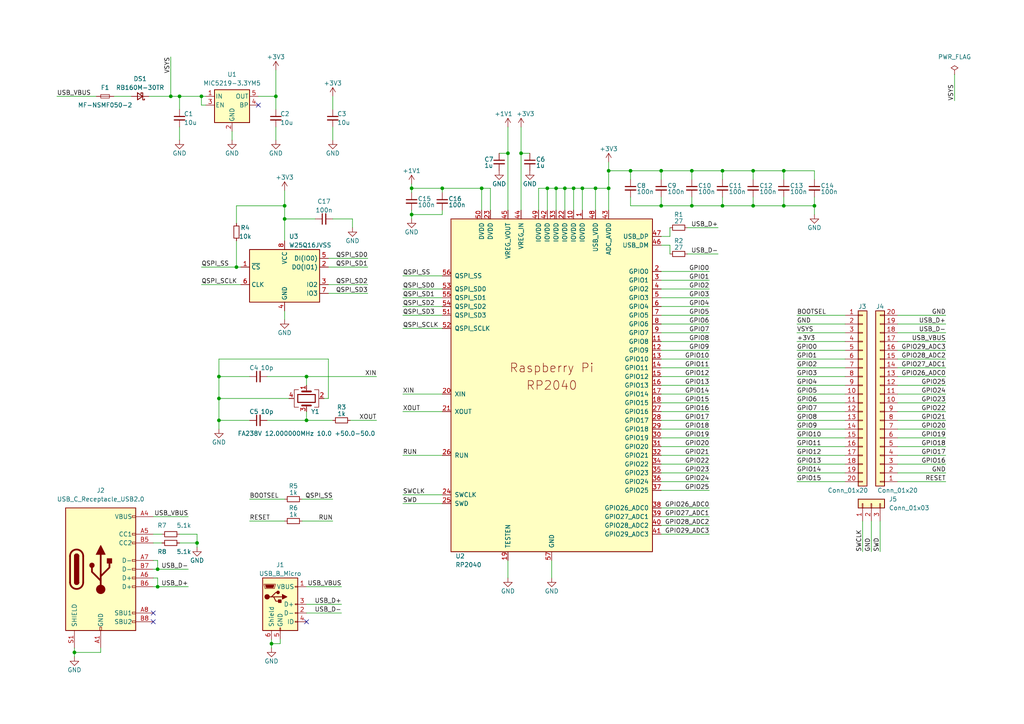
<source format=kicad_sch>
(kicad_sch (version 20211123) (generator eeschema)

  (uuid e63e39d7-6ac0-4ffd-8aa3-1841a4541b55)

  (paper "A4")

  (title_block
    (title "YUIOP2040")
    (date "2022-03-04")
    (rev "2")
    (company "KaoriYa")
  )

  (lib_symbols
    (symbol "Connector:USB_B_Micro" (pin_names (offset 1.016)) (in_bom yes) (on_board yes)
      (property "Reference" "J" (id 0) (at -5.08 11.43 0)
        (effects (font (size 1.27 1.27)) (justify left))
      )
      (property "Value" "USB_B_Micro" (id 1) (at -5.08 8.89 0)
        (effects (font (size 1.27 1.27)) (justify left))
      )
      (property "Footprint" "" (id 2) (at 3.81 -1.27 0)
        (effects (font (size 1.27 1.27)) hide)
      )
      (property "Datasheet" "~" (id 3) (at 3.81 -1.27 0)
        (effects (font (size 1.27 1.27)) hide)
      )
      (property "ki_keywords" "connector USB micro" (id 4) (at 0 0 0)
        (effects (font (size 1.27 1.27)) hide)
      )
      (property "ki_description" "USB Micro Type B connector" (id 5) (at 0 0 0)
        (effects (font (size 1.27 1.27)) hide)
      )
      (property "ki_fp_filters" "USB*" (id 6) (at 0 0 0)
        (effects (font (size 1.27 1.27)) hide)
      )
      (symbol "USB_B_Micro_0_1"
        (rectangle (start -5.08 -7.62) (end 5.08 7.62)
          (stroke (width 0.254) (type default) (color 0 0 0 0))
          (fill (type background))
        )
        (circle (center -3.81 2.159) (radius 0.635)
          (stroke (width 0.254) (type default) (color 0 0 0 0))
          (fill (type outline))
        )
        (circle (center -0.635 3.429) (radius 0.381)
          (stroke (width 0.254) (type default) (color 0 0 0 0))
          (fill (type outline))
        )
        (rectangle (start -0.127 -7.62) (end 0.127 -6.858)
          (stroke (width 0) (type default) (color 0 0 0 0))
          (fill (type none))
        )
        (polyline
          (pts
            (xy -1.905 2.159)
            (xy 0.635 2.159)
          )
          (stroke (width 0.254) (type default) (color 0 0 0 0))
          (fill (type none))
        )
        (polyline
          (pts
            (xy -3.175 2.159)
            (xy -2.54 2.159)
            (xy -1.27 3.429)
            (xy -0.635 3.429)
          )
          (stroke (width 0.254) (type default) (color 0 0 0 0))
          (fill (type none))
        )
        (polyline
          (pts
            (xy -2.54 2.159)
            (xy -1.905 2.159)
            (xy -1.27 0.889)
            (xy 0 0.889)
          )
          (stroke (width 0.254) (type default) (color 0 0 0 0))
          (fill (type none))
        )
        (polyline
          (pts
            (xy 0.635 2.794)
            (xy 0.635 1.524)
            (xy 1.905 2.159)
            (xy 0.635 2.794)
          )
          (stroke (width 0.254) (type default) (color 0 0 0 0))
          (fill (type outline))
        )
        (polyline
          (pts
            (xy -4.318 5.588)
            (xy -1.778 5.588)
            (xy -2.032 4.826)
            (xy -4.064 4.826)
            (xy -4.318 5.588)
          )
          (stroke (width 0) (type default) (color 0 0 0 0))
          (fill (type outline))
        )
        (polyline
          (pts
            (xy -4.699 5.842)
            (xy -4.699 5.588)
            (xy -4.445 4.826)
            (xy -4.445 4.572)
            (xy -1.651 4.572)
            (xy -1.651 4.826)
            (xy -1.397 5.588)
            (xy -1.397 5.842)
            (xy -4.699 5.842)
          )
          (stroke (width 0) (type default) (color 0 0 0 0))
          (fill (type none))
        )
        (rectangle (start 0.254 1.27) (end -0.508 0.508)
          (stroke (width 0.254) (type default) (color 0 0 0 0))
          (fill (type outline))
        )
        (rectangle (start 5.08 -5.207) (end 4.318 -4.953)
          (stroke (width 0) (type default) (color 0 0 0 0))
          (fill (type none))
        )
        (rectangle (start 5.08 -2.667) (end 4.318 -2.413)
          (stroke (width 0) (type default) (color 0 0 0 0))
          (fill (type none))
        )
        (rectangle (start 5.08 -0.127) (end 4.318 0.127)
          (stroke (width 0) (type default) (color 0 0 0 0))
          (fill (type none))
        )
        (rectangle (start 5.08 4.953) (end 4.318 5.207)
          (stroke (width 0) (type default) (color 0 0 0 0))
          (fill (type none))
        )
      )
      (symbol "USB_B_Micro_1_1"
        (pin power_out line (at 7.62 5.08 180) (length 2.54)
          (name "VBUS" (effects (font (size 1.27 1.27))))
          (number "1" (effects (font (size 1.27 1.27))))
        )
        (pin bidirectional line (at 7.62 -2.54 180) (length 2.54)
          (name "D-" (effects (font (size 1.27 1.27))))
          (number "2" (effects (font (size 1.27 1.27))))
        )
        (pin bidirectional line (at 7.62 0 180) (length 2.54)
          (name "D+" (effects (font (size 1.27 1.27))))
          (number "3" (effects (font (size 1.27 1.27))))
        )
        (pin passive line (at 7.62 -5.08 180) (length 2.54)
          (name "ID" (effects (font (size 1.27 1.27))))
          (number "4" (effects (font (size 1.27 1.27))))
        )
        (pin power_out line (at 0 -10.16 90) (length 2.54)
          (name "GND" (effects (font (size 1.27 1.27))))
          (number "5" (effects (font (size 1.27 1.27))))
        )
        (pin passive line (at -2.54 -10.16 90) (length 2.54)
          (name "Shield" (effects (font (size 1.27 1.27))))
          (number "6" (effects (font (size 1.27 1.27))))
        )
      )
    )
    (symbol "Connector:USB_C_Receptacle_USB2.0" (pin_names (offset 1.016)) (in_bom yes) (on_board yes)
      (property "Reference" "J" (id 0) (at -10.16 19.05 0)
        (effects (font (size 1.27 1.27)) (justify left))
      )
      (property "Value" "USB_C_Receptacle_USB2.0" (id 1) (at 19.05 19.05 0)
        (effects (font (size 1.27 1.27)) (justify right))
      )
      (property "Footprint" "" (id 2) (at 3.81 0 0)
        (effects (font (size 1.27 1.27)) hide)
      )
      (property "Datasheet" "https://www.usb.org/sites/default/files/documents/usb_type-c.zip" (id 3) (at 3.81 0 0)
        (effects (font (size 1.27 1.27)) hide)
      )
      (property "ki_keywords" "usb universal serial bus type-C USB2.0" (id 4) (at 0 0 0)
        (effects (font (size 1.27 1.27)) hide)
      )
      (property "ki_description" "USB 2.0-only Type-C Receptacle connector" (id 5) (at 0 0 0)
        (effects (font (size 1.27 1.27)) hide)
      )
      (property "ki_fp_filters" "USB*C*Receptacle*" (id 6) (at 0 0 0)
        (effects (font (size 1.27 1.27)) hide)
      )
      (symbol "USB_C_Receptacle_USB2.0_0_0"
        (rectangle (start -0.254 -17.78) (end 0.254 -16.764)
          (stroke (width 0) (type default) (color 0 0 0 0))
          (fill (type none))
        )
        (rectangle (start 10.16 -14.986) (end 9.144 -15.494)
          (stroke (width 0) (type default) (color 0 0 0 0))
          (fill (type none))
        )
        (rectangle (start 10.16 -12.446) (end 9.144 -12.954)
          (stroke (width 0) (type default) (color 0 0 0 0))
          (fill (type none))
        )
        (rectangle (start 10.16 -4.826) (end 9.144 -5.334)
          (stroke (width 0) (type default) (color 0 0 0 0))
          (fill (type none))
        )
        (rectangle (start 10.16 -2.286) (end 9.144 -2.794)
          (stroke (width 0) (type default) (color 0 0 0 0))
          (fill (type none))
        )
        (rectangle (start 10.16 0.254) (end 9.144 -0.254)
          (stroke (width 0) (type default) (color 0 0 0 0))
          (fill (type none))
        )
        (rectangle (start 10.16 2.794) (end 9.144 2.286)
          (stroke (width 0) (type default) (color 0 0 0 0))
          (fill (type none))
        )
        (rectangle (start 10.16 7.874) (end 9.144 7.366)
          (stroke (width 0) (type default) (color 0 0 0 0))
          (fill (type none))
        )
        (rectangle (start 10.16 10.414) (end 9.144 9.906)
          (stroke (width 0) (type default) (color 0 0 0 0))
          (fill (type none))
        )
        (rectangle (start 10.16 15.494) (end 9.144 14.986)
          (stroke (width 0) (type default) (color 0 0 0 0))
          (fill (type none))
        )
      )
      (symbol "USB_C_Receptacle_USB2.0_0_1"
        (rectangle (start -10.16 17.78) (end 10.16 -17.78)
          (stroke (width 0.254) (type default) (color 0 0 0 0))
          (fill (type background))
        )
        (arc (start -8.89 -3.81) (mid -6.985 -5.715) (end -5.08 -3.81)
          (stroke (width 0.508) (type default) (color 0 0 0 0))
          (fill (type none))
        )
        (arc (start -7.62 -3.81) (mid -6.985 -4.445) (end -6.35 -3.81)
          (stroke (width 0.254) (type default) (color 0 0 0 0))
          (fill (type none))
        )
        (arc (start -7.62 -3.81) (mid -6.985 -4.445) (end -6.35 -3.81)
          (stroke (width 0.254) (type default) (color 0 0 0 0))
          (fill (type outline))
        )
        (rectangle (start -7.62 -3.81) (end -6.35 3.81)
          (stroke (width 0.254) (type default) (color 0 0 0 0))
          (fill (type outline))
        )
        (arc (start -6.35 3.81) (mid -6.985 4.445) (end -7.62 3.81)
          (stroke (width 0.254) (type default) (color 0 0 0 0))
          (fill (type none))
        )
        (arc (start -6.35 3.81) (mid -6.985 4.445) (end -7.62 3.81)
          (stroke (width 0.254) (type default) (color 0 0 0 0))
          (fill (type outline))
        )
        (arc (start -5.08 3.81) (mid -6.985 5.715) (end -8.89 3.81)
          (stroke (width 0.508) (type default) (color 0 0 0 0))
          (fill (type none))
        )
        (circle (center -2.54 1.143) (radius 0.635)
          (stroke (width 0.254) (type default) (color 0 0 0 0))
          (fill (type outline))
        )
        (circle (center 0 -5.842) (radius 1.27)
          (stroke (width 0) (type default) (color 0 0 0 0))
          (fill (type outline))
        )
        (polyline
          (pts
            (xy -8.89 -3.81)
            (xy -8.89 3.81)
          )
          (stroke (width 0.508) (type default) (color 0 0 0 0))
          (fill (type none))
        )
        (polyline
          (pts
            (xy -5.08 3.81)
            (xy -5.08 -3.81)
          )
          (stroke (width 0.508) (type default) (color 0 0 0 0))
          (fill (type none))
        )
        (polyline
          (pts
            (xy 0 -5.842)
            (xy 0 4.318)
          )
          (stroke (width 0.508) (type default) (color 0 0 0 0))
          (fill (type none))
        )
        (polyline
          (pts
            (xy 0 -3.302)
            (xy -2.54 -0.762)
            (xy -2.54 0.508)
          )
          (stroke (width 0.508) (type default) (color 0 0 0 0))
          (fill (type none))
        )
        (polyline
          (pts
            (xy 0 -2.032)
            (xy 2.54 0.508)
            (xy 2.54 1.778)
          )
          (stroke (width 0.508) (type default) (color 0 0 0 0))
          (fill (type none))
        )
        (polyline
          (pts
            (xy -1.27 4.318)
            (xy 0 6.858)
            (xy 1.27 4.318)
            (xy -1.27 4.318)
          )
          (stroke (width 0.254) (type default) (color 0 0 0 0))
          (fill (type outline))
        )
        (rectangle (start 1.905 1.778) (end 3.175 3.048)
          (stroke (width 0.254) (type default) (color 0 0 0 0))
          (fill (type outline))
        )
      )
      (symbol "USB_C_Receptacle_USB2.0_1_1"
        (pin passive line (at 0 -22.86 90) (length 5.08)
          (name "GND" (effects (font (size 1.27 1.27))))
          (number "A1" (effects (font (size 1.27 1.27))))
        )
        (pin passive line (at 0 -22.86 90) (length 5.08) hide
          (name "GND" (effects (font (size 1.27 1.27))))
          (number "A12" (effects (font (size 1.27 1.27))))
        )
        (pin passive line (at 15.24 15.24 180) (length 5.08)
          (name "VBUS" (effects (font (size 1.27 1.27))))
          (number "A4" (effects (font (size 1.27 1.27))))
        )
        (pin bidirectional line (at 15.24 10.16 180) (length 5.08)
          (name "CC1" (effects (font (size 1.27 1.27))))
          (number "A5" (effects (font (size 1.27 1.27))))
        )
        (pin bidirectional line (at 15.24 -2.54 180) (length 5.08)
          (name "D+" (effects (font (size 1.27 1.27))))
          (number "A6" (effects (font (size 1.27 1.27))))
        )
        (pin bidirectional line (at 15.24 2.54 180) (length 5.08)
          (name "D-" (effects (font (size 1.27 1.27))))
          (number "A7" (effects (font (size 1.27 1.27))))
        )
        (pin bidirectional line (at 15.24 -12.7 180) (length 5.08)
          (name "SBU1" (effects (font (size 1.27 1.27))))
          (number "A8" (effects (font (size 1.27 1.27))))
        )
        (pin passive line (at 15.24 15.24 180) (length 5.08) hide
          (name "VBUS" (effects (font (size 1.27 1.27))))
          (number "A9" (effects (font (size 1.27 1.27))))
        )
        (pin passive line (at 0 -22.86 90) (length 5.08) hide
          (name "GND" (effects (font (size 1.27 1.27))))
          (number "B1" (effects (font (size 1.27 1.27))))
        )
        (pin passive line (at 0 -22.86 90) (length 5.08) hide
          (name "GND" (effects (font (size 1.27 1.27))))
          (number "B12" (effects (font (size 1.27 1.27))))
        )
        (pin passive line (at 15.24 15.24 180) (length 5.08) hide
          (name "VBUS" (effects (font (size 1.27 1.27))))
          (number "B4" (effects (font (size 1.27 1.27))))
        )
        (pin bidirectional line (at 15.24 7.62 180) (length 5.08)
          (name "CC2" (effects (font (size 1.27 1.27))))
          (number "B5" (effects (font (size 1.27 1.27))))
        )
        (pin bidirectional line (at 15.24 -5.08 180) (length 5.08)
          (name "D+" (effects (font (size 1.27 1.27))))
          (number "B6" (effects (font (size 1.27 1.27))))
        )
        (pin bidirectional line (at 15.24 0 180) (length 5.08)
          (name "D-" (effects (font (size 1.27 1.27))))
          (number "B7" (effects (font (size 1.27 1.27))))
        )
        (pin bidirectional line (at 15.24 -15.24 180) (length 5.08)
          (name "SBU2" (effects (font (size 1.27 1.27))))
          (number "B8" (effects (font (size 1.27 1.27))))
        )
        (pin passive line (at 15.24 15.24 180) (length 5.08) hide
          (name "VBUS" (effects (font (size 1.27 1.27))))
          (number "B9" (effects (font (size 1.27 1.27))))
        )
        (pin passive line (at -7.62 -22.86 90) (length 5.08)
          (name "SHIELD" (effects (font (size 1.27 1.27))))
          (number "S1" (effects (font (size 1.27 1.27))))
        )
      )
    )
    (symbol "Connector_Generic:Conn_01x03" (pin_names (offset 1.016) hide) (in_bom yes) (on_board yes)
      (property "Reference" "J" (id 0) (at 0 5.08 0)
        (effects (font (size 1.27 1.27)))
      )
      (property "Value" "Conn_01x03" (id 1) (at 0 -5.08 0)
        (effects (font (size 1.27 1.27)))
      )
      (property "Footprint" "" (id 2) (at 0 0 0)
        (effects (font (size 1.27 1.27)) hide)
      )
      (property "Datasheet" "~" (id 3) (at 0 0 0)
        (effects (font (size 1.27 1.27)) hide)
      )
      (property "ki_keywords" "connector" (id 4) (at 0 0 0)
        (effects (font (size 1.27 1.27)) hide)
      )
      (property "ki_description" "Generic connector, single row, 01x03, script generated (kicad-library-utils/schlib/autogen/connector/)" (id 5) (at 0 0 0)
        (effects (font (size 1.27 1.27)) hide)
      )
      (property "ki_fp_filters" "Connector*:*_1x??_*" (id 6) (at 0 0 0)
        (effects (font (size 1.27 1.27)) hide)
      )
      (symbol "Conn_01x03_1_1"
        (rectangle (start -1.27 -2.413) (end 0 -2.667)
          (stroke (width 0.1524) (type default) (color 0 0 0 0))
          (fill (type none))
        )
        (rectangle (start -1.27 0.127) (end 0 -0.127)
          (stroke (width 0.1524) (type default) (color 0 0 0 0))
          (fill (type none))
        )
        (rectangle (start -1.27 2.667) (end 0 2.413)
          (stroke (width 0.1524) (type default) (color 0 0 0 0))
          (fill (type none))
        )
        (rectangle (start -1.27 3.81) (end 1.27 -3.81)
          (stroke (width 0.254) (type default) (color 0 0 0 0))
          (fill (type background))
        )
        (pin passive line (at -5.08 2.54 0) (length 3.81)
          (name "Pin_1" (effects (font (size 1.27 1.27))))
          (number "1" (effects (font (size 1.27 1.27))))
        )
        (pin passive line (at -5.08 0 0) (length 3.81)
          (name "Pin_2" (effects (font (size 1.27 1.27))))
          (number "2" (effects (font (size 1.27 1.27))))
        )
        (pin passive line (at -5.08 -2.54 0) (length 3.81)
          (name "Pin_3" (effects (font (size 1.27 1.27))))
          (number "3" (effects (font (size 1.27 1.27))))
        )
      )
    )
    (symbol "Connector_Generic:Conn_01x20" (pin_names (offset 1.016) hide) (in_bom yes) (on_board yes)
      (property "Reference" "J" (id 0) (at 0 25.4 0)
        (effects (font (size 1.27 1.27)))
      )
      (property "Value" "Conn_01x20" (id 1) (at 0 -27.94 0)
        (effects (font (size 1.27 1.27)))
      )
      (property "Footprint" "" (id 2) (at 0 0 0)
        (effects (font (size 1.27 1.27)) hide)
      )
      (property "Datasheet" "~" (id 3) (at 0 0 0)
        (effects (font (size 1.27 1.27)) hide)
      )
      (property "ki_keywords" "connector" (id 4) (at 0 0 0)
        (effects (font (size 1.27 1.27)) hide)
      )
      (property "ki_description" "Generic connector, single row, 01x20, script generated (kicad-library-utils/schlib/autogen/connector/)" (id 5) (at 0 0 0)
        (effects (font (size 1.27 1.27)) hide)
      )
      (property "ki_fp_filters" "Connector*:*_1x??_*" (id 6) (at 0 0 0)
        (effects (font (size 1.27 1.27)) hide)
      )
      (symbol "Conn_01x20_1_1"
        (rectangle (start -1.27 -25.273) (end 0 -25.527)
          (stroke (width 0.1524) (type default) (color 0 0 0 0))
          (fill (type none))
        )
        (rectangle (start -1.27 -22.733) (end 0 -22.987)
          (stroke (width 0.1524) (type default) (color 0 0 0 0))
          (fill (type none))
        )
        (rectangle (start -1.27 -20.193) (end 0 -20.447)
          (stroke (width 0.1524) (type default) (color 0 0 0 0))
          (fill (type none))
        )
        (rectangle (start -1.27 -17.653) (end 0 -17.907)
          (stroke (width 0.1524) (type default) (color 0 0 0 0))
          (fill (type none))
        )
        (rectangle (start -1.27 -15.113) (end 0 -15.367)
          (stroke (width 0.1524) (type default) (color 0 0 0 0))
          (fill (type none))
        )
        (rectangle (start -1.27 -12.573) (end 0 -12.827)
          (stroke (width 0.1524) (type default) (color 0 0 0 0))
          (fill (type none))
        )
        (rectangle (start -1.27 -10.033) (end 0 -10.287)
          (stroke (width 0.1524) (type default) (color 0 0 0 0))
          (fill (type none))
        )
        (rectangle (start -1.27 -7.493) (end 0 -7.747)
          (stroke (width 0.1524) (type default) (color 0 0 0 0))
          (fill (type none))
        )
        (rectangle (start -1.27 -4.953) (end 0 -5.207)
          (stroke (width 0.1524) (type default) (color 0 0 0 0))
          (fill (type none))
        )
        (rectangle (start -1.27 -2.413) (end 0 -2.667)
          (stroke (width 0.1524) (type default) (color 0 0 0 0))
          (fill (type none))
        )
        (rectangle (start -1.27 0.127) (end 0 -0.127)
          (stroke (width 0.1524) (type default) (color 0 0 0 0))
          (fill (type none))
        )
        (rectangle (start -1.27 2.667) (end 0 2.413)
          (stroke (width 0.1524) (type default) (color 0 0 0 0))
          (fill (type none))
        )
        (rectangle (start -1.27 5.207) (end 0 4.953)
          (stroke (width 0.1524) (type default) (color 0 0 0 0))
          (fill (type none))
        )
        (rectangle (start -1.27 7.747) (end 0 7.493)
          (stroke (width 0.1524) (type default) (color 0 0 0 0))
          (fill (type none))
        )
        (rectangle (start -1.27 10.287) (end 0 10.033)
          (stroke (width 0.1524) (type default) (color 0 0 0 0))
          (fill (type none))
        )
        (rectangle (start -1.27 12.827) (end 0 12.573)
          (stroke (width 0.1524) (type default) (color 0 0 0 0))
          (fill (type none))
        )
        (rectangle (start -1.27 15.367) (end 0 15.113)
          (stroke (width 0.1524) (type default) (color 0 0 0 0))
          (fill (type none))
        )
        (rectangle (start -1.27 17.907) (end 0 17.653)
          (stroke (width 0.1524) (type default) (color 0 0 0 0))
          (fill (type none))
        )
        (rectangle (start -1.27 20.447) (end 0 20.193)
          (stroke (width 0.1524) (type default) (color 0 0 0 0))
          (fill (type none))
        )
        (rectangle (start -1.27 22.987) (end 0 22.733)
          (stroke (width 0.1524) (type default) (color 0 0 0 0))
          (fill (type none))
        )
        (rectangle (start -1.27 24.13) (end 1.27 -26.67)
          (stroke (width 0.254) (type default) (color 0 0 0 0))
          (fill (type background))
        )
        (pin passive line (at -5.08 22.86 0) (length 3.81)
          (name "Pin_1" (effects (font (size 1.27 1.27))))
          (number "1" (effects (font (size 1.27 1.27))))
        )
        (pin passive line (at -5.08 0 0) (length 3.81)
          (name "Pin_10" (effects (font (size 1.27 1.27))))
          (number "10" (effects (font (size 1.27 1.27))))
        )
        (pin passive line (at -5.08 -2.54 0) (length 3.81)
          (name "Pin_11" (effects (font (size 1.27 1.27))))
          (number "11" (effects (font (size 1.27 1.27))))
        )
        (pin passive line (at -5.08 -5.08 0) (length 3.81)
          (name "Pin_12" (effects (font (size 1.27 1.27))))
          (number "12" (effects (font (size 1.27 1.27))))
        )
        (pin passive line (at -5.08 -7.62 0) (length 3.81)
          (name "Pin_13" (effects (font (size 1.27 1.27))))
          (number "13" (effects (font (size 1.27 1.27))))
        )
        (pin passive line (at -5.08 -10.16 0) (length 3.81)
          (name "Pin_14" (effects (font (size 1.27 1.27))))
          (number "14" (effects (font (size 1.27 1.27))))
        )
        (pin passive line (at -5.08 -12.7 0) (length 3.81)
          (name "Pin_15" (effects (font (size 1.27 1.27))))
          (number "15" (effects (font (size 1.27 1.27))))
        )
        (pin passive line (at -5.08 -15.24 0) (length 3.81)
          (name "Pin_16" (effects (font (size 1.27 1.27))))
          (number "16" (effects (font (size 1.27 1.27))))
        )
        (pin passive line (at -5.08 -17.78 0) (length 3.81)
          (name "Pin_17" (effects (font (size 1.27 1.27))))
          (number "17" (effects (font (size 1.27 1.27))))
        )
        (pin passive line (at -5.08 -20.32 0) (length 3.81)
          (name "Pin_18" (effects (font (size 1.27 1.27))))
          (number "18" (effects (font (size 1.27 1.27))))
        )
        (pin passive line (at -5.08 -22.86 0) (length 3.81)
          (name "Pin_19" (effects (font (size 1.27 1.27))))
          (number "19" (effects (font (size 1.27 1.27))))
        )
        (pin passive line (at -5.08 20.32 0) (length 3.81)
          (name "Pin_2" (effects (font (size 1.27 1.27))))
          (number "2" (effects (font (size 1.27 1.27))))
        )
        (pin passive line (at -5.08 -25.4 0) (length 3.81)
          (name "Pin_20" (effects (font (size 1.27 1.27))))
          (number "20" (effects (font (size 1.27 1.27))))
        )
        (pin passive line (at -5.08 17.78 0) (length 3.81)
          (name "Pin_3" (effects (font (size 1.27 1.27))))
          (number "3" (effects (font (size 1.27 1.27))))
        )
        (pin passive line (at -5.08 15.24 0) (length 3.81)
          (name "Pin_4" (effects (font (size 1.27 1.27))))
          (number "4" (effects (font (size 1.27 1.27))))
        )
        (pin passive line (at -5.08 12.7 0) (length 3.81)
          (name "Pin_5" (effects (font (size 1.27 1.27))))
          (number "5" (effects (font (size 1.27 1.27))))
        )
        (pin passive line (at -5.08 10.16 0) (length 3.81)
          (name "Pin_6" (effects (font (size 1.27 1.27))))
          (number "6" (effects (font (size 1.27 1.27))))
        )
        (pin passive line (at -5.08 7.62 0) (length 3.81)
          (name "Pin_7" (effects (font (size 1.27 1.27))))
          (number "7" (effects (font (size 1.27 1.27))))
        )
        (pin passive line (at -5.08 5.08 0) (length 3.81)
          (name "Pin_8" (effects (font (size 1.27 1.27))))
          (number "8" (effects (font (size 1.27 1.27))))
        )
        (pin passive line (at -5.08 2.54 0) (length 3.81)
          (name "Pin_9" (effects (font (size 1.27 1.27))))
          (number "9" (effects (font (size 1.27 1.27))))
        )
      )
    )
    (symbol "Device:C_Small" (pin_numbers hide) (pin_names (offset 0.254) hide) (in_bom yes) (on_board yes)
      (property "Reference" "C" (id 0) (at 0.254 1.778 0)
        (effects (font (size 1.27 1.27)) (justify left))
      )
      (property "Value" "C_Small" (id 1) (at 0.254 -2.032 0)
        (effects (font (size 1.27 1.27)) (justify left))
      )
      (property "Footprint" "" (id 2) (at 0 0 0)
        (effects (font (size 1.27 1.27)) hide)
      )
      (property "Datasheet" "~" (id 3) (at 0 0 0)
        (effects (font (size 1.27 1.27)) hide)
      )
      (property "ki_keywords" "capacitor cap" (id 4) (at 0 0 0)
        (effects (font (size 1.27 1.27)) hide)
      )
      (property "ki_description" "Unpolarized capacitor, small symbol" (id 5) (at 0 0 0)
        (effects (font (size 1.27 1.27)) hide)
      )
      (property "ki_fp_filters" "C_*" (id 6) (at 0 0 0)
        (effects (font (size 1.27 1.27)) hide)
      )
      (symbol "C_Small_0_1"
        (polyline
          (pts
            (xy -1.524 -0.508)
            (xy 1.524 -0.508)
          )
          (stroke (width 0.3302) (type default) (color 0 0 0 0))
          (fill (type none))
        )
        (polyline
          (pts
            (xy -1.524 0.508)
            (xy 1.524 0.508)
          )
          (stroke (width 0.3048) (type default) (color 0 0 0 0))
          (fill (type none))
        )
      )
      (symbol "C_Small_1_1"
        (pin passive line (at 0 2.54 270) (length 2.032)
          (name "~" (effects (font (size 1.27 1.27))))
          (number "1" (effects (font (size 1.27 1.27))))
        )
        (pin passive line (at 0 -2.54 90) (length 2.032)
          (name "~" (effects (font (size 1.27 1.27))))
          (number "2" (effects (font (size 1.27 1.27))))
        )
      )
    )
    (symbol "Device:Crystal_GND24" (pin_names (offset 1.016) hide) (in_bom yes) (on_board yes)
      (property "Reference" "Y" (id 0) (at 3.175 5.08 0)
        (effects (font (size 1.27 1.27)) (justify left))
      )
      (property "Value" "Crystal_GND24" (id 1) (at 3.175 3.175 0)
        (effects (font (size 1.27 1.27)) (justify left))
      )
      (property "Footprint" "" (id 2) (at 0 0 0)
        (effects (font (size 1.27 1.27)) hide)
      )
      (property "Datasheet" "~" (id 3) (at 0 0 0)
        (effects (font (size 1.27 1.27)) hide)
      )
      (property "ki_keywords" "quartz ceramic resonator oscillator" (id 4) (at 0 0 0)
        (effects (font (size 1.27 1.27)) hide)
      )
      (property "ki_description" "Four pin crystal, GND on pins 2 and 4" (id 5) (at 0 0 0)
        (effects (font (size 1.27 1.27)) hide)
      )
      (property "ki_fp_filters" "Crystal*" (id 6) (at 0 0 0)
        (effects (font (size 1.27 1.27)) hide)
      )
      (symbol "Crystal_GND24_0_1"
        (rectangle (start -1.143 2.54) (end 1.143 -2.54)
          (stroke (width 0.3048) (type default) (color 0 0 0 0))
          (fill (type none))
        )
        (polyline
          (pts
            (xy -2.54 0)
            (xy -2.032 0)
          )
          (stroke (width 0) (type default) (color 0 0 0 0))
          (fill (type none))
        )
        (polyline
          (pts
            (xy -2.032 -1.27)
            (xy -2.032 1.27)
          )
          (stroke (width 0.508) (type default) (color 0 0 0 0))
          (fill (type none))
        )
        (polyline
          (pts
            (xy 0 -3.81)
            (xy 0 -3.556)
          )
          (stroke (width 0) (type default) (color 0 0 0 0))
          (fill (type none))
        )
        (polyline
          (pts
            (xy 0 3.556)
            (xy 0 3.81)
          )
          (stroke (width 0) (type default) (color 0 0 0 0))
          (fill (type none))
        )
        (polyline
          (pts
            (xy 2.032 -1.27)
            (xy 2.032 1.27)
          )
          (stroke (width 0.508) (type default) (color 0 0 0 0))
          (fill (type none))
        )
        (polyline
          (pts
            (xy 2.032 0)
            (xy 2.54 0)
          )
          (stroke (width 0) (type default) (color 0 0 0 0))
          (fill (type none))
        )
        (polyline
          (pts
            (xy -2.54 -2.286)
            (xy -2.54 -3.556)
            (xy 2.54 -3.556)
            (xy 2.54 -2.286)
          )
          (stroke (width 0) (type default) (color 0 0 0 0))
          (fill (type none))
        )
        (polyline
          (pts
            (xy -2.54 2.286)
            (xy -2.54 3.556)
            (xy 2.54 3.556)
            (xy 2.54 2.286)
          )
          (stroke (width 0) (type default) (color 0 0 0 0))
          (fill (type none))
        )
      )
      (symbol "Crystal_GND24_1_1"
        (pin passive line (at -3.81 0 0) (length 1.27)
          (name "1" (effects (font (size 1.27 1.27))))
          (number "1" (effects (font (size 1.27 1.27))))
        )
        (pin passive line (at 0 5.08 270) (length 1.27)
          (name "2" (effects (font (size 1.27 1.27))))
          (number "2" (effects (font (size 1.27 1.27))))
        )
        (pin passive line (at 3.81 0 180) (length 1.27)
          (name "3" (effects (font (size 1.27 1.27))))
          (number "3" (effects (font (size 1.27 1.27))))
        )
        (pin passive line (at 0 -5.08 90) (length 1.27)
          (name "4" (effects (font (size 1.27 1.27))))
          (number "4" (effects (font (size 1.27 1.27))))
        )
      )
    )
    (symbol "Device:D_Schottky_Small" (pin_numbers hide) (pin_names (offset 0.254) hide) (in_bom yes) (on_board yes)
      (property "Reference" "D" (id 0) (at -1.27 2.032 0)
        (effects (font (size 1.27 1.27)) (justify left))
      )
      (property "Value" "D_Schottky_Small" (id 1) (at -7.112 -2.032 0)
        (effects (font (size 1.27 1.27)) (justify left))
      )
      (property "Footprint" "" (id 2) (at 0 0 90)
        (effects (font (size 1.27 1.27)) hide)
      )
      (property "Datasheet" "~" (id 3) (at 0 0 90)
        (effects (font (size 1.27 1.27)) hide)
      )
      (property "ki_keywords" "diode Schottky" (id 4) (at 0 0 0)
        (effects (font (size 1.27 1.27)) hide)
      )
      (property "ki_description" "Schottky diode, small symbol" (id 5) (at 0 0 0)
        (effects (font (size 1.27 1.27)) hide)
      )
      (property "ki_fp_filters" "TO-???* *_Diode_* *SingleDiode* D_*" (id 6) (at 0 0 0)
        (effects (font (size 1.27 1.27)) hide)
      )
      (symbol "D_Schottky_Small_0_1"
        (polyline
          (pts
            (xy -0.762 0)
            (xy 0.762 0)
          )
          (stroke (width 0) (type default) (color 0 0 0 0))
          (fill (type none))
        )
        (polyline
          (pts
            (xy 0.762 -1.016)
            (xy -0.762 0)
            (xy 0.762 1.016)
            (xy 0.762 -1.016)
          )
          (stroke (width 0.254) (type default) (color 0 0 0 0))
          (fill (type none))
        )
        (polyline
          (pts
            (xy -1.27 0.762)
            (xy -1.27 1.016)
            (xy -0.762 1.016)
            (xy -0.762 -1.016)
            (xy -0.254 -1.016)
            (xy -0.254 -0.762)
          )
          (stroke (width 0.254) (type default) (color 0 0 0 0))
          (fill (type none))
        )
      )
      (symbol "D_Schottky_Small_1_1"
        (pin passive line (at -2.54 0 0) (length 1.778)
          (name "K" (effects (font (size 1.27 1.27))))
          (number "1" (effects (font (size 1.27 1.27))))
        )
        (pin passive line (at 2.54 0 180) (length 1.778)
          (name "A" (effects (font (size 1.27 1.27))))
          (number "2" (effects (font (size 1.27 1.27))))
        )
      )
    )
    (symbol "Device:Fuse_Small" (pin_numbers hide) (pin_names (offset 0.254) hide) (in_bom yes) (on_board yes)
      (property "Reference" "F" (id 0) (at 0 -1.524 0)
        (effects (font (size 1.27 1.27)))
      )
      (property "Value" "Fuse_Small" (id 1) (at 0 1.524 0)
        (effects (font (size 1.27 1.27)))
      )
      (property "Footprint" "" (id 2) (at 0 0 0)
        (effects (font (size 1.27 1.27)) hide)
      )
      (property "Datasheet" "~" (id 3) (at 0 0 0)
        (effects (font (size 1.27 1.27)) hide)
      )
      (property "ki_keywords" "fuse" (id 4) (at 0 0 0)
        (effects (font (size 1.27 1.27)) hide)
      )
      (property "ki_description" "Fuse, small symbol" (id 5) (at 0 0 0)
        (effects (font (size 1.27 1.27)) hide)
      )
      (property "ki_fp_filters" "SM*" (id 6) (at 0 0 0)
        (effects (font (size 1.27 1.27)) hide)
      )
      (symbol "Fuse_Small_0_1"
        (rectangle (start -1.27 0.508) (end 1.27 -0.508)
          (stroke (width 0) (type default) (color 0 0 0 0))
          (fill (type none))
        )
        (polyline
          (pts
            (xy -1.27 0)
            (xy 1.27 0)
          )
          (stroke (width 0) (type default) (color 0 0 0 0))
          (fill (type none))
        )
      )
      (symbol "Fuse_Small_1_1"
        (pin passive line (at -2.54 0 0) (length 1.27)
          (name "~" (effects (font (size 1.27 1.27))))
          (number "1" (effects (font (size 1.27 1.27))))
        )
        (pin passive line (at 2.54 0 180) (length 1.27)
          (name "~" (effects (font (size 1.27 1.27))))
          (number "2" (effects (font (size 1.27 1.27))))
        )
      )
    )
    (symbol "Device:R_Small" (pin_numbers hide) (pin_names (offset 0.254) hide) (in_bom yes) (on_board yes)
      (property "Reference" "R" (id 0) (at 0.762 0.508 0)
        (effects (font (size 1.27 1.27)) (justify left))
      )
      (property "Value" "R_Small" (id 1) (at 0.762 -1.016 0)
        (effects (font (size 1.27 1.27)) (justify left))
      )
      (property "Footprint" "" (id 2) (at 0 0 0)
        (effects (font (size 1.27 1.27)) hide)
      )
      (property "Datasheet" "~" (id 3) (at 0 0 0)
        (effects (font (size 1.27 1.27)) hide)
      )
      (property "ki_keywords" "R resistor" (id 4) (at 0 0 0)
        (effects (font (size 1.27 1.27)) hide)
      )
      (property "ki_description" "Resistor, small symbol" (id 5) (at 0 0 0)
        (effects (font (size 1.27 1.27)) hide)
      )
      (property "ki_fp_filters" "R_*" (id 6) (at 0 0 0)
        (effects (font (size 1.27 1.27)) hide)
      )
      (symbol "R_Small_0_1"
        (rectangle (start -0.762 1.778) (end 0.762 -1.778)
          (stroke (width 0.2032) (type default) (color 0 0 0 0))
          (fill (type none))
        )
      )
      (symbol "R_Small_1_1"
        (pin passive line (at 0 2.54 270) (length 0.762)
          (name "~" (effects (font (size 1.27 1.27))))
          (number "1" (effects (font (size 1.27 1.27))))
        )
        (pin passive line (at 0 -2.54 90) (length 0.762)
          (name "~" (effects (font (size 1.27 1.27))))
          (number "2" (effects (font (size 1.27 1.27))))
        )
      )
    )
    (symbol "MCU_RaspberryPi_RP2040:RP2040" (pin_names (offset 1.016)) (in_bom yes) (on_board yes)
      (property "Reference" "U" (id 0) (at -29.21 49.53 0)
        (effects (font (size 1.27 1.27)))
      )
      (property "Value" "RP2040" (id 1) (at 24.13 -49.53 0)
        (effects (font (size 1.27 1.27)))
      )
      (property "Footprint" "RP2040_minimal:RP2040-QFN-56" (id 2) (at -19.05 0 0)
        (effects (font (size 1.27 1.27)) hide)
      )
      (property "Datasheet" "" (id 3) (at -19.05 0 0)
        (effects (font (size 1.27 1.27)) hide)
      )
      (symbol "RP2040_0_0"
        (text "Raspberry Pi" (at 0 5.08 0)
          (effects (font (size 2.54 2.54)))
        )
        (text "RP2040" (at 0 0 0)
          (effects (font (size 2.54 2.54)))
        )
      )
      (symbol "RP2040_0_1"
        (rectangle (start 29.21 48.26) (end -29.21 -48.26)
          (stroke (width 0.254) (type default) (color 0 0 0 0))
          (fill (type background))
        )
      )
      (symbol "RP2040_1_1"
        (pin power_in line (at 8.89 50.8 270) (length 2.54)
          (name "IOVDD" (effects (font (size 1.27 1.27))))
          (number "1" (effects (font (size 1.27 1.27))))
        )
        (pin power_in line (at 6.35 50.8 270) (length 2.54)
          (name "IOVDD" (effects (font (size 1.27 1.27))))
          (number "10" (effects (font (size 1.27 1.27))))
        )
        (pin bidirectional line (at 31.75 12.7 180) (length 2.54)
          (name "GPIO8" (effects (font (size 1.27 1.27))))
          (number "11" (effects (font (size 1.27 1.27))))
        )
        (pin bidirectional line (at 31.75 10.16 180) (length 2.54)
          (name "GPIO9" (effects (font (size 1.27 1.27))))
          (number "12" (effects (font (size 1.27 1.27))))
        )
        (pin bidirectional line (at 31.75 7.62 180) (length 2.54)
          (name "GPIO10" (effects (font (size 1.27 1.27))))
          (number "13" (effects (font (size 1.27 1.27))))
        )
        (pin bidirectional line (at 31.75 5.08 180) (length 2.54)
          (name "GPIO11" (effects (font (size 1.27 1.27))))
          (number "14" (effects (font (size 1.27 1.27))))
        )
        (pin bidirectional line (at 31.75 2.54 180) (length 2.54)
          (name "GPIO12" (effects (font (size 1.27 1.27))))
          (number "15" (effects (font (size 1.27 1.27))))
        )
        (pin bidirectional line (at 31.75 0 180) (length 2.54)
          (name "GPIO13" (effects (font (size 1.27 1.27))))
          (number "16" (effects (font (size 1.27 1.27))))
        )
        (pin bidirectional line (at 31.75 -2.54 180) (length 2.54)
          (name "GPIO14" (effects (font (size 1.27 1.27))))
          (number "17" (effects (font (size 1.27 1.27))))
        )
        (pin bidirectional line (at 31.75 -5.08 180) (length 2.54)
          (name "GPIO15" (effects (font (size 1.27 1.27))))
          (number "18" (effects (font (size 1.27 1.27))))
        )
        (pin passive line (at -12.7 -50.8 90) (length 2.54)
          (name "TESTEN" (effects (font (size 1.27 1.27))))
          (number "19" (effects (font (size 1.27 1.27))))
        )
        (pin bidirectional line (at 31.75 33.02 180) (length 2.54)
          (name "GPIO0" (effects (font (size 1.27 1.27))))
          (number "2" (effects (font (size 1.27 1.27))))
        )
        (pin input line (at -31.75 -2.54 0) (length 2.54)
          (name "XIN" (effects (font (size 1.27 1.27))))
          (number "20" (effects (font (size 1.27 1.27))))
        )
        (pin passive line (at -31.75 -7.62 0) (length 2.54)
          (name "XOUT" (effects (font (size 1.27 1.27))))
          (number "21" (effects (font (size 1.27 1.27))))
        )
        (pin power_in line (at 3.81 50.8 270) (length 2.54)
          (name "IOVDD" (effects (font (size 1.27 1.27))))
          (number "22" (effects (font (size 1.27 1.27))))
        )
        (pin power_in line (at -17.78 50.8 270) (length 2.54)
          (name "DVDD" (effects (font (size 1.27 1.27))))
          (number "23" (effects (font (size 1.27 1.27))))
        )
        (pin output line (at -31.75 -31.75 0) (length 2.54)
          (name "SWCLK" (effects (font (size 1.27 1.27))))
          (number "24" (effects (font (size 1.27 1.27))))
        )
        (pin bidirectional line (at -31.75 -34.29 0) (length 2.54)
          (name "SWD" (effects (font (size 1.27 1.27))))
          (number "25" (effects (font (size 1.27 1.27))))
        )
        (pin input line (at -31.75 -20.32 0) (length 2.54)
          (name "RUN" (effects (font (size 1.27 1.27))))
          (number "26" (effects (font (size 1.27 1.27))))
        )
        (pin bidirectional line (at 31.75 -7.62 180) (length 2.54)
          (name "GPIO16" (effects (font (size 1.27 1.27))))
          (number "27" (effects (font (size 1.27 1.27))))
        )
        (pin bidirectional line (at 31.75 -10.16 180) (length 2.54)
          (name "GPIO17" (effects (font (size 1.27 1.27))))
          (number "28" (effects (font (size 1.27 1.27))))
        )
        (pin bidirectional line (at 31.75 -12.7 180) (length 2.54)
          (name "GPIO18" (effects (font (size 1.27 1.27))))
          (number "29" (effects (font (size 1.27 1.27))))
        )
        (pin bidirectional line (at 31.75 30.48 180) (length 2.54)
          (name "GPIO1" (effects (font (size 1.27 1.27))))
          (number "3" (effects (font (size 1.27 1.27))))
        )
        (pin bidirectional line (at 31.75 -15.24 180) (length 2.54)
          (name "GPIO19" (effects (font (size 1.27 1.27))))
          (number "30" (effects (font (size 1.27 1.27))))
        )
        (pin bidirectional line (at 31.75 -17.78 180) (length 2.54)
          (name "GPIO20" (effects (font (size 1.27 1.27))))
          (number "31" (effects (font (size 1.27 1.27))))
        )
        (pin bidirectional line (at 31.75 -20.32 180) (length 2.54)
          (name "GPIO21" (effects (font (size 1.27 1.27))))
          (number "32" (effects (font (size 1.27 1.27))))
        )
        (pin power_in line (at 1.27 50.8 270) (length 2.54)
          (name "IOVDD" (effects (font (size 1.27 1.27))))
          (number "33" (effects (font (size 1.27 1.27))))
        )
        (pin bidirectional line (at 31.75 -22.86 180) (length 2.54)
          (name "GPIO22" (effects (font (size 1.27 1.27))))
          (number "34" (effects (font (size 1.27 1.27))))
        )
        (pin bidirectional line (at 31.75 -25.4 180) (length 2.54)
          (name "GPIO23" (effects (font (size 1.27 1.27))))
          (number "35" (effects (font (size 1.27 1.27))))
        )
        (pin bidirectional line (at 31.75 -27.94 180) (length 2.54)
          (name "GPIO24" (effects (font (size 1.27 1.27))))
          (number "36" (effects (font (size 1.27 1.27))))
        )
        (pin bidirectional line (at 31.75 -30.48 180) (length 2.54)
          (name "GPIO25" (effects (font (size 1.27 1.27))))
          (number "37" (effects (font (size 1.27 1.27))))
        )
        (pin bidirectional line (at 31.75 -35.56 180) (length 2.54)
          (name "GPIO26_ADC0" (effects (font (size 1.27 1.27))))
          (number "38" (effects (font (size 1.27 1.27))))
        )
        (pin bidirectional line (at 31.75 -38.1 180) (length 2.54)
          (name "GPIO27_ADC1" (effects (font (size 1.27 1.27))))
          (number "39" (effects (font (size 1.27 1.27))))
        )
        (pin bidirectional line (at 31.75 27.94 180) (length 2.54)
          (name "GPIO2" (effects (font (size 1.27 1.27))))
          (number "4" (effects (font (size 1.27 1.27))))
        )
        (pin bidirectional line (at 31.75 -40.64 180) (length 2.54)
          (name "GPIO28_ADC2" (effects (font (size 1.27 1.27))))
          (number "40" (effects (font (size 1.27 1.27))))
        )
        (pin bidirectional line (at 31.75 -43.18 180) (length 2.54)
          (name "GPIO29_ADC3" (effects (font (size 1.27 1.27))))
          (number "41" (effects (font (size 1.27 1.27))))
        )
        (pin power_in line (at -1.27 50.8 270) (length 2.54)
          (name "IOVDD" (effects (font (size 1.27 1.27))))
          (number "42" (effects (font (size 1.27 1.27))))
        )
        (pin power_in line (at 16.51 50.8 270) (length 2.54)
          (name "ADC_AVDD" (effects (font (size 1.27 1.27))))
          (number "43" (effects (font (size 1.27 1.27))))
        )
        (pin power_in line (at -8.89 50.8 270) (length 2.54)
          (name "VREG_IN" (effects (font (size 1.27 1.27))))
          (number "44" (effects (font (size 1.27 1.27))))
        )
        (pin power_out line (at -12.7 50.8 270) (length 2.54)
          (name "VREG_VOUT" (effects (font (size 1.27 1.27))))
          (number "45" (effects (font (size 1.27 1.27))))
        )
        (pin bidirectional line (at 31.75 40.64 180) (length 2.54)
          (name "USB_DM" (effects (font (size 1.27 1.27))))
          (number "46" (effects (font (size 1.27 1.27))))
        )
        (pin bidirectional line (at 31.75 43.18 180) (length 2.54)
          (name "USB_DP" (effects (font (size 1.27 1.27))))
          (number "47" (effects (font (size 1.27 1.27))))
        )
        (pin power_in line (at 12.7 50.8 270) (length 2.54)
          (name "USB_VDD" (effects (font (size 1.27 1.27))))
          (number "48" (effects (font (size 1.27 1.27))))
        )
        (pin power_in line (at -3.81 50.8 270) (length 2.54)
          (name "IOVDD" (effects (font (size 1.27 1.27))))
          (number "49" (effects (font (size 1.27 1.27))))
        )
        (pin bidirectional line (at 31.75 25.4 180) (length 2.54)
          (name "GPIO3" (effects (font (size 1.27 1.27))))
          (number "5" (effects (font (size 1.27 1.27))))
        )
        (pin power_in line (at -20.32 50.8 270) (length 2.54)
          (name "DVDD" (effects (font (size 1.27 1.27))))
          (number "50" (effects (font (size 1.27 1.27))))
        )
        (pin bidirectional line (at -31.75 20.32 0) (length 2.54)
          (name "QSPI_SD3" (effects (font (size 1.27 1.27))))
          (number "51" (effects (font (size 1.27 1.27))))
        )
        (pin output line (at -31.75 16.51 0) (length 2.54)
          (name "QSPI_SCLK" (effects (font (size 1.27 1.27))))
          (number "52" (effects (font (size 1.27 1.27))))
        )
        (pin bidirectional line (at -31.75 27.94 0) (length 2.54)
          (name "QSPI_SD0" (effects (font (size 1.27 1.27))))
          (number "53" (effects (font (size 1.27 1.27))))
        )
        (pin bidirectional line (at -31.75 22.86 0) (length 2.54)
          (name "QSPI_SD2" (effects (font (size 1.27 1.27))))
          (number "54" (effects (font (size 1.27 1.27))))
        )
        (pin bidirectional line (at -31.75 25.4 0) (length 2.54)
          (name "QSPI_SD1" (effects (font (size 1.27 1.27))))
          (number "55" (effects (font (size 1.27 1.27))))
        )
        (pin bidirectional line (at -31.75 31.75 0) (length 2.54)
          (name "QSPI_SS" (effects (font (size 1.27 1.27))))
          (number "56" (effects (font (size 1.27 1.27))))
        )
        (pin power_in line (at 0 -50.8 90) (length 2.54)
          (name "GND" (effects (font (size 1.27 1.27))))
          (number "57" (effects (font (size 1.27 1.27))))
        )
        (pin bidirectional line (at 31.75 22.86 180) (length 2.54)
          (name "GPIO4" (effects (font (size 1.27 1.27))))
          (number "6" (effects (font (size 1.27 1.27))))
        )
        (pin bidirectional line (at 31.75 20.32 180) (length 2.54)
          (name "GPIO5" (effects (font (size 1.27 1.27))))
          (number "7" (effects (font (size 1.27 1.27))))
        )
        (pin bidirectional line (at 31.75 17.78 180) (length 2.54)
          (name "GPIO6" (effects (font (size 1.27 1.27))))
          (number "8" (effects (font (size 1.27 1.27))))
        )
        (pin bidirectional line (at 31.75 15.24 180) (length 2.54)
          (name "GPIO7" (effects (font (size 1.27 1.27))))
          (number "9" (effects (font (size 1.27 1.27))))
        )
      )
    )
    (symbol "Memory_Flash:W25Q32JVSS" (in_bom yes) (on_board yes)
      (property "Reference" "U" (id 0) (at -8.89 8.89 0)
        (effects (font (size 1.27 1.27)))
      )
      (property "Value" "W25Q32JVSS" (id 1) (at 7.62 8.89 0)
        (effects (font (size 1.27 1.27)))
      )
      (property "Footprint" "Package_SO:SOIC-8_5.23x5.23mm_P1.27mm" (id 2) (at 0 0 0)
        (effects (font (size 1.27 1.27)) hide)
      )
      (property "Datasheet" "http://www.winbond.com/resource-files/w25q32jv%20revg%2003272018%20plus.pdf" (id 3) (at 0 0 0)
        (effects (font (size 1.27 1.27)) hide)
      )
      (property "ki_keywords" "flash memory SPI" (id 4) (at 0 0 0)
        (effects (font (size 1.27 1.27)) hide)
      )
      (property "ki_description" "32Mb Serial Flash Memory, Standard/Dual/Quad SPI, SOIC-8" (id 5) (at 0 0 0)
        (effects (font (size 1.27 1.27)) hide)
      )
      (property "ki_fp_filters" "SOIC*5.23x5.23mm*P1.27mm*" (id 6) (at 0 0 0)
        (effects (font (size 1.27 1.27)) hide)
      )
      (symbol "W25Q32JVSS_0_1"
        (rectangle (start -10.16 7.62) (end 10.16 -7.62)
          (stroke (width 0.254) (type default) (color 0 0 0 0))
          (fill (type background))
        )
      )
      (symbol "W25Q32JVSS_1_1"
        (pin input line (at -12.7 2.54 0) (length 2.54)
          (name "~{CS}" (effects (font (size 1.27 1.27))))
          (number "1" (effects (font (size 1.27 1.27))))
        )
        (pin bidirectional line (at 12.7 2.54 180) (length 2.54)
          (name "DO(IO1)" (effects (font (size 1.27 1.27))))
          (number "2" (effects (font (size 1.27 1.27))))
        )
        (pin bidirectional line (at 12.7 -2.54 180) (length 2.54)
          (name "IO2" (effects (font (size 1.27 1.27))))
          (number "3" (effects (font (size 1.27 1.27))))
        )
        (pin power_in line (at 0 -10.16 90) (length 2.54)
          (name "GND" (effects (font (size 1.27 1.27))))
          (number "4" (effects (font (size 1.27 1.27))))
        )
        (pin bidirectional line (at 12.7 5.08 180) (length 2.54)
          (name "DI(IO0)" (effects (font (size 1.27 1.27))))
          (number "5" (effects (font (size 1.27 1.27))))
        )
        (pin input line (at -12.7 -2.54 0) (length 2.54)
          (name "CLK" (effects (font (size 1.27 1.27))))
          (number "6" (effects (font (size 1.27 1.27))))
        )
        (pin bidirectional line (at 12.7 -5.08 180) (length 2.54)
          (name "IO3" (effects (font (size 1.27 1.27))))
          (number "7" (effects (font (size 1.27 1.27))))
        )
        (pin power_in line (at 0 10.16 270) (length 2.54)
          (name "VCC" (effects (font (size 1.27 1.27))))
          (number "8" (effects (font (size 1.27 1.27))))
        )
      )
    )
    (symbol "Regulator_Linear:MIC5219-3.3YM5" (pin_names (offset 0.254)) (in_bom yes) (on_board yes)
      (property "Reference" "U" (id 0) (at -3.81 5.715 0)
        (effects (font (size 1.27 1.27)))
      )
      (property "Value" "MIC5219-3.3YM5" (id 1) (at 0 5.715 0)
        (effects (font (size 1.27 1.27)) (justify left))
      )
      (property "Footprint" "Package_TO_SOT_SMD:SOT-23-5" (id 2) (at 0 8.255 0)
        (effects (font (size 1.27 1.27)) hide)
      )
      (property "Datasheet" "http://ww1.microchip.com/downloads/en/DeviceDoc/MIC5219-500mA-Peak-Output-LDO-Regulator-DS20006021A.pdf" (id 3) (at 0 0 0)
        (effects (font (size 1.27 1.27)) hide)
      )
      (property "ki_keywords" "500mA ultra-low-noise LDO linear voltage regulator fixed positive" (id 4) (at 0 0 0)
        (effects (font (size 1.27 1.27)) hide)
      )
      (property "ki_description" "500mA low dropout linear regulator, fixed 3.3V output, SOT-23-5" (id 5) (at 0 0 0)
        (effects (font (size 1.27 1.27)) hide)
      )
      (property "ki_fp_filters" "SOT?23*" (id 6) (at 0 0 0)
        (effects (font (size 1.27 1.27)) hide)
      )
      (symbol "MIC5219-3.3YM5_0_1"
        (rectangle (start -5.08 4.445) (end 5.08 -5.08)
          (stroke (width 0.254) (type default) (color 0 0 0 0))
          (fill (type background))
        )
      )
      (symbol "MIC5219-3.3YM5_1_1"
        (pin power_in line (at -7.62 2.54 0) (length 2.54)
          (name "IN" (effects (font (size 1.27 1.27))))
          (number "1" (effects (font (size 1.27 1.27))))
        )
        (pin power_in line (at 0 -7.62 90) (length 2.54)
          (name "GND" (effects (font (size 1.27 1.27))))
          (number "2" (effects (font (size 1.27 1.27))))
        )
        (pin input line (at -7.62 0 0) (length 2.54)
          (name "EN" (effects (font (size 1.27 1.27))))
          (number "3" (effects (font (size 1.27 1.27))))
        )
        (pin input line (at 7.62 0 180) (length 2.54)
          (name "BP" (effects (font (size 1.27 1.27))))
          (number "4" (effects (font (size 1.27 1.27))))
        )
        (pin power_out line (at 7.62 2.54 180) (length 2.54)
          (name "OUT" (effects (font (size 1.27 1.27))))
          (number "5" (effects (font (size 1.27 1.27))))
        )
      )
    )
    (symbol "power:+1V1" (power) (pin_names (offset 0)) (in_bom yes) (on_board yes)
      (property "Reference" "#PWR" (id 0) (at 0 -3.81 0)
        (effects (font (size 1.27 1.27)) hide)
      )
      (property "Value" "+1V1" (id 1) (at 0 3.556 0)
        (effects (font (size 1.27 1.27)))
      )
      (property "Footprint" "" (id 2) (at 0 0 0)
        (effects (font (size 1.27 1.27)) hide)
      )
      (property "Datasheet" "" (id 3) (at 0 0 0)
        (effects (font (size 1.27 1.27)) hide)
      )
      (property "ki_keywords" "power-flag" (id 4) (at 0 0 0)
        (effects (font (size 1.27 1.27)) hide)
      )
      (property "ki_description" "Power symbol creates a global label with name \"+1V1\"" (id 5) (at 0 0 0)
        (effects (font (size 1.27 1.27)) hide)
      )
      (symbol "+1V1_0_1"
        (polyline
          (pts
            (xy -0.762 1.27)
            (xy 0 2.54)
          )
          (stroke (width 0) (type default) (color 0 0 0 0))
          (fill (type none))
        )
        (polyline
          (pts
            (xy 0 0)
            (xy 0 2.54)
          )
          (stroke (width 0) (type default) (color 0 0 0 0))
          (fill (type none))
        )
        (polyline
          (pts
            (xy 0 2.54)
            (xy 0.762 1.27)
          )
          (stroke (width 0) (type default) (color 0 0 0 0))
          (fill (type none))
        )
      )
      (symbol "+1V1_1_1"
        (pin power_in line (at 0 0 90) (length 0) hide
          (name "+1V1" (effects (font (size 1.27 1.27))))
          (number "1" (effects (font (size 1.27 1.27))))
        )
      )
    )
    (symbol "power:+3V3" (power) (pin_names (offset 0)) (in_bom yes) (on_board yes)
      (property "Reference" "#PWR" (id 0) (at 0 -3.81 0)
        (effects (font (size 1.27 1.27)) hide)
      )
      (property "Value" "+3V3" (id 1) (at 0 3.556 0)
        (effects (font (size 1.27 1.27)))
      )
      (property "Footprint" "" (id 2) (at 0 0 0)
        (effects (font (size 1.27 1.27)) hide)
      )
      (property "Datasheet" "" (id 3) (at 0 0 0)
        (effects (font (size 1.27 1.27)) hide)
      )
      (property "ki_keywords" "power-flag" (id 4) (at 0 0 0)
        (effects (font (size 1.27 1.27)) hide)
      )
      (property "ki_description" "Power symbol creates a global label with name \"+3V3\"" (id 5) (at 0 0 0)
        (effects (font (size 1.27 1.27)) hide)
      )
      (symbol "+3V3_0_1"
        (polyline
          (pts
            (xy -0.762 1.27)
            (xy 0 2.54)
          )
          (stroke (width 0) (type default) (color 0 0 0 0))
          (fill (type none))
        )
        (polyline
          (pts
            (xy 0 0)
            (xy 0 2.54)
          )
          (stroke (width 0) (type default) (color 0 0 0 0))
          (fill (type none))
        )
        (polyline
          (pts
            (xy 0 2.54)
            (xy 0.762 1.27)
          )
          (stroke (width 0) (type default) (color 0 0 0 0))
          (fill (type none))
        )
      )
      (symbol "+3V3_1_1"
        (pin power_in line (at 0 0 90) (length 0) hide
          (name "+3V3" (effects (font (size 1.27 1.27))))
          (number "1" (effects (font (size 1.27 1.27))))
        )
      )
    )
    (symbol "power:GND" (power) (pin_names (offset 0)) (in_bom yes) (on_board yes)
      (property "Reference" "#PWR" (id 0) (at 0 -6.35 0)
        (effects (font (size 1.27 1.27)) hide)
      )
      (property "Value" "GND" (id 1) (at 0 -3.81 0)
        (effects (font (size 1.27 1.27)))
      )
      (property "Footprint" "" (id 2) (at 0 0 0)
        (effects (font (size 1.27 1.27)) hide)
      )
      (property "Datasheet" "" (id 3) (at 0 0 0)
        (effects (font (size 1.27 1.27)) hide)
      )
      (property "ki_keywords" "power-flag" (id 4) (at 0 0 0)
        (effects (font (size 1.27 1.27)) hide)
      )
      (property "ki_description" "Power symbol creates a global label with name \"GND\" , ground" (id 5) (at 0 0 0)
        (effects (font (size 1.27 1.27)) hide)
      )
      (symbol "GND_0_1"
        (polyline
          (pts
            (xy 0 0)
            (xy 0 -1.27)
            (xy 1.27 -1.27)
            (xy 0 -2.54)
            (xy -1.27 -1.27)
            (xy 0 -1.27)
          )
          (stroke (width 0) (type default) (color 0 0 0 0))
          (fill (type none))
        )
      )
      (symbol "GND_1_1"
        (pin power_in line (at 0 0 270) (length 0) hide
          (name "GND" (effects (font (size 1.27 1.27))))
          (number "1" (effects (font (size 1.27 1.27))))
        )
      )
    )
    (symbol "power:PWR_FLAG" (power) (pin_numbers hide) (pin_names (offset 0) hide) (in_bom yes) (on_board yes)
      (property "Reference" "#FLG" (id 0) (at 0 1.905 0)
        (effects (font (size 1.27 1.27)) hide)
      )
      (property "Value" "PWR_FLAG" (id 1) (at 0 3.81 0)
        (effects (font (size 1.27 1.27)))
      )
      (property "Footprint" "" (id 2) (at 0 0 0)
        (effects (font (size 1.27 1.27)) hide)
      )
      (property "Datasheet" "~" (id 3) (at 0 0 0)
        (effects (font (size 1.27 1.27)) hide)
      )
      (property "ki_keywords" "power-flag" (id 4) (at 0 0 0)
        (effects (font (size 1.27 1.27)) hide)
      )
      (property "ki_description" "Special symbol for telling ERC where power comes from" (id 5) (at 0 0 0)
        (effects (font (size 1.27 1.27)) hide)
      )
      (symbol "PWR_FLAG_0_0"
        (pin power_out line (at 0 0 90) (length 0)
          (name "pwr" (effects (font (size 1.27 1.27))))
          (number "1" (effects (font (size 1.27 1.27))))
        )
      )
      (symbol "PWR_FLAG_0_1"
        (polyline
          (pts
            (xy 0 0)
            (xy 0 1.27)
            (xy -1.016 1.905)
            (xy 0 2.54)
            (xy 1.016 1.905)
            (xy 0 1.27)
          )
          (stroke (width 0) (type default) (color 0 0 0 0))
          (fill (type none))
        )
      )
    )
  )

  (junction (at 82.55 59.69) (diameter 0) (color 0 0 0 0)
    (uuid 00558fe1-e0cb-4aab-908e-73855095a3bd)
  )
  (junction (at 209.55 59.69) (diameter 0) (color 0 0 0 0)
    (uuid 04673022-1585-4862-adc8-78a5905b35bb)
  )
  (junction (at 172.72 54.61) (diameter 0) (color 0 0 0 0)
    (uuid 0cdbd088-1df3-4325-8a98-a2d7df73e529)
  )
  (junction (at 57.15 157.48) (diameter 0) (color 0 0 0 0)
    (uuid 101918d0-79fe-419f-82ea-6ff02343ba92)
  )
  (junction (at 176.53 54.61) (diameter 0) (color 0 0 0 0)
    (uuid 1594676b-009c-4e9f-bee4-c8af95ca045a)
  )
  (junction (at 200.66 59.69) (diameter 0) (color 0 0 0 0)
    (uuid 18880563-ec91-4770-9516-32462055ebfc)
  )
  (junction (at 218.44 49.53) (diameter 0) (color 0 0 0 0)
    (uuid 19c79a22-bd36-4979-9408-afe7e85aa23c)
  )
  (junction (at 227.33 59.69) (diameter 0) (color 0 0 0 0)
    (uuid 20cfe299-df6a-4171-bdd8-74cc6d1a91d8)
  )
  (junction (at 119.38 54.61) (diameter 0) (color 0 0 0 0)
    (uuid 291c4a7c-6821-4462-90a9-c5466f726395)
  )
  (junction (at 151.13 44.45) (diameter 0) (color 0 0 0 0)
    (uuid 31dcf79c-cd73-4cb0-b195-39a0b4568750)
  )
  (junction (at 139.7 54.61) (diameter 0) (color 0 0 0 0)
    (uuid 34670b8c-df17-4066-97f9-21753fde24eb)
  )
  (junction (at 147.32 44.45) (diameter 0) (color 0 0 0 0)
    (uuid 3c65c208-2f71-4f89-b835-ff57f1f2f08d)
  )
  (junction (at 63.5 115.57) (diameter 0) (color 0 0 0 0)
    (uuid 3cc62d5f-f40e-4344-b0b5-f828d51d374e)
  )
  (junction (at 63.5 121.92) (diameter 0) (color 0 0 0 0)
    (uuid 3ec1ce04-c0f5-40a4-9a8d-0128e02d1b2c)
  )
  (junction (at 182.88 49.53) (diameter 0) (color 0 0 0 0)
    (uuid 46bb4177-72e3-4622-906b-a5fb471b698a)
  )
  (junction (at 236.22 59.69) (diameter 0) (color 0 0 0 0)
    (uuid 4a8c0b93-3b91-4e04-92b8-f2078616fc6e)
  )
  (junction (at 158.75 54.61) (diameter 0) (color 0 0 0 0)
    (uuid 50da8eb1-4ca0-486f-90be-4c8a1fa9db14)
  )
  (junction (at 166.37 54.61) (diameter 0) (color 0 0 0 0)
    (uuid 53a0092f-8f8d-414f-a0dd-a8a8b9b319c2)
  )
  (junction (at 49.53 27.94) (diameter 0) (color 0 0 0 0)
    (uuid 558a47a7-c841-4c42-b696-f831ee16f7ef)
  )
  (junction (at 119.38 62.23) (diameter 0) (color 0 0 0 0)
    (uuid 5f80f9a1-e41f-4a99-a26c-1d599517ed4f)
  )
  (junction (at 88.9 121.92) (diameter 0) (color 0 0 0 0)
    (uuid 60dd614a-7198-4ed8-b142-ec6351d1b90b)
  )
  (junction (at 200.66 49.53) (diameter 0) (color 0 0 0 0)
    (uuid 60ebc2d0-4ed4-4d5b-a843-97d764a49be1)
  )
  (junction (at 128.27 54.61) (diameter 0) (color 0 0 0 0)
    (uuid 7bd7d9c1-ca98-4ce9-b53e-8391df4de308)
  )
  (junction (at 168.91 54.61) (diameter 0) (color 0 0 0 0)
    (uuid 7ef59d9f-a8b8-4585-9153-2e7dca8d37c7)
  )
  (junction (at 191.77 59.69) (diameter 0) (color 0 0 0 0)
    (uuid 8675e121-63a3-4953-9fd5-83943f766628)
  )
  (junction (at 163.83 54.61) (diameter 0) (color 0 0 0 0)
    (uuid 8909159c-ceba-44c3-9dd2-30f817a0b43b)
  )
  (junction (at 63.5 109.22) (diameter 0) (color 0 0 0 0)
    (uuid 94109501-22fa-4706-908f-d471b99bc00d)
  )
  (junction (at 45.72 170.18) (diameter 0) (color 0 0 0 0)
    (uuid 96f93caa-c17c-4dd4-98a0-a1c953a9da60)
  )
  (junction (at 78.74 186.69) (diameter 0) (color 0 0 0 0)
    (uuid 9905bf66-f712-4aa6-9574-af06595f8c82)
  )
  (junction (at 227.33 49.53) (diameter 0) (color 0 0 0 0)
    (uuid 99b59917-f52d-4b8a-8dbb-c5c7ed9bd77e)
  )
  (junction (at 80.01 27.94) (diameter 0) (color 0 0 0 0)
    (uuid a29863a5-c59e-4f8d-8c0c-e00a9130b36e)
  )
  (junction (at 191.77 49.53) (diameter 0) (color 0 0 0 0)
    (uuid b085a235-e2d1-452e-82ae-472c73664b43)
  )
  (junction (at 209.55 49.53) (diameter 0) (color 0 0 0 0)
    (uuid b32598f6-9fdd-4f2a-b2b6-1b46a1a519dd)
  )
  (junction (at 45.72 165.1) (diameter 0) (color 0 0 0 0)
    (uuid bec06c90-4e71-4d42-99a5-3d3e212628f9)
  )
  (junction (at 218.44 59.69) (diameter 0) (color 0 0 0 0)
    (uuid c1030f56-b1f7-4818-a427-9ab33bdd5df0)
  )
  (junction (at 161.29 54.61) (diameter 0) (color 0 0 0 0)
    (uuid c98b766d-0113-4382-b456-0e8a46b43576)
  )
  (junction (at 21.59 189.23) (diameter 0) (color 0 0 0 0)
    (uuid cba11ef5-4028-469a-a673-0cc04feab8d6)
  )
  (junction (at 82.55 63.5) (diameter 0) (color 0 0 0 0)
    (uuid cc5eda73-c1bc-4c7b-babe-5614b2e69433)
  )
  (junction (at 68.58 77.47) (diameter 0) (color 0 0 0 0)
    (uuid d3b17864-ef23-426f-af2f-5d6f81807e4f)
  )
  (junction (at 176.53 49.53) (diameter 0) (color 0 0 0 0)
    (uuid e3ef991d-fb4d-4820-913b-611ad2e52dcf)
  )
  (junction (at 52.07 27.94) (diameter 0) (color 0 0 0 0)
    (uuid ef4cc3f2-4e0f-4223-b191-ac9065ed1c32)
  )
  (junction (at 58.42 27.94) (diameter 0) (color 0 0 0 0)
    (uuid f1aae254-719c-4285-8733-e083439a42c2)
  )
  (junction (at 88.9 109.22) (diameter 0) (color 0 0 0 0)
    (uuid f6442e2f-3862-4829-acc0-d50e14df6721)
  )

  (no_connect (at 44.45 177.8) (uuid 4d75b9e4-6821-4254-a7b1-6e2de6720543))
  (no_connect (at 44.45 180.34) (uuid 4d75b9e4-6821-4254-a7b1-6e2de6720544))
  (no_connect (at 88.9 180.34) (uuid 7ed1af22-116b-4d4f-b5ee-3cde5cf44a0d))
  (no_connect (at 74.93 30.48) (uuid cafb6c64-116d-453b-a874-9d59da7bfafd))

  (wire (pts (xy 59.69 30.48) (xy 58.42 30.48))
    (stroke (width 0) (type default) (color 0 0 0 0))
    (uuid 0067b846-7a1b-4e1a-bd06-99e86136193c)
  )
  (wire (pts (xy 57.15 158.75) (xy 57.15 157.48))
    (stroke (width 0) (type default) (color 0 0 0 0))
    (uuid 0104ac4d-3c78-467e-986d-10ffab55d09f)
  )
  (wire (pts (xy 200.66 59.69) (xy 209.55 59.69))
    (stroke (width 0) (type default) (color 0 0 0 0))
    (uuid 0191093e-f144-43bd-ab44-288a2c4e9479)
  )
  (wire (pts (xy 77.47 121.92) (xy 88.9 121.92))
    (stroke (width 0) (type default) (color 0 0 0 0))
    (uuid 01e8a51e-3d30-43ca-8708-5587ddaf9944)
  )
  (wire (pts (xy 191.77 91.44) (xy 205.74 91.44))
    (stroke (width 0) (type default) (color 0 0 0 0))
    (uuid 0264df4f-fa36-42db-84f0-759265e3c2da)
  )
  (wire (pts (xy 274.32 91.44) (xy 260.35 91.44))
    (stroke (width 0) (type default) (color 0 0 0 0))
    (uuid 038ea8e5-1717-42d1-925f-bc2ed25c41ca)
  )
  (wire (pts (xy 128.27 91.44) (xy 116.84 91.44))
    (stroke (width 0) (type default) (color 0 0 0 0))
    (uuid 04790392-ff8a-4db3-abee-0bf09603611c)
  )
  (wire (pts (xy 139.7 60.96) (xy 139.7 54.61))
    (stroke (width 0) (type default) (color 0 0 0 0))
    (uuid 04f1b7ea-2c62-485c-92c0-deb5f1ea345b)
  )
  (wire (pts (xy 191.77 111.76) (xy 205.74 111.76))
    (stroke (width 0) (type default) (color 0 0 0 0))
    (uuid 087c3caa-8f76-412e-963c-40270a1cbff5)
  )
  (wire (pts (xy 45.72 165.1) (xy 45.72 162.56))
    (stroke (width 0) (type default) (color 0 0 0 0))
    (uuid 093fe6fd-c41a-4479-8ad1-fd667122f9ba)
  )
  (wire (pts (xy 191.77 101.6) (xy 205.74 101.6))
    (stroke (width 0) (type default) (color 0 0 0 0))
    (uuid 0973ba83-ddb8-48b6-9fc3-a9ce86a62f28)
  )
  (wire (pts (xy 142.24 60.96) (xy 142.24 54.61))
    (stroke (width 0) (type default) (color 0 0 0 0))
    (uuid 0a4d7d25-472e-4312-a029-3732f5d896d0)
  )
  (wire (pts (xy 245.11 116.84) (xy 231.14 116.84))
    (stroke (width 0) (type default) (color 0 0 0 0))
    (uuid 0b429b08-2a6d-4570-9767-dc9676bc0a2f)
  )
  (wire (pts (xy 80.01 27.94) (xy 80.01 31.75))
    (stroke (width 0) (type default) (color 0 0 0 0))
    (uuid 0ca84342-6c2a-42f5-95d5-1ca3f4023a7e)
  )
  (wire (pts (xy 260.35 124.46) (xy 274.32 124.46))
    (stroke (width 0) (type default) (color 0 0 0 0))
    (uuid 0cd6f6ac-4d2c-469c-ba82-4799101d7634)
  )
  (wire (pts (xy 63.5 121.92) (xy 72.39 121.92))
    (stroke (width 0) (type default) (color 0 0 0 0))
    (uuid 0d60ca7a-0166-4366-8347-319b59966792)
  )
  (wire (pts (xy 77.47 109.22) (xy 88.9 109.22))
    (stroke (width 0) (type default) (color 0 0 0 0))
    (uuid 0de162d8-3047-4929-af40-75566ca2c836)
  )
  (wire (pts (xy 82.55 55.245) (xy 82.55 59.69))
    (stroke (width 0) (type default) (color 0 0 0 0))
    (uuid 0ee1377a-2da2-43c6-bf0a-326a43cc6912)
  )
  (wire (pts (xy 250.19 151.13) (xy 250.19 160.02))
    (stroke (width 0) (type default) (color 0 0 0 0))
    (uuid 0ff52217-3df2-4523-8b22-daff75e64931)
  )
  (wire (pts (xy 57.15 154.94) (xy 57.15 157.48))
    (stroke (width 0) (type default) (color 0 0 0 0))
    (uuid 1021c54c-1493-46a5-a41d-d22c19ce60a7)
  )
  (wire (pts (xy 29.21 187.96) (xy 29.21 189.23))
    (stroke (width 0) (type default) (color 0 0 0 0))
    (uuid 111c1398-a2cc-4f4a-a398-9bddc4da9d64)
  )
  (wire (pts (xy 96.52 151.13) (xy 87.63 151.13))
    (stroke (width 0) (type default) (color 0 0 0 0))
    (uuid 12143829-0e6b-4bf1-8d5f-706fe5570038)
  )
  (wire (pts (xy 236.22 49.53) (xy 227.33 49.53))
    (stroke (width 0) (type default) (color 0 0 0 0))
    (uuid 1304c675-ecfe-4824-8378-df2b3efa453b)
  )
  (wire (pts (xy 58.42 77.47) (xy 68.58 77.47))
    (stroke (width 0) (type default) (color 0 0 0 0))
    (uuid 13eae0a1-ea0f-4d7c-8f4e-42181d09bf17)
  )
  (wire (pts (xy 44.45 170.18) (xy 45.72 170.18))
    (stroke (width 0) (type default) (color 0 0 0 0))
    (uuid 161af741-093f-4355-aac5-59fc29319941)
  )
  (wire (pts (xy 191.77 132.08) (xy 205.74 132.08))
    (stroke (width 0) (type default) (color 0 0 0 0))
    (uuid 17cabc07-56e0-4b5f-a0bf-c0a3242b5495)
  )
  (wire (pts (xy 101.6 121.92) (xy 109.22 121.92))
    (stroke (width 0) (type default) (color 0 0 0 0))
    (uuid 1d49e4a1-b130-4721-85bd-cbb09e5b8966)
  )
  (wire (pts (xy 191.77 134.62) (xy 205.74 134.62))
    (stroke (width 0) (type default) (color 0 0 0 0))
    (uuid 1f564ab2-8d44-497b-aa32-59f433c9115d)
  )
  (wire (pts (xy 245.11 109.22) (xy 231.14 109.22))
    (stroke (width 0) (type default) (color 0 0 0 0))
    (uuid 235d8622-83d9-4033-82b0-6ad8ea4a909b)
  )
  (wire (pts (xy 260.35 134.62) (xy 274.32 134.62))
    (stroke (width 0) (type default) (color 0 0 0 0))
    (uuid 23631b9d-b5ce-4e61-8b28-85fdc807ecf2)
  )
  (wire (pts (xy 176.53 46.99) (xy 176.53 49.53))
    (stroke (width 0) (type default) (color 0 0 0 0))
    (uuid 2406dafa-bd18-4ec7-8c68-a5a9a8ca1885)
  )
  (wire (pts (xy 144.78 44.45) (xy 147.32 44.45))
    (stroke (width 0) (type default) (color 0 0 0 0))
    (uuid 2482176e-f24f-42fa-8edb-7490fc1a9f02)
  )
  (wire (pts (xy 63.5 115.57) (xy 63.5 121.92))
    (stroke (width 0) (type default) (color 0 0 0 0))
    (uuid 25253719-da6b-475b-a8ae-106efb41f462)
  )
  (wire (pts (xy 191.77 99.06) (xy 205.74 99.06))
    (stroke (width 0) (type default) (color 0 0 0 0))
    (uuid 25dbc0c9-8e44-469d-acde-29598b28f846)
  )
  (wire (pts (xy 102.235 63.5) (xy 102.235 66.04))
    (stroke (width 0) (type default) (color 0 0 0 0))
    (uuid 26007dfc-04c1-4d60-bfaf-54942fbce8f1)
  )
  (wire (pts (xy 194.31 66.04) (xy 194.31 68.58))
    (stroke (width 0) (type default) (color 0 0 0 0))
    (uuid 2602cde6-4b23-4788-8b8d-b69e6dffc1fe)
  )
  (wire (pts (xy 191.77 137.16) (xy 205.74 137.16))
    (stroke (width 0) (type default) (color 0 0 0 0))
    (uuid 27375e14-6490-4010-b3c1-5fa7dc02bff7)
  )
  (wire (pts (xy 245.11 129.54) (xy 231.14 129.54))
    (stroke (width 0) (type default) (color 0 0 0 0))
    (uuid 2b79d49c-5abf-40d5-bdcd-c70687d7a036)
  )
  (wire (pts (xy 81.28 185.42) (xy 81.28 186.69))
    (stroke (width 0) (type default) (color 0 0 0 0))
    (uuid 2bc20e19-ece6-4d0e-8768-9d80e747dccc)
  )
  (wire (pts (xy 88.9 121.92) (xy 96.52 121.92))
    (stroke (width 0) (type default) (color 0 0 0 0))
    (uuid 2d2bf2b3-b36f-4a47-aeef-bd6b2e32b43b)
  )
  (wire (pts (xy 227.33 59.69) (xy 236.22 59.69))
    (stroke (width 0) (type default) (color 0 0 0 0))
    (uuid 2ec09a78-398e-4dab-a5bc-7c57dfe8ae43)
  )
  (wire (pts (xy 191.77 88.9) (xy 205.74 88.9))
    (stroke (width 0) (type default) (color 0 0 0 0))
    (uuid 2f37df7a-7625-495f-8be3-286f271fdbbd)
  )
  (wire (pts (xy 128.27 62.23) (xy 119.38 62.23))
    (stroke (width 0) (type default) (color 0 0 0 0))
    (uuid 2f48fe32-34d1-4690-afaf-3a2ec27f6164)
  )
  (wire (pts (xy 182.88 59.69) (xy 191.77 59.69))
    (stroke (width 0) (type default) (color 0 0 0 0))
    (uuid 2f5bac0d-3035-4e71-b6b4-36f9a5269319)
  )
  (wire (pts (xy 68.58 59.69) (xy 82.55 59.69))
    (stroke (width 0) (type default) (color 0 0 0 0))
    (uuid 35e6421f-44aa-4bb4-9116-72f79c02a0a7)
  )
  (wire (pts (xy 166.37 54.61) (xy 168.91 54.61))
    (stroke (width 0) (type default) (color 0 0 0 0))
    (uuid 36c7b200-9726-4cc7-99bd-27fa456de26c)
  )
  (wire (pts (xy 116.84 132.08) (xy 128.27 132.08))
    (stroke (width 0) (type default) (color 0 0 0 0))
    (uuid 376d294e-8fe2-44ec-b785-894e6492ff17)
  )
  (wire (pts (xy 260.35 109.22) (xy 274.32 109.22))
    (stroke (width 0) (type default) (color 0 0 0 0))
    (uuid 387d6133-84eb-40d0-9a17-3987b066bd8f)
  )
  (wire (pts (xy 88.9 109.22) (xy 109.22 109.22))
    (stroke (width 0) (type default) (color 0 0 0 0))
    (uuid 3aefb882-f815-46c5-ad0c-e5e19eef3a51)
  )
  (wire (pts (xy 68.58 77.47) (xy 69.85 77.47))
    (stroke (width 0) (type default) (color 0 0 0 0))
    (uuid 3c047c1a-9a04-4a66-9296-bdff090739ba)
  )
  (wire (pts (xy 236.22 59.69) (xy 236.22 62.23))
    (stroke (width 0) (type default) (color 0 0 0 0))
    (uuid 3d5d0f67-24dd-4ec0-a75c-164b57b95844)
  )
  (wire (pts (xy 67.31 38.1) (xy 67.31 40.64))
    (stroke (width 0) (type default) (color 0 0 0 0))
    (uuid 3dcf9fc3-5ac2-4f94-9b45-af36e99d0911)
  )
  (wire (pts (xy 191.77 93.98) (xy 205.74 93.98))
    (stroke (width 0) (type default) (color 0 0 0 0))
    (uuid 42b46599-f0a9-45f3-8710-4992c75ae544)
  )
  (wire (pts (xy 82.55 63.5) (xy 91.44 63.5))
    (stroke (width 0) (type default) (color 0 0 0 0))
    (uuid 445e872d-60b0-4752-9fd8-10cc86821387)
  )
  (wire (pts (xy 260.35 114.3) (xy 274.32 114.3))
    (stroke (width 0) (type default) (color 0 0 0 0))
    (uuid 44911f5b-45b0-42d4-8393-0d3fab9808d7)
  )
  (wire (pts (xy 119.38 62.23) (xy 119.38 63.5))
    (stroke (width 0) (type default) (color 0 0 0 0))
    (uuid 453158c1-1297-46cf-b775-f5ae3265cd30)
  )
  (wire (pts (xy 191.77 83.82) (xy 205.74 83.82))
    (stroke (width 0) (type default) (color 0 0 0 0))
    (uuid 458cad38-703a-458d-a5c6-267b2524ad05)
  )
  (wire (pts (xy 231.14 91.44) (xy 245.11 91.44))
    (stroke (width 0) (type default) (color 0 0 0 0))
    (uuid 45cb39ff-35d6-404c-9bcc-913f2d8174d1)
  )
  (wire (pts (xy 72.39 151.13) (xy 82.55 151.13))
    (stroke (width 0) (type default) (color 0 0 0 0))
    (uuid 465296fa-bb60-48b5-91bc-1b44ac7bdea1)
  )
  (wire (pts (xy 95.25 74.93) (xy 106.68 74.93))
    (stroke (width 0) (type default) (color 0 0 0 0))
    (uuid 498fa4cc-ba06-41f3-89d9-46c622e3bc40)
  )
  (wire (pts (xy 218.44 59.69) (xy 227.33 59.69))
    (stroke (width 0) (type default) (color 0 0 0 0))
    (uuid 4d0981bc-83b2-41fd-b5c3-e7b428e73f23)
  )
  (wire (pts (xy 260.35 121.92) (xy 274.32 121.92))
    (stroke (width 0) (type default) (color 0 0 0 0))
    (uuid 4d0b24fd-188e-4239-aab1-675a4cd186d4)
  )
  (wire (pts (xy 191.77 129.54) (xy 205.74 129.54))
    (stroke (width 0) (type default) (color 0 0 0 0))
    (uuid 512eae11-e1b3-4c58-b7f0-444882dee4e4)
  )
  (wire (pts (xy 200.66 49.53) (xy 191.77 49.53))
    (stroke (width 0) (type default) (color 0 0 0 0))
    (uuid 51e1108c-9ada-469b-86d1-e8f852c42ef1)
  )
  (wire (pts (xy 72.39 109.22) (xy 63.5 109.22))
    (stroke (width 0) (type default) (color 0 0 0 0))
    (uuid 51f3fc75-9404-43d1-8c73-a84b71630bc3)
  )
  (wire (pts (xy 191.77 86.36) (xy 205.74 86.36))
    (stroke (width 0) (type default) (color 0 0 0 0))
    (uuid 5757a1c0-ad0e-4aa3-a8b8-c50dbd93c6f4)
  )
  (wire (pts (xy 128.27 80.01) (xy 116.84 80.01))
    (stroke (width 0) (type default) (color 0 0 0 0))
    (uuid 579f2558-a84f-46a1-adfc-7e8cf771b28e)
  )
  (wire (pts (xy 199.39 66.04) (xy 208.28 66.04))
    (stroke (width 0) (type default) (color 0 0 0 0))
    (uuid 59040492-7cae-4f16-a119-53f19f12f14b)
  )
  (wire (pts (xy 156.21 54.61) (xy 158.75 54.61))
    (stroke (width 0) (type default) (color 0 0 0 0))
    (uuid 59dc7ce8-c64d-4305-9f56-bd3f751a1d12)
  )
  (wire (pts (xy 260.35 116.84) (xy 274.32 116.84))
    (stroke (width 0) (type default) (color 0 0 0 0))
    (uuid 5b967d32-9b7d-41b2-a574-d748d206a4f3)
  )
  (wire (pts (xy 68.58 69.85) (xy 68.58 77.47))
    (stroke (width 0) (type default) (color 0 0 0 0))
    (uuid 5c368333-bf5c-49a6-abae-ffd93d80faee)
  )
  (wire (pts (xy 52.07 27.94) (xy 58.42 27.94))
    (stroke (width 0) (type default) (color 0 0 0 0))
    (uuid 5db9e5d9-6caa-4d73-b9da-9a28b3258b6c)
  )
  (wire (pts (xy 147.32 162.56) (xy 147.32 167.64))
    (stroke (width 0) (type default) (color 0 0 0 0))
    (uuid 5f5ca646-22dc-456d-ab3b-b61bfb06e24e)
  )
  (wire (pts (xy 200.66 57.15) (xy 200.66 59.69))
    (stroke (width 0) (type default) (color 0 0 0 0))
    (uuid 604b81bd-b592-40cf-ad49-d83b0cfb2cb2)
  )
  (wire (pts (xy 52.07 154.94) (xy 57.15 154.94))
    (stroke (width 0) (type default) (color 0 0 0 0))
    (uuid 605104d5-bfcb-4522-a25f-97997d9fd5a1)
  )
  (wire (pts (xy 245.11 139.7) (xy 231.14 139.7))
    (stroke (width 0) (type default) (color 0 0 0 0))
    (uuid 60e48e82-2c33-4894-89ef-c455da10f95b)
  )
  (wire (pts (xy 245.11 127) (xy 231.14 127))
    (stroke (width 0) (type default) (color 0 0 0 0))
    (uuid 617a0bd8-01ed-422a-b9e4-2a1689c78d57)
  )
  (wire (pts (xy 260.35 104.14) (xy 274.32 104.14))
    (stroke (width 0) (type default) (color 0 0 0 0))
    (uuid 6268342e-444f-4626-893c-1ef35802dbe6)
  )
  (wire (pts (xy 151.13 44.45) (xy 153.67 44.45))
    (stroke (width 0) (type default) (color 0 0 0 0))
    (uuid 645fe7ff-a980-4989-ad0c-071b3728b211)
  )
  (wire (pts (xy 182.88 49.53) (xy 176.53 49.53))
    (stroke (width 0) (type default) (color 0 0 0 0))
    (uuid 66a29eb8-a290-4a64-9a85-90e59a828849)
  )
  (wire (pts (xy 209.55 49.53) (xy 200.66 49.53))
    (stroke (width 0) (type default) (color 0 0 0 0))
    (uuid 66b16f6e-053f-46a0-95eb-07e45f0b3cf2)
  )
  (wire (pts (xy 128.27 60.96) (xy 128.27 62.23))
    (stroke (width 0) (type default) (color 0 0 0 0))
    (uuid 66f17fe3-5072-45c8-bf49-830f8f778252)
  )
  (wire (pts (xy 245.11 104.14) (xy 231.14 104.14))
    (stroke (width 0) (type default) (color 0 0 0 0))
    (uuid 675b03e2-3bd9-41a9-b07a-392c057f0196)
  )
  (wire (pts (xy 176.53 49.53) (xy 176.53 54.61))
    (stroke (width 0) (type default) (color 0 0 0 0))
    (uuid 6bd5bb02-1746-4503-9d32-e2267b9952bd)
  )
  (wire (pts (xy 163.83 54.61) (xy 166.37 54.61))
    (stroke (width 0) (type default) (color 0 0 0 0))
    (uuid 6cfbba1b-8a34-4989-b9c6-19639d3f1a65)
  )
  (wire (pts (xy 191.77 114.3) (xy 205.74 114.3))
    (stroke (width 0) (type default) (color 0 0 0 0))
    (uuid 6fda71c1-1c80-4e05-b4a0-453508232e72)
  )
  (wire (pts (xy 245.11 119.38) (xy 231.14 119.38))
    (stroke (width 0) (type default) (color 0 0 0 0))
    (uuid 6fdbb3b9-ea1f-48d6-a37f-383d17761f0a)
  )
  (wire (pts (xy 191.77 124.46) (xy 205.74 124.46))
    (stroke (width 0) (type default) (color 0 0 0 0))
    (uuid 6ff984a7-3363-49ae-9a3c-2c88f039b42e)
  )
  (wire (pts (xy 260.35 93.98) (xy 274.32 93.98))
    (stroke (width 0) (type default) (color 0 0 0 0))
    (uuid 72224612-e46f-4429-8bdf-ff820ec8ff63)
  )
  (wire (pts (xy 128.27 88.9) (xy 116.84 88.9))
    (stroke (width 0) (type default) (color 0 0 0 0))
    (uuid 737306da-76ad-4d40-b4ca-d9fdcc613c99)
  )
  (wire (pts (xy 260.35 101.6) (xy 274.32 101.6))
    (stroke (width 0) (type default) (color 0 0 0 0))
    (uuid 74af1dd4-84b0-4bed-b1f0-6dc169c6a51e)
  )
  (wire (pts (xy 82.55 63.5) (xy 82.55 69.85))
    (stroke (width 0) (type default) (color 0 0 0 0))
    (uuid 74f8626f-19c9-43a8-a716-d2328762d799)
  )
  (wire (pts (xy 194.31 68.58) (xy 191.77 68.58))
    (stroke (width 0) (type default) (color 0 0 0 0))
    (uuid 75507f7f-edc5-4fff-987f-bd54cfc975a9)
  )
  (wire (pts (xy 191.77 78.74) (xy 205.74 78.74))
    (stroke (width 0) (type default) (color 0 0 0 0))
    (uuid 75acedd7-aa7a-499c-8570-28292d2dbb28)
  )
  (wire (pts (xy 260.35 111.76) (xy 274.32 111.76))
    (stroke (width 0) (type default) (color 0 0 0 0))
    (uuid 771a8642-b908-43bd-a937-6beb7fbc9706)
  )
  (wire (pts (xy 21.59 187.96) (xy 21.59 189.23))
    (stroke (width 0) (type default) (color 0 0 0 0))
    (uuid 78f13025-5d1b-47ec-846d-eaeb79fab060)
  )
  (wire (pts (xy 260.35 139.7) (xy 274.32 139.7))
    (stroke (width 0) (type default) (color 0 0 0 0))
    (uuid 7a57f12b-e26d-46e9-a2dc-7f42fd121f78)
  )
  (wire (pts (xy 200.66 49.53) (xy 200.66 52.07))
    (stroke (width 0) (type default) (color 0 0 0 0))
    (uuid 7a66e330-c1b1-4ca6-99f3-941ffdfcc5cd)
  )
  (wire (pts (xy 52.07 27.94) (xy 52.07 31.75))
    (stroke (width 0) (type default) (color 0 0 0 0))
    (uuid 7a92c039-f3f4-42af-a7d7-3fff735b95fb)
  )
  (wire (pts (xy 245.11 124.46) (xy 231.14 124.46))
    (stroke (width 0) (type default) (color 0 0 0 0))
    (uuid 7d1c2044-f824-4ddb-ae4f-c55dccd8e44a)
  )
  (wire (pts (xy 209.55 49.53) (xy 209.55 52.07))
    (stroke (width 0) (type default) (color 0 0 0 0))
    (uuid 7e7d36df-f943-4dbd-973c-156f56e9ada8)
  )
  (wire (pts (xy 81.28 186.69) (xy 78.74 186.69))
    (stroke (width 0) (type default) (color 0 0 0 0))
    (uuid 7edcc916-ab6a-47e1-bafd-69cef8636e8c)
  )
  (wire (pts (xy 176.53 54.61) (xy 176.53 60.96))
    (stroke (width 0) (type default) (color 0 0 0 0))
    (uuid 7f0cc2e0-deb1-43a3-80a9-e12e83272dda)
  )
  (wire (pts (xy 245.11 106.68) (xy 231.14 106.68))
    (stroke (width 0) (type default) (color 0 0 0 0))
    (uuid 7f2a01c1-f873-41d2-b300-5c3ffea5d541)
  )
  (wire (pts (xy 96.52 63.5) (xy 102.235 63.5))
    (stroke (width 0) (type default) (color 0 0 0 0))
    (uuid 7f6bf637-5167-4040-a967-6861a203e39a)
  )
  (wire (pts (xy 260.35 99.06) (xy 274.32 99.06))
    (stroke (width 0) (type default) (color 0 0 0 0))
    (uuid 7ff5e77e-8fd2-49a1-a142-ca635a12b78b)
  )
  (wire (pts (xy 194.31 71.12) (xy 191.77 71.12))
    (stroke (width 0) (type default) (color 0 0 0 0))
    (uuid 81239f5e-205e-4a43-b922-b55dc21ab2a2)
  )
  (wire (pts (xy 191.77 96.52) (xy 205.74 96.52))
    (stroke (width 0) (type default) (color 0 0 0 0))
    (uuid 820e367a-cb2b-4b54-8d5c-a020ace3be30)
  )
  (wire (pts (xy 191.77 139.7) (xy 205.74 139.7))
    (stroke (width 0) (type default) (color 0 0 0 0))
    (uuid 829ea69b-83b5-4528-93a5-2ed6d3bff3d4)
  )
  (wire (pts (xy 80.01 36.83) (xy 80.01 40.64))
    (stroke (width 0) (type default) (color 0 0 0 0))
    (uuid 8397d94f-0a8d-41c6-8b71-0697f4b2b5bd)
  )
  (wire (pts (xy 44.45 162.56) (xy 45.72 162.56))
    (stroke (width 0) (type default) (color 0 0 0 0))
    (uuid 848b0285-9eef-455e-8562-3253e3863905)
  )
  (wire (pts (xy 231.14 93.98) (xy 245.11 93.98))
    (stroke (width 0) (type default) (color 0 0 0 0))
    (uuid 84dfa31a-efcd-4223-b686-ae6cd2c3d0ee)
  )
  (wire (pts (xy 45.72 165.1) (xy 54.61 165.1))
    (stroke (width 0) (type default) (color 0 0 0 0))
    (uuid 86a329bb-6f3b-4bd2-8b4c-08e2329a5003)
  )
  (wire (pts (xy 128.27 54.61) (xy 119.38 54.61))
    (stroke (width 0) (type default) (color 0 0 0 0))
    (uuid 89510636-0fe2-4365-a8b0-26d27d3fe959)
  )
  (wire (pts (xy 182.88 57.15) (xy 182.88 59.69))
    (stroke (width 0) (type default) (color 0 0 0 0))
    (uuid 8a357fa0-ce55-411d-ab99-7be7693378e6)
  )
  (wire (pts (xy 88.9 119.38) (xy 88.9 121.92))
    (stroke (width 0) (type default) (color 0 0 0 0))
    (uuid 8a5d6545-bfcb-47d4-8c0c-e05f1ea2a075)
  )
  (wire (pts (xy 63.5 124.46) (xy 63.5 121.92))
    (stroke (width 0) (type default) (color 0 0 0 0))
    (uuid 8b08db1e-e4e4-4f47-b1d5-aa9f36286195)
  )
  (wire (pts (xy 21.59 189.23) (xy 21.59 190.5))
    (stroke (width 0) (type default) (color 0 0 0 0))
    (uuid 8bd53309-6b39-4ad9-84db-753329c18ced)
  )
  (wire (pts (xy 78.74 185.42) (xy 78.74 186.69))
    (stroke (width 0) (type default) (color 0 0 0 0))
    (uuid 8c303b56-efbc-4dfa-9543-6dc83d0866da)
  )
  (wire (pts (xy 260.35 96.52) (xy 274.32 96.52))
    (stroke (width 0) (type default) (color 0 0 0 0))
    (uuid 8d0f94c3-3304-46af-80eb-8f336d96280c)
  )
  (wire (pts (xy 116.84 146.05) (xy 128.27 146.05))
    (stroke (width 0) (type default) (color 0 0 0 0))
    (uuid 8d414f62-8e9a-4ad0-980d-9a84ef746f91)
  )
  (wire (pts (xy 58.42 27.94) (xy 59.69 27.94))
    (stroke (width 0) (type default) (color 0 0 0 0))
    (uuid 8deccb4b-4447-40a2-a982-beee17f44f7d)
  )
  (wire (pts (xy 245.11 132.08) (xy 231.14 132.08))
    (stroke (width 0) (type default) (color 0 0 0 0))
    (uuid 8e96b309-954f-4098-92b8-9aa6e7f48e4e)
  )
  (wire (pts (xy 119.38 60.96) (xy 119.38 62.23))
    (stroke (width 0) (type default) (color 0 0 0 0))
    (uuid 8fcbf472-5ca0-4c11-9cdf-34ae63b1bdce)
  )
  (wire (pts (xy 191.77 116.84) (xy 205.74 116.84))
    (stroke (width 0) (type default) (color 0 0 0 0))
    (uuid 90920e66-2b28-4dd3-866d-c5a96d81bdc2)
  )
  (wire (pts (xy 168.91 54.61) (xy 172.72 54.61))
    (stroke (width 0) (type default) (color 0 0 0 0))
    (uuid 91a0aaef-83d1-4b01-9ba6-e2ea74924895)
  )
  (wire (pts (xy 236.22 52.07) (xy 236.22 49.53))
    (stroke (width 0) (type default) (color 0 0 0 0))
    (uuid 926ed333-1575-4277-9eff-33ea11cd91e0)
  )
  (wire (pts (xy 191.77 149.86) (xy 205.74 149.86))
    (stroke (width 0) (type default) (color 0 0 0 0))
    (uuid 92da0f44-7398-4a73-9b10-d48339a5c5fb)
  )
  (wire (pts (xy 45.72 170.18) (xy 54.61 170.18))
    (stroke (width 0) (type default) (color 0 0 0 0))
    (uuid 9339b428-9a2e-4e2f-8907-55470d9bb036)
  )
  (wire (pts (xy 158.75 54.61) (xy 158.75 60.96))
    (stroke (width 0) (type default) (color 0 0 0 0))
    (uuid 939f41d7-dc32-4fa7-a006-47f202729484)
  )
  (wire (pts (xy 191.77 81.28) (xy 205.74 81.28))
    (stroke (width 0) (type default) (color 0 0 0 0))
    (uuid 93cc311e-74aa-4fa3-bfbd-f6b32ba09620)
  )
  (wire (pts (xy 88.9 177.8) (xy 99.06 177.8))
    (stroke (width 0) (type default) (color 0 0 0 0))
    (uuid 94161b30-4bae-4e3d-993a-5610d828b605)
  )
  (wire (pts (xy 260.35 106.68) (xy 274.32 106.68))
    (stroke (width 0) (type default) (color 0 0 0 0))
    (uuid 94a821ca-5031-41c8-9608-0c74203374bd)
  )
  (wire (pts (xy 63.5 115.57) (xy 83.82 115.57))
    (stroke (width 0) (type default) (color 0 0 0 0))
    (uuid 998a93ea-987f-4105-9481-525ef2ce3e1c)
  )
  (wire (pts (xy 88.9 109.22) (xy 88.9 111.76))
    (stroke (width 0) (type default) (color 0 0 0 0))
    (uuid 9b000665-6462-4e6e-ac88-241563eeb74f)
  )
  (wire (pts (xy 168.91 54.61) (xy 168.91 60.96))
    (stroke (width 0) (type default) (color 0 0 0 0))
    (uuid 9b43ae3b-59b4-42f3-a809-6c5f490cc7ff)
  )
  (wire (pts (xy 44.45 167.64) (xy 45.72 167.64))
    (stroke (width 0) (type default) (color 0 0 0 0))
    (uuid 9bb112e6-b11b-47b7-8f6a-198c9a4d787f)
  )
  (wire (pts (xy 227.33 49.53) (xy 218.44 49.53))
    (stroke (width 0) (type default) (color 0 0 0 0))
    (uuid 9c8771b2-793a-449a-9fc7-3e92661e0bf3)
  )
  (wire (pts (xy 119.38 53.34) (xy 119.38 54.61))
    (stroke (width 0) (type default) (color 0 0 0 0))
    (uuid 9cad1ed3-2bdc-4932-b551-357c102ca8ec)
  )
  (wire (pts (xy 163.83 54.61) (xy 163.83 60.96))
    (stroke (width 0) (type default) (color 0 0 0 0))
    (uuid 9ccb1dca-7fbe-4623-aa2f-b5bc2f705197)
  )
  (wire (pts (xy 160.02 162.56) (xy 160.02 167.64))
    (stroke (width 0) (type default) (color 0 0 0 0))
    (uuid 9e602694-d45b-4f34-ab5f-a9dc82656437)
  )
  (wire (pts (xy 182.88 49.53) (xy 182.88 52.07))
    (stroke (width 0) (type default) (color 0 0 0 0))
    (uuid 9eeae3b8-f946-4204-ab27-7de72b50cce5)
  )
  (wire (pts (xy 80.01 20.32) (xy 80.01 27.94))
    (stroke (width 0) (type default) (color 0 0 0 0))
    (uuid 9eeef6b1-7710-4504-8f9c-8dd3cc281169)
  )
  (wire (pts (xy 245.11 114.3) (xy 231.14 114.3))
    (stroke (width 0) (type default) (color 0 0 0 0))
    (uuid 9f29d43b-4190-439c-bd34-32102a2f9066)
  )
  (wire (pts (xy 227.33 57.15) (xy 227.33 59.69))
    (stroke (width 0) (type default) (color 0 0 0 0))
    (uuid a0a48cd2-df08-4eb8-833c-c962353063be)
  )
  (wire (pts (xy 72.39 144.78) (xy 82.55 144.78))
    (stroke (width 0) (type default) (color 0 0 0 0))
    (uuid a10db95e-5137-4141-bede-76c309f55ab9)
  )
  (wire (pts (xy 49.53 16.51) (xy 49.53 27.94))
    (stroke (width 0) (type default) (color 0 0 0 0))
    (uuid a1b70ee4-0129-472a-989c-fee3a7a8ef6d)
  )
  (wire (pts (xy 43.18 27.94) (xy 49.53 27.94))
    (stroke (width 0) (type default) (color 0 0 0 0))
    (uuid a3b0dfaa-bb6b-4836-916d-8493b3aed2da)
  )
  (wire (pts (xy 58.42 82.55) (xy 69.85 82.55))
    (stroke (width 0) (type default) (color 0 0 0 0))
    (uuid a49c9aa4-065f-437e-b495-9617c2d0d8ab)
  )
  (wire (pts (xy 95.25 77.47) (xy 106.68 77.47))
    (stroke (width 0) (type default) (color 0 0 0 0))
    (uuid a765a04c-c228-4cc0-8f58-0be31d1b0b26)
  )
  (wire (pts (xy 78.74 186.69) (xy 78.74 187.96))
    (stroke (width 0) (type default) (color 0 0 0 0))
    (uuid a89bfcf5-28f3-4074-843c-768775dfecdc)
  )
  (wire (pts (xy 158.75 54.61) (xy 161.29 54.61))
    (stroke (width 0) (type default) (color 0 0 0 0))
    (uuid a9492e81-6723-4a95-9f81-7d072bac984a)
  )
  (wire (pts (xy 191.77 109.22) (xy 205.74 109.22))
    (stroke (width 0) (type default) (color 0 0 0 0))
    (uuid aa5aa705-6765-4fa5-84f6-87c6a9e131a4)
  )
  (wire (pts (xy 191.77 127) (xy 205.74 127))
    (stroke (width 0) (type default) (color 0 0 0 0))
    (uuid ac29accd-30fc-403b-b273-9fa333d8efb1)
  )
  (wire (pts (xy 88.9 170.18) (xy 99.06 170.18))
    (stroke (width 0) (type default) (color 0 0 0 0))
    (uuid ac4c944d-0691-40b5-b940-85a94c08c260)
  )
  (wire (pts (xy 209.55 57.15) (xy 209.55 59.69))
    (stroke (width 0) (type default) (color 0 0 0 0))
    (uuid adfb0ab2-3286-43e0-8253-26171f897350)
  )
  (wire (pts (xy 74.93 27.94) (xy 80.01 27.94))
    (stroke (width 0) (type default) (color 0 0 0 0))
    (uuid aea489f8-cc36-4e52-8a8c-fb85580963cc)
  )
  (wire (pts (xy 95.25 82.55) (xy 106.68 82.55))
    (stroke (width 0) (type default) (color 0 0 0 0))
    (uuid afe89102-c676-4d46-b02e-7c18c6295776)
  )
  (wire (pts (xy 209.55 59.69) (xy 218.44 59.69))
    (stroke (width 0) (type default) (color 0 0 0 0))
    (uuid b3b8c258-cf60-4733-a46e-bd47e430c8d8)
  )
  (wire (pts (xy 147.32 44.45) (xy 147.32 60.96))
    (stroke (width 0) (type default) (color 0 0 0 0))
    (uuid b3bdb230-f81b-4e61-9098-8a58740846e2)
  )
  (wire (pts (xy 128.27 55.88) (xy 128.27 54.61))
    (stroke (width 0) (type default) (color 0 0 0 0))
    (uuid b4b9f8db-c21c-4019-ab3a-fd2fcafdf0b2)
  )
  (wire (pts (xy 191.77 142.24) (xy 205.74 142.24))
    (stroke (width 0) (type default) (color 0 0 0 0))
    (uuid b4bacec6-f406-44da-bd8e-427a189e53c5)
  )
  (wire (pts (xy 191.77 57.15) (xy 191.77 59.69))
    (stroke (width 0) (type default) (color 0 0 0 0))
    (uuid b6eb9d7d-99d3-475e-8a9f-b887f796b348)
  )
  (wire (pts (xy 45.72 170.18) (xy 45.72 167.64))
    (stroke (width 0) (type default) (color 0 0 0 0))
    (uuid b6edbe54-f462-467f-84ba-2572c470a19a)
  )
  (wire (pts (xy 63.5 104.14) (xy 95.25 104.14))
    (stroke (width 0) (type default) (color 0 0 0 0))
    (uuid b74955a6-6b9a-4668-b3b2-136795e814aa)
  )
  (wire (pts (xy 245.11 101.6) (xy 231.14 101.6))
    (stroke (width 0) (type default) (color 0 0 0 0))
    (uuid b78fc0e1-5122-4f46-aa68-5238478f183f)
  )
  (wire (pts (xy 147.32 36.83) (xy 147.32 44.45))
    (stroke (width 0) (type default) (color 0 0 0 0))
    (uuid b83c134a-f76d-45d1-9c91-e1b3c3e2696b)
  )
  (wire (pts (xy 96.52 36.83) (xy 96.52 40.64))
    (stroke (width 0) (type default) (color 0 0 0 0))
    (uuid b867fcf8-3cb4-406c-92cd-5604630cc182)
  )
  (wire (pts (xy 128.27 86.36) (xy 116.84 86.36))
    (stroke (width 0) (type default) (color 0 0 0 0))
    (uuid b8a34861-914c-42e0-aad2-8f4a47b55e3e)
  )
  (wire (pts (xy 172.72 54.61) (xy 176.53 54.61))
    (stroke (width 0) (type default) (color 0 0 0 0))
    (uuid b9e029da-7185-44fd-9ef4-b0f08069268b)
  )
  (wire (pts (xy 191.77 49.53) (xy 182.88 49.53))
    (stroke (width 0) (type default) (color 0 0 0 0))
    (uuid bc382637-dfcf-4bc8-a741-45db4491baa9)
  )
  (wire (pts (xy 142.24 54.61) (xy 139.7 54.61))
    (stroke (width 0) (type default) (color 0 0 0 0))
    (uuid c444f1ec-33a3-4e86-86c1-129cadfb8597)
  )
  (wire (pts (xy 95.25 85.09) (xy 106.68 85.09))
    (stroke (width 0) (type default) (color 0 0 0 0))
    (uuid c453901b-529d-4031-817b-fc0f2b5e5543)
  )
  (wire (pts (xy 191.77 59.69) (xy 200.66 59.69))
    (stroke (width 0) (type default) (color 0 0 0 0))
    (uuid c480c7b7-487c-48a7-bc19-fc3747e34a9b)
  )
  (wire (pts (xy 276.86 21.59) (xy 276.86 29.21))
    (stroke (width 0) (type default) (color 0 0 0 0))
    (uuid c5f61a0e-e51e-4f95-84fc-8a417b119a50)
  )
  (wire (pts (xy 151.13 44.45) (xy 151.13 60.96))
    (stroke (width 0) (type default) (color 0 0 0 0))
    (uuid c6b8a4e0-0116-48c6-b72c-d151ddfd4b3c)
  )
  (wire (pts (xy 52.07 157.48) (xy 57.15 157.48))
    (stroke (width 0) (type default) (color 0 0 0 0))
    (uuid c6e9fe74-f23d-487a-91a4-f30f73e770ae)
  )
  (wire (pts (xy 218.44 49.53) (xy 218.44 52.07))
    (stroke (width 0) (type default) (color 0 0 0 0))
    (uuid c7bac6ed-af8f-4fad-a6f4-75fe37cecd39)
  )
  (wire (pts (xy 44.45 154.94) (xy 46.99 154.94))
    (stroke (width 0) (type default) (color 0 0 0 0))
    (uuid c9544aef-1c61-4dd8-9e83-375f5a8eddf7)
  )
  (wire (pts (xy 96.52 144.78) (xy 87.63 144.78))
    (stroke (width 0) (type default) (color 0 0 0 0))
    (uuid ccd30e7f-ae0e-44b7-a1a4-0f49bc4d423a)
  )
  (wire (pts (xy 236.22 59.69) (xy 236.22 57.15))
    (stroke (width 0) (type default) (color 0 0 0 0))
    (uuid d0310c56-4e2c-4df3-8901-2662655ab45b)
  )
  (wire (pts (xy 88.9 175.26) (xy 99.06 175.26))
    (stroke (width 0) (type default) (color 0 0 0 0))
    (uuid d0db7136-1ab1-4d88-a724-0ffa1ab6c4b5)
  )
  (wire (pts (xy 191.77 104.14) (xy 205.74 104.14))
    (stroke (width 0) (type default) (color 0 0 0 0))
    (uuid d1b0f824-5496-4394-9052-328b1cedffac)
  )
  (wire (pts (xy 139.7 54.61) (xy 128.27 54.61))
    (stroke (width 0) (type default) (color 0 0 0 0))
    (uuid d328f273-9156-40b9-9052-c9bfac06f014)
  )
  (wire (pts (xy 156.21 60.96) (xy 156.21 54.61))
    (stroke (width 0) (type default) (color 0 0 0 0))
    (uuid d3b2a80f-7856-49fe-aa5c-194b4a733ef2)
  )
  (wire (pts (xy 191.77 154.94) (xy 205.74 154.94))
    (stroke (width 0) (type default) (color 0 0 0 0))
    (uuid d56e4738-44f7-4ca8-b12b-32e84be1245d)
  )
  (wire (pts (xy 231.14 99.06) (xy 245.11 99.06))
    (stroke (width 0) (type default) (color 0 0 0 0))
    (uuid d680cacf-d3ad-453a-a2a5-b1bee8afadea)
  )
  (wire (pts (xy 16.51 27.94) (xy 27.94 27.94))
    (stroke (width 0) (type default) (color 0 0 0 0))
    (uuid d7c8d2b1-2f1f-49ac-a708-87a60bb0177e)
  )
  (wire (pts (xy 63.5 104.14) (xy 63.5 109.22))
    (stroke (width 0) (type default) (color 0 0 0 0))
    (uuid d7d25b56-d18b-4a33-8263-7e34459fbfc1)
  )
  (wire (pts (xy 245.11 137.16) (xy 231.14 137.16))
    (stroke (width 0) (type default) (color 0 0 0 0))
    (uuid d8ad99b9-daf0-4838-b76a-b802be4c00bd)
  )
  (wire (pts (xy 194.31 73.66) (xy 194.31 71.12))
    (stroke (width 0) (type default) (color 0 0 0 0))
    (uuid d8d03817-20c8-4303-8709-c24e89fc3515)
  )
  (wire (pts (xy 191.77 152.4) (xy 205.74 152.4))
    (stroke (width 0) (type default) (color 0 0 0 0))
    (uuid d9d54573-3480-48ab-93c4-9393d72d8823)
  )
  (wire (pts (xy 260.35 127) (xy 274.32 127))
    (stroke (width 0) (type default) (color 0 0 0 0))
    (uuid d9e8191f-829a-49ab-b2ad-e1122125576b)
  )
  (wire (pts (xy 44.45 149.86) (xy 54.61 149.86))
    (stroke (width 0) (type default) (color 0 0 0 0))
    (uuid dbf9e78b-3ef7-49e4-a371-358a9d08b9ce)
  )
  (wire (pts (xy 116.84 119.38) (xy 128.27 119.38))
    (stroke (width 0) (type default) (color 0 0 0 0))
    (uuid dda5f5cf-e510-4ef7-9024-73bb2955e560)
  )
  (wire (pts (xy 128.27 95.25) (xy 116.84 95.25))
    (stroke (width 0) (type default) (color 0 0 0 0))
    (uuid ddb5b399-7beb-4f21-af54-9771c2b72246)
  )
  (wire (pts (xy 191.77 147.32) (xy 205.74 147.32))
    (stroke (width 0) (type default) (color 0 0 0 0))
    (uuid de1aba33-af7d-4844-b5e4-bc6a1e582581)
  )
  (wire (pts (xy 63.5 109.22) (xy 63.5 115.57))
    (stroke (width 0) (type default) (color 0 0 0 0))
    (uuid e03b3ac9-a010-42c9-b5a1-b02738076c06)
  )
  (wire (pts (xy 199.39 73.66) (xy 208.28 73.66))
    (stroke (width 0) (type default) (color 0 0 0 0))
    (uuid e11e2498-6ddf-465f-9fe3-0f1128e471ae)
  )
  (wire (pts (xy 245.11 134.62) (xy 231.14 134.62))
    (stroke (width 0) (type default) (color 0 0 0 0))
    (uuid e17f8c05-803c-4f77-a7a3-98e2f879161d)
  )
  (wire (pts (xy 58.42 30.48) (xy 58.42 27.94))
    (stroke (width 0) (type default) (color 0 0 0 0))
    (uuid e206c0dc-cd0f-4503-8729-b9450e00d702)
  )
  (wire (pts (xy 218.44 57.15) (xy 218.44 59.69))
    (stroke (width 0) (type default) (color 0 0 0 0))
    (uuid e235d782-eb1b-45cd-8522-d00ff51e13b9)
  )
  (wire (pts (xy 255.27 151.13) (xy 255.27 160.02))
    (stroke (width 0) (type default) (color 0 0 0 0))
    (uuid e32bb750-c2f9-4424-9eef-aeb04b96e800)
  )
  (wire (pts (xy 82.55 92.71) (xy 82.55 90.17))
    (stroke (width 0) (type default) (color 0 0 0 0))
    (uuid e3807cb6-733a-455a-858b-06bae2c357ac)
  )
  (wire (pts (xy 191.77 119.38) (xy 205.74 119.38))
    (stroke (width 0) (type default) (color 0 0 0 0))
    (uuid e4c6a494-c74a-4307-a582-51aad707f4f6)
  )
  (wire (pts (xy 231.14 96.52) (xy 245.11 96.52))
    (stroke (width 0) (type default) (color 0 0 0 0))
    (uuid e5c104c2-6831-4fd2-a2f6-f4771bfdc392)
  )
  (wire (pts (xy 191.77 121.92) (xy 205.74 121.92))
    (stroke (width 0) (type default) (color 0 0 0 0))
    (uuid e5ffd0e6-9121-4162-a034-e50b1280b6d9)
  )
  (wire (pts (xy 227.33 49.53) (xy 227.33 52.07))
    (stroke (width 0) (type default) (color 0 0 0 0))
    (uuid e61d20e9-1c18-450a-9f96-d4f541e00532)
  )
  (wire (pts (xy 260.35 132.08) (xy 274.32 132.08))
    (stroke (width 0) (type default) (color 0 0 0 0))
    (uuid e6a9d167-8e23-4c5d-9739-aa17f329adb9)
  )
  (wire (pts (xy 96.52 27.94) (xy 96.52 31.75))
    (stroke (width 0) (type default) (color 0 0 0 0))
    (uuid e8c3a1ba-19fa-4ed9-81a3-e34db5660c67)
  )
  (wire (pts (xy 260.35 137.16) (xy 274.32 137.16))
    (stroke (width 0) (type default) (color 0 0 0 0))
    (uuid ebccf61d-3edb-4e66-9272-46596c3e4529)
  )
  (wire (pts (xy 128.27 83.82) (xy 116.84 83.82))
    (stroke (width 0) (type default) (color 0 0 0 0))
    (uuid ec46b602-d29d-4a88-9acc-8b120532b0d5)
  )
  (wire (pts (xy 260.35 119.38) (xy 274.32 119.38))
    (stroke (width 0) (type default) (color 0 0 0 0))
    (uuid eca3bb21-7a93-47a6-8a78-b501cbb1cd03)
  )
  (wire (pts (xy 52.07 36.83) (xy 52.07 40.64))
    (stroke (width 0) (type default) (color 0 0 0 0))
    (uuid ed63461e-3437-4cdd-a9c3-e43524c31561)
  )
  (wire (pts (xy 166.37 54.61) (xy 166.37 60.96))
    (stroke (width 0) (type default) (color 0 0 0 0))
    (uuid ee23c9e8-cdad-4595-8a9f-ffe74cc700f0)
  )
  (wire (pts (xy 116.84 143.51) (xy 128.27 143.51))
    (stroke (width 0) (type default) (color 0 0 0 0))
    (uuid ee64ac0c-c9d5-4d8a-a8ae-b28eb304c9e2)
  )
  (wire (pts (xy 95.25 115.57) (xy 95.25 104.14))
    (stroke (width 0) (type default) (color 0 0 0 0))
    (uuid ef841290-e114-448c-9faa-88290054505a)
  )
  (wire (pts (xy 260.35 129.54) (xy 274.32 129.54))
    (stroke (width 0) (type default) (color 0 0 0 0))
    (uuid f03564ca-6394-4d01-b42c-61e4ec39359a)
  )
  (wire (pts (xy 161.29 54.61) (xy 161.29 60.96))
    (stroke (width 0) (type default) (color 0 0 0 0))
    (uuid f06f81ba-330b-412a-a4fd-b05e852f6298)
  )
  (wire (pts (xy 245.11 111.76) (xy 231.14 111.76))
    (stroke (width 0) (type default) (color 0 0 0 0))
    (uuid f3e6d2aa-d3d1-43df-8ad3-4c7fc48d5cf0)
  )
  (wire (pts (xy 252.73 151.13) (xy 252.73 160.02))
    (stroke (width 0) (type default) (color 0 0 0 0))
    (uuid f4c64431-fc8d-4f13-9151-36dabef2404f)
  )
  (wire (pts (xy 218.44 49.53) (xy 209.55 49.53))
    (stroke (width 0) (type default) (color 0 0 0 0))
    (uuid f58eb285-1f1d-43c4-962e-558063d0049c)
  )
  (wire (pts (xy 245.11 121.92) (xy 231.14 121.92))
    (stroke (width 0) (type default) (color 0 0 0 0))
    (uuid f5b0a551-631c-4914-8d58-f0c217ff309b)
  )
  (wire (pts (xy 116.84 114.3) (xy 128.27 114.3))
    (stroke (width 0) (type default) (color 0 0 0 0))
    (uuid f5efaa20-4d53-47c7-9e51-db3cfcd63d11)
  )
  (wire (pts (xy 191.77 106.68) (xy 205.74 106.68))
    (stroke (width 0) (type default) (color 0 0 0 0))
    (uuid f6d302d6-7104-4259-a14d-f3ba36f54768)
  )
  (wire (pts (xy 44.45 157.48) (xy 46.99 157.48))
    (stroke (width 0) (type default) (color 0 0 0 0))
    (uuid f7bd9208-70b2-4ad4-9d02-5504d6f71691)
  )
  (wire (pts (xy 44.45 165.1) (xy 45.72 165.1))
    (stroke (width 0) (type default) (color 0 0 0 0))
    (uuid f97d204a-e12e-4bbb-af10-397acb18c4dd)
  )
  (wire (pts (xy 33.02 27.94) (xy 38.1 27.94))
    (stroke (width 0) (type default) (color 0 0 0 0))
    (uuid f9ebed33-e444-4c44-8598-f0dd6839a47e)
  )
  (wire (pts (xy 29.21 189.23) (xy 21.59 189.23))
    (stroke (width 0) (type default) (color 0 0 0 0))
    (uuid fa97145c-9d8e-414f-8c78-cf8c0ad86ece)
  )
  (wire (pts (xy 191.77 49.53) (xy 191.77 52.07))
    (stroke (width 0) (type default) (color 0 0 0 0))
    (uuid facd2320-6c87-49c6-8510-840246793714)
  )
  (wire (pts (xy 161.29 54.61) (xy 163.83 54.61))
    (stroke (width 0) (type default) (color 0 0 0 0))
    (uuid fb3fcc3f-1653-4a51-9258-15d2ff8eb6f0)
  )
  (wire (pts (xy 151.13 36.83) (xy 151.13 44.45))
    (stroke (width 0) (type default) (color 0 0 0 0))
    (uuid fbf78482-ff41-44b6-9dba-d25715f0aa4a)
  )
  (wire (pts (xy 82.55 59.69) (xy 82.55 63.5))
    (stroke (width 0) (type default) (color 0 0 0 0))
    (uuid fcb40336-27c0-48f5-9bb1-43c921e66c8a)
  )
  (wire (pts (xy 49.53 27.94) (xy 52.07 27.94))
    (stroke (width 0) (type default) (color 0 0 0 0))
    (uuid fcbe1b83-b35f-4b4b-9008-cb155b0b1d5e)
  )
  (wire (pts (xy 68.58 64.77) (xy 68.58 59.69))
    (stroke (width 0) (type default) (color 0 0 0 0))
    (uuid fd0e166e-8ead-452c-b122-ced6bb28e8b4)
  )
  (wire (pts (xy 172.72 54.61) (xy 172.72 60.96))
    (stroke (width 0) (type default) (color 0 0 0 0))
    (uuid fd9e9fa5-3f32-421e-83df-5af5f48fabe9)
  )
  (wire (pts (xy 119.38 54.61) (xy 119.38 55.88))
    (stroke (width 0) (type default) (color 0 0 0 0))
    (uuid fe96c98a-5a92-4219-a3f8-e309c01af4d0)
  )
  (wire (pts (xy 93.98 115.57) (xy 95.25 115.57))
    (stroke (width 0) (type default) (color 0 0 0 0))
    (uuid ff8b501e-5f01-4d4e-9d78-b88729f6e49b)
  )

  (label "GPIO24" (at 205.74 139.7 180)
    (effects (font (size 1.27 1.27)) (justify right bottom))
    (uuid 02b1329c-f27f-409a-b26f-a20f19635670)
  )
  (label "USB_VBUS" (at 54.61 149.86 180)
    (effects (font (size 1.27 1.27)) (justify right bottom))
    (uuid 0a2cbdd4-037d-4960-83ee-33b78e8b39ba)
  )
  (label "GPIO26_ADC0" (at 274.32 109.22 180)
    (effects (font (size 1.27 1.27)) (justify right bottom))
    (uuid 0ddb5611-67b0-4d2b-b9e5-0680ed25c618)
  )
  (label "VSYS" (at 49.53 16.51 270)
    (effects (font (size 1.27 1.27)) (justify right bottom))
    (uuid 0e480349-caec-4a15-bd10-4e7f15e1cc29)
  )
  (label "USB_D+" (at 274.32 93.98 180)
    (effects (font (size 1.27 1.27)) (justify right bottom))
    (uuid 150f69cb-1340-4cf4-96c4-f88b7b8d01ac)
  )
  (label "GPIO13" (at 231.14 134.62 0)
    (effects (font (size 1.27 1.27)) (justify left bottom))
    (uuid 1dee9067-39fc-42eb-a9f1-87c258885520)
  )
  (label "USB_VBUS" (at 16.51 27.94 0)
    (effects (font (size 1.27 1.27)) (justify left bottom))
    (uuid 21246066-80f5-4cfa-8b1e-a5492e5f3245)
  )
  (label "GPIO7" (at 231.14 119.38 0)
    (effects (font (size 1.27 1.27)) (justify left bottom))
    (uuid 2374870c-11fc-463e-88c6-ac441ae01a16)
  )
  (label "USB_D-" (at 274.32 96.52 180)
    (effects (font (size 1.27 1.27)) (justify right bottom))
    (uuid 2500e6fb-1b27-4940-a8a2-8200f287f2f2)
  )
  (label "GPIO20" (at 274.32 124.46 180)
    (effects (font (size 1.27 1.27)) (justify right bottom))
    (uuid 2836d8b5-511f-41f0-8ca4-ebef01767bee)
  )
  (label "GPIO16" (at 205.74 119.38 180)
    (effects (font (size 1.27 1.27)) (justify right bottom))
    (uuid 2a1f462f-ea7a-4a2d-aeef-367ced614b4f)
  )
  (label "USB_D-" (at 54.61 165.1 180)
    (effects (font (size 1.27 1.27)) (justify right bottom))
    (uuid 2b1839fa-ac53-4ce3-bea6-b31ce1676b15)
  )
  (label "RESET" (at 274.32 139.7 180)
    (effects (font (size 1.27 1.27)) (justify right bottom))
    (uuid 2b98c732-94de-4d0d-b7b7-30bdd75fe0ed)
  )
  (label "GPIO27_ADC1" (at 205.74 149.86 180)
    (effects (font (size 1.27 1.27)) (justify right bottom))
    (uuid 2be72e2a-9d0c-4292-a4c1-48c90f2ae621)
  )
  (label "GPIO1" (at 205.74 81.28 180)
    (effects (font (size 1.27 1.27)) (justify right bottom))
    (uuid 2c625660-9891-414c-9a34-f6292dd29d1f)
  )
  (label "QSPI_SS" (at 96.52 144.78 180)
    (effects (font (size 1.27 1.27)) (justify right bottom))
    (uuid 2c657f5b-b97c-4836-b327-e1a431956720)
  )
  (label "GPIO17" (at 205.74 121.92 180)
    (effects (font (size 1.27 1.27)) (justify right bottom))
    (uuid 2d632f87-5577-4c5f-809d-7fb822745964)
  )
  (label "GPIO9" (at 205.74 101.6 180)
    (effects (font (size 1.27 1.27)) (justify right bottom))
    (uuid 2f25cdb4-44b4-4ca6-b175-5f2d6d89d2bb)
  )
  (label "GPIO10" (at 231.14 127 0)
    (effects (font (size 1.27 1.27)) (justify left bottom))
    (uuid 32c46e30-7a85-4e74-934c-f0141347bba2)
  )
  (label "BOOTSEL" (at 72.39 144.78 0)
    (effects (font (size 1.27 1.27)) (justify left bottom))
    (uuid 3d71803d-aa58-436f-ab73-c1b27412a37d)
  )
  (label "GPIO26_ADC0" (at 205.74 147.32 180)
    (effects (font (size 1.27 1.27)) (justify right bottom))
    (uuid 3fcd3d9c-f029-455d-b449-86244de026b4)
  )
  (label "GPIO14" (at 231.14 137.16 0)
    (effects (font (size 1.27 1.27)) (justify left bottom))
    (uuid 40eac3a2-f43a-4b07-9b9c-8ececcf53725)
  )
  (label "VSYS" (at 231.14 96.52 0)
    (effects (font (size 1.27 1.27)) (justify left bottom))
    (uuid 438fe523-b2f0-4833-85c9-fe3fb06e444d)
  )
  (label "GND" (at 231.14 93.98 0)
    (effects (font (size 1.27 1.27)) (justify left bottom))
    (uuid 44d9253b-d27c-4a3a-8b8a-35583097838c)
  )
  (label "XOUT" (at 109.22 121.92 180)
    (effects (font (size 1.27 1.27)) (justify right bottom))
    (uuid 4ab41046-7745-4b62-9dcc-1bab3bfc9b3f)
  )
  (label "USB_D-" (at 99.06 177.8 180)
    (effects (font (size 1.27 1.27)) (justify right bottom))
    (uuid 4bbcab93-3132-4ff9-b586-38238975c711)
  )
  (label "GPIO1" (at 231.14 104.14 0)
    (effects (font (size 1.27 1.27)) (justify left bottom))
    (uuid 4ca8c9ac-0ae3-4f2c-a121-0bd5e5da0568)
  )
  (label "GPIO28_ADC2" (at 274.32 104.14 180)
    (effects (font (size 1.27 1.27)) (justify right bottom))
    (uuid 4e1540d2-38e5-4b83-9fe9-4192938d62ea)
  )
  (label "GPIO4" (at 205.74 88.9 180)
    (effects (font (size 1.27 1.27)) (justify right bottom))
    (uuid 4ee8d0c0-d79e-47d7-83bc-38e64c7ba1b8)
  )
  (label "BOOTSEL" (at 231.14 91.44 0)
    (effects (font (size 1.27 1.27)) (justify left bottom))
    (uuid 4f0507c2-4210-4cd2-a33e-2d1403efce32)
  )
  (label "GPIO2" (at 231.14 106.68 0)
    (effects (font (size 1.27 1.27)) (justify left bottom))
    (uuid 4fca7913-6323-44f5-bb87-e17a067e8b57)
  )
  (label "GND" (at 274.32 91.44 180)
    (effects (font (size 1.27 1.27)) (justify right bottom))
    (uuid 5111c1d1-1166-461d-a9c5-e821e7da8cc6)
  )
  (label "GPIO18" (at 205.74 124.46 180)
    (effects (font (size 1.27 1.27)) (justify right bottom))
    (uuid 52fccbe4-2de9-43ba-b207-6390ffd8eaac)
  )
  (label "GND" (at 274.32 137.16 180)
    (effects (font (size 1.27 1.27)) (justify right bottom))
    (uuid 530b0596-8c11-4db8-a1b5-a651d8a64c4e)
  )
  (label "GPIO23" (at 274.32 116.84 180)
    (effects (font (size 1.27 1.27)) (justify right bottom))
    (uuid 54acdeee-09e5-4e45-b661-991ca8f123bb)
  )
  (label "USB_D+" (at 99.06 175.26 180)
    (effects (font (size 1.27 1.27)) (justify right bottom))
    (uuid 56d061a2-293a-460e-ad8b-a03544b3b580)
  )
  (label "USB_VBUS" (at 274.32 99.06 180)
    (effects (font (size 1.27 1.27)) (justify right bottom))
    (uuid 573f11cd-2741-4843-b588-e873b4aa3006)
  )
  (label "QSPI_SD1" (at 106.68 77.47 180)
    (effects (font (size 1.27 1.27)) (justify right bottom))
    (uuid 57710384-6450-41b5-aefb-ed411f925170)
  )
  (label "GPIO2" (at 205.74 83.82 180)
    (effects (font (size 1.27 1.27)) (justify right bottom))
    (uuid 5e6deb48-4ccf-4c6f-8fa6-1dcedcf99fd9)
  )
  (label "GPIO19" (at 274.32 127 180)
    (effects (font (size 1.27 1.27)) (justify right bottom))
    (uuid 60c628bd-1c5a-454f-b98d-8d5bbe0d69a7)
  )
  (label "GPIO25" (at 205.74 142.24 180)
    (effects (font (size 1.27 1.27)) (justify right bottom))
    (uuid 60d5e613-5796-4cf4-9d20-f3b39a5f6590)
  )
  (label "GPIO23" (at 205.74 137.16 180)
    (effects (font (size 1.27 1.27)) (justify right bottom))
    (uuid 662fe166-cb37-40c7-bce5-20337e3a601b)
  )
  (label "GPIO29_ADC3" (at 205.74 154.94 180)
    (effects (font (size 1.27 1.27)) (justify right bottom))
    (uuid 6638855d-b595-4723-a069-8902504bdb8a)
  )
  (label "SWD" (at 255.27 160.02 90)
    (effects (font (size 1.27 1.27)) (justify left bottom))
    (uuid 66449c53-12c7-4036-ba3a-99d28a58a70f)
  )
  (label "GPIO11" (at 205.74 106.68 180)
    (effects (font (size 1.27 1.27)) (justify right bottom))
    (uuid 67e12542-d4ca-40cc-91d2-f98ec261328c)
  )
  (label "GPIO16" (at 274.32 134.62 180)
    (effects (font (size 1.27 1.27)) (justify right bottom))
    (uuid 67e9237b-0b2d-4b7d-bd1b-ff7e2514a44a)
  )
  (label "GPIO20" (at 205.74 129.54 180)
    (effects (font (size 1.27 1.27)) (justify right bottom))
    (uuid 6875dc6e-c9d4-40fe-beee-52758e805c1c)
  )
  (label "GPIO8" (at 231.14 121.92 0)
    (effects (font (size 1.27 1.27)) (justify left bottom))
    (uuid 6a0a650d-cd70-4403-9244-b8d886209eb2)
  )
  (label "GPIO29_ADC3" (at 274.32 101.6 180)
    (effects (font (size 1.27 1.27)) (justify right bottom))
    (uuid 6ffc1f17-3618-4ee7-a20d-a1171a936717)
  )
  (label "GPIO22" (at 274.32 119.38 180)
    (effects (font (size 1.27 1.27)) (justify right bottom))
    (uuid 7000e802-e81e-490e-8d66-7279f6528595)
  )
  (label "GPIO0" (at 231.14 101.6 0)
    (effects (font (size 1.27 1.27)) (justify left bottom))
    (uuid 709b24cc-cc8d-45c7-8026-7ade0a3a14b9)
  )
  (label "GPIO7" (at 205.74 96.52 180)
    (effects (font (size 1.27 1.27)) (justify right bottom))
    (uuid 71ef9457-92a8-4495-87c8-edff89243d86)
  )
  (label "GPIO17" (at 274.32 132.08 180)
    (effects (font (size 1.27 1.27)) (justify right bottom))
    (uuid 7616e056-cd60-4a83-9a71-d4a8faed5c45)
  )
  (label "GPIO4" (at 231.14 111.76 0)
    (effects (font (size 1.27 1.27)) (justify left bottom))
    (uuid 76a7098c-9783-4591-8ec6-11663be0eefa)
  )
  (label "SWD" (at 116.84 146.05 0)
    (effects (font (size 1.27 1.27)) (justify left bottom))
    (uuid 7958ff13-0b9c-4c5f-a826-b8379b025a0f)
  )
  (label "QSPI_SD1" (at 116.84 86.36 0)
    (effects (font (size 1.27 1.27)) (justify left bottom))
    (uuid 7ab699b0-c1f0-4d8c-aede-5781249696f7)
  )
  (label "GPIO24" (at 274.32 114.3 180)
    (effects (font (size 1.27 1.27)) (justify right bottom))
    (uuid 7d6c56d9-c077-43ee-85b6-5a7fb0a5086b)
  )
  (label "GPIO12" (at 205.74 109.22 180)
    (effects (font (size 1.27 1.27)) (justify right bottom))
    (uuid 8205bb69-1a07-4c0c-8e1e-3850d480c8fa)
  )
  (label "USB_D+" (at 54.61 170.18 180)
    (effects (font (size 1.27 1.27)) (justify right bottom))
    (uuid 83b44b3f-a5ba-4a1d-9336-cab2de712105)
  )
  (label "GPIO19" (at 205.74 127 180)
    (effects (font (size 1.27 1.27)) (justify right bottom))
    (uuid 843f7149-78fa-4b70-8c5c-5fb87b084f17)
  )
  (label "QSPI_SD2" (at 116.84 88.9 0)
    (effects (font (size 1.27 1.27)) (justify left bottom))
    (uuid 853d70e1-9b55-40a9-805c-915259a7b6bb)
  )
  (label "GPIO6" (at 205.74 93.98 180)
    (effects (font (size 1.27 1.27)) (justify right bottom))
    (uuid 89122243-57b4-4343-ac04-28d8861e5bb5)
  )
  (label "XIN" (at 109.22 109.22 180)
    (effects (font (size 1.27 1.27)) (justify right bottom))
    (uuid 89aa691f-8f2c-4050-b6ff-3627c65e77f4)
  )
  (label "GPIO3" (at 205.74 86.36 180)
    (effects (font (size 1.27 1.27)) (justify right bottom))
    (uuid 8b0424a7-e959-4d2f-80d3-990283f888af)
  )
  (label "GPIO15" (at 205.74 116.84 180)
    (effects (font (size 1.27 1.27)) (justify right bottom))
    (uuid 8bb71419-6de5-4a03-b840-cb35b1300cf6)
  )
  (label "GPIO21" (at 274.32 121.92 180)
    (effects (font (size 1.27 1.27)) (justify right bottom))
    (uuid 91014827-ea7d-4540-9b03-db7d5da46b0b)
  )
  (label "QSPI_SD3" (at 106.68 85.09 180)
    (effects (font (size 1.27 1.27)) (justify right bottom))
    (uuid 929fc607-3f29-4d7d-a88a-70974baa1124)
  )
  (label "QSPI_SD2" (at 106.68 82.55 180)
    (effects (font (size 1.27 1.27)) (justify right bottom))
    (uuid 95f51392-8940-4a30-88a0-a217027e2a4b)
  )
  (label "QSPI_SCLK" (at 58.42 82.55 0)
    (effects (font (size 1.27 1.27)) (justify left bottom))
    (uuid 963478f0-0467-40f3-86c6-f631c583da82)
  )
  (label "GPIO12" (at 231.14 132.08 0)
    (effects (font (size 1.27 1.27)) (justify left bottom))
    (uuid 9a2f6212-3d63-484a-a34e-f93423cc7f12)
  )
  (label "QSPI_SS" (at 58.42 77.47 0)
    (effects (font (size 1.27 1.27)) (justify left bottom))
    (uuid 9a327df5-fff8-4bb6-a4e5-fff7e7a7817c)
  )
  (label "GPIO10" (at 205.74 104.14 180)
    (effects (font (size 1.27 1.27)) (justify right bottom))
    (uuid 9df58833-8e1f-40e0-a523-537bd5ba62c7)
  )
  (label "RUN" (at 116.84 132.08 0)
    (effects (font (size 1.27 1.27)) (justify left bottom))
    (uuid 9fb55c81-5fa9-490f-a0a9-74daee291e1e)
  )
  (label "SWCLK" (at 116.84 143.51 0)
    (effects (font (size 1.27 1.27)) (justify left bottom))
    (uuid a9151362-6b1c-43f8-8052-6c60e29a7a67)
  )
  (label "GPIO5" (at 231.14 114.3 0)
    (effects (font (size 1.27 1.27)) (justify left bottom))
    (uuid a91df222-4098-4a5f-9478-79939e44eebf)
  )
  (label "RUN" (at 96.52 151.13 180)
    (effects (font (size 1.27 1.27)) (justify right bottom))
    (uuid aa883246-cda3-4530-9786-39076dcadaff)
  )
  (label "GPIO13" (at 205.74 111.76 180)
    (effects (font (size 1.27 1.27)) (justify right bottom))
    (uuid ac88b016-b134-42e0-a7e4-a7b6b25e59ae)
  )
  (label "QSPI_SD3" (at 116.84 91.44 0)
    (effects (font (size 1.27 1.27)) (justify left bottom))
    (uuid afbd35a5-9381-44e9-9e12-3ad91bca13d0)
  )
  (label "XOUT" (at 116.84 119.38 0)
    (effects (font (size 1.27 1.27)) (justify left bottom))
    (uuid b0ae1860-f72e-4ae3-b7b5-08abcf836e98)
  )
  (label "GPIO22" (at 205.74 134.62 180)
    (effects (font (size 1.27 1.27)) (justify right bottom))
    (uuid b543b188-d04d-4679-a064-7f0650961721)
  )
  (label "QSPI_SD0" (at 106.68 74.93 180)
    (effects (font (size 1.27 1.27)) (justify right bottom))
    (uuid b7269f18-2004-4ebd-816e-131704a6e938)
  )
  (label "GPIO21" (at 205.74 132.08 180)
    (effects (font (size 1.27 1.27)) (justify right bottom))
    (uuid b7698a7e-4526-446f-a58e-085b591f3acc)
  )
  (label "USB_VBUS" (at 99.06 170.18 180)
    (effects (font (size 1.27 1.27)) (justify right bottom))
    (uuid b9370dae-2a38-4462-a37c-138d812f683b)
  )
  (label "GPIO25" (at 274.32 111.76 180)
    (effects (font (size 1.27 1.27)) (justify right bottom))
    (uuid bbaff0f6-7bba-4fa4-b20d-82f0f61f1680)
  )
  (label "QSPI_SS" (at 116.84 80.01 0)
    (effects (font (size 1.27 1.27)) (justify left bottom))
    (uuid bdc1dbbc-b872-4b23-a8ce-3e7ae5db93cf)
  )
  (label "USB_D-" (at 208.28 73.66 180)
    (effects (font (size 1.27 1.27)) (justify right bottom))
    (uuid c4fd5796-d798-4e9f-a311-d96d7e135f60)
  )
  (label "GPIO11" (at 231.14 129.54 0)
    (effects (font (size 1.27 1.27)) (justify left bottom))
    (uuid c65d6a87-62dd-401a-aab0-a886453ef3d1)
  )
  (label "USB_D+" (at 208.28 66.04 180)
    (effects (font (size 1.27 1.27)) (justify right bottom))
    (uuid c83912b5-148b-40bd-8b84-889b8e39ee66)
  )
  (label "QSPI_SCLK" (at 116.84 95.25 0)
    (effects (font (size 1.27 1.27)) (justify left bottom))
    (uuid c90fbabc-8a14-4149-82fc-826f88c0ada0)
  )
  (label "VSYS" (at 276.86 29.21 90)
    (effects (font (size 1.27 1.27)) (justify left bottom))
    (uuid ca4b8326-85a9-4ddf-89a2-07f1f2718505)
  )
  (label "GPIO0" (at 205.74 78.74 180)
    (effects (font (size 1.27 1.27)) (justify right bottom))
    (uuid cf777b28-15bf-4c9d-bb86-301b296d844d)
  )
  (label "GPIO9" (at 231.14 124.46 0)
    (effects (font (size 1.27 1.27)) (justify left bottom))
    (uuid d40a0849-9bf5-4abc-abb3-327902fe2604)
  )
  (label "GPIO14" (at 205.74 114.3 180)
    (effects (font (size 1.27 1.27)) (justify right bottom))
    (uuid d4feb367-95f0-4045-85d0-3f0347b81b55)
  )
  (label "GPIO27_ADC1" (at 274.32 106.68 180)
    (effects (font (size 1.27 1.27)) (justify right bottom))
    (uuid d8d14a62-5b00-4540-adcd-d0e6c70a971e)
  )
  (label "XIN" (at 116.84 114.3 0)
    (effects (font (size 1.27 1.27)) (justify left bottom))
    (uuid d94e4613-c88d-487f-bf02-890f6f7b524c)
  )
  (label "GPIO15" (at 231.14 139.7 0)
    (effects (font (size 1.27 1.27)) (justify left bottom))
    (uuid da8a8d11-4db3-4a9c-8c31-11bef9b5e836)
  )
  (label "SWCLK" (at 250.19 160.02 90)
    (effects (font (size 1.27 1.27)) (justify left bottom))
    (uuid db98d17f-9908-4aeb-bc87-f55e05d91d5e)
  )
  (label "+3V3" (at 231.14 99.06 0)
    (effects (font (size 1.27 1.27)) (justify left bottom))
    (uuid db99bd2a-ec65-4753-ae81-0c8463f6372a)
  )
  (label "GPIO3" (at 231.14 109.22 0)
    (effects (font (size 1.27 1.27)) (justify left bottom))
    (uuid e7d759b7-96e3-4c39-aaa4-d70c3f24d1f0)
  )
  (label "QSPI_SD0" (at 116.84 83.82 0)
    (effects (font (size 1.27 1.27)) (justify left bottom))
    (uuid e82a3a12-0d02-42c9-9536-cad15118cf46)
  )
  (label "GPIO28_ADC2" (at 205.74 152.4 180)
    (effects (font (size 1.27 1.27)) (justify right bottom))
    (uuid ec97c359-f7fe-45a6-9961-d8964f870f86)
  )
  (label "GPIO18" (at 274.32 129.54 180)
    (effects (font (size 1.27 1.27)) (justify right bottom))
    (uuid edaedc16-793e-42ce-8663-d68a5023260d)
  )
  (label "GPIO8" (at 205.74 99.06 180)
    (effects (font (size 1.27 1.27)) (justify right bottom))
    (uuid f1037cea-81e5-4742-a75c-a1ba266d1c85)
  )
  (label "GND" (at 252.73 160.02 90)
    (effects (font (size 1.27 1.27)) (justify left bottom))
    (uuid f86a87d1-d44b-4c9a-9633-51b297a18f48)
  )
  (label "RESET" (at 72.39 151.13 0)
    (effects (font (size 1.27 1.27)) (justify left bottom))
    (uuid f8f1510f-e4de-4d0f-97cd-2c523c951a7f)
  )
  (label "GPIO5" (at 205.74 91.44 180)
    (effects (font (size 1.27 1.27)) (justify right bottom))
    (uuid fac7f2bc-283b-4b95-8701-e2877a1907b1)
  )
  (label "GPIO6" (at 231.14 116.84 0)
    (effects (font (size 1.27 1.27)) (justify left bottom))
    (uuid ff48192e-40b0-4411-96e4-2f900d824e31)
  )

  (symbol (lib_id "Device:C_Small") (at 96.52 34.29 0) (unit 1)
    (in_bom yes) (on_board yes)
    (uuid 00d43281-dbe3-4972-b3b9-752857fcc28d)
    (property "Reference" "C3" (id 0) (at 97.79 33.02 0)
      (effects (font (size 1.27 1.27)) (justify left))
    )
    (property "Value" "10u" (id 1) (at 97.79 35.56 0)
      (effects (font (size 1.27 1.27)) (justify left))
    )
    (property "Footprint" "Capacitor_SMD:C_0603_1608Metric" (id 2) (at 96.52 34.29 0)
      (effects (font (size 1.27 1.27)) hide)
    )
    (property "Datasheet" "~" (id 3) (at 96.52 34.29 0)
      (effects (font (size 1.27 1.27)) hide)
    )
    (pin "1" (uuid f948fa2a-7c99-414e-b17f-4d55f192af53))
    (pin "2" (uuid 66fdb4c3-346f-49bf-a8f2-76e3d6654b9f))
  )

  (symbol (lib_id "Device:R_Small") (at 49.53 157.48 90) (unit 1)
    (in_bom yes) (on_board yes)
    (uuid 10cecd80-09b9-4583-b37c-5971b308307c)
    (property "Reference" "R8" (id 0) (at 46.99 160.02 90))
    (property "Value" "5.1k" (id 1) (at 53.34 160.02 90))
    (property "Footprint" "Resistor_SMD:R_0603_1608Metric" (id 2) (at 49.53 157.48 0)
      (effects (font (size 1.27 1.27)) hide)
    )
    (property "Datasheet" "~" (id 3) (at 49.53 157.48 0)
      (effects (font (size 1.27 1.27)) hide)
    )
    (pin "1" (uuid 90c490fc-bcf0-4569-ac8c-1f952643440d))
    (pin "2" (uuid dd2258f6-8fc0-437a-b7ed-94441d8784f8))
  )

  (symbol (lib_id "power:+1V1") (at 147.32 36.83 0) (unit 1)
    (in_bom yes) (on_board yes)
    (uuid 10ddeeff-7617-4760-a4d8-c2b170d207bd)
    (property "Reference" "#PWR0104" (id 0) (at 147.32 40.64 0)
      (effects (font (size 1.27 1.27)) hide)
    )
    (property "Value" "+1V1" (id 1) (at 146.05 33.02 0))
    (property "Footprint" "" (id 2) (at 147.32 36.83 0)
      (effects (font (size 1.27 1.27)) hide)
    )
    (property "Datasheet" "" (id 3) (at 147.32 36.83 0)
      (effects (font (size 1.27 1.27)) hide)
    )
    (pin "1" (uuid 338f91b2-9a38-4e4e-9a68-2fea622fa243))
  )

  (symbol (lib_id "Device:C_Small") (at 227.33 54.61 0) (unit 1)
    (in_bom yes) (on_board yes)
    (uuid 142a52a0-9c8c-4e97-922f-9ec890b74f2d)
    (property "Reference" "C13" (id 0) (at 229.108 53.848 0)
      (effects (font (size 1.27 1.27)) (justify left))
    )
    (property "Value" "100n" (id 1) (at 229.108 55.626 0)
      (effects (font (size 1.27 1.27)) (justify left))
    )
    (property "Footprint" "Capacitor_SMD:C_0603_1608Metric" (id 2) (at 227.33 54.61 0)
      (effects (font (size 1.27 1.27)) hide)
    )
    (property "Datasheet" "~" (id 3) (at 227.33 54.61 0)
      (effects (font (size 1.27 1.27)) hide)
    )
    (pin "1" (uuid 9a6dceee-1c80-40f6-9c4d-100635566395))
    (pin "2" (uuid 2a259952-bb31-477e-84b2-cb0cfb6ee485))
  )

  (symbol (lib_id "power:GND") (at 57.15 158.75 0) (mirror y) (unit 1)
    (in_bom yes) (on_board yes)
    (uuid 16e2fb08-cd68-4ab7-830d-71b5c8ec71f2)
    (property "Reference" "#PWR0125" (id 0) (at 57.15 165.1 0)
      (effects (font (size 1.27 1.27)) hide)
    )
    (property "Value" "GND" (id 1) (at 57.15 162.56 0))
    (property "Footprint" "" (id 2) (at 57.15 158.75 0)
      (effects (font (size 1.27 1.27)) hide)
    )
    (property "Datasheet" "" (id 3) (at 57.15 158.75 0)
      (effects (font (size 1.27 1.27)) hide)
    )
    (pin "1" (uuid d1d8f455-8a88-465e-b02c-8d63861beee8))
  )

  (symbol (lib_id "Device:R_Small") (at 49.53 154.94 90) (unit 1)
    (in_bom yes) (on_board yes)
    (uuid 17c04d46-5545-49e7-a7ea-176e2d24b709)
    (property "Reference" "R7" (id 0) (at 46.99 152.4 90))
    (property "Value" "5.1k" (id 1) (at 53.34 152.4 90))
    (property "Footprint" "Resistor_SMD:R_0603_1608Metric" (id 2) (at 49.53 154.94 0)
      (effects (font (size 1.27 1.27)) hide)
    )
    (property "Datasheet" "~" (id 3) (at 49.53 154.94 0)
      (effects (font (size 1.27 1.27)) hide)
    )
    (pin "1" (uuid f91f5c84-85a4-408e-ab54-cf12b79acc87))
    (pin "2" (uuid 9d939f5c-502b-4207-9ce4-e50e026b0917))
  )

  (symbol (lib_id "power:PWR_FLAG") (at 276.86 21.59 0) (unit 1)
    (in_bom yes) (on_board yes) (fields_autoplaced)
    (uuid 19a78061-ec66-4d2b-ab7a-9cbf5cf5a42c)
    (property "Reference" "#FLG0101" (id 0) (at 276.86 19.685 0)
      (effects (font (size 1.27 1.27)) hide)
    )
    (property "Value" "PWR_FLAG" (id 1) (at 276.86 16.51 0))
    (property "Footprint" "" (id 2) (at 276.86 21.59 0)
      (effects (font (size 1.27 1.27)) hide)
    )
    (property "Datasheet" "~" (id 3) (at 276.86 21.59 0)
      (effects (font (size 1.27 1.27)) hide)
    )
    (pin "1" (uuid a9c1b101-0fcf-403a-bc08-4fb666c3fb5f))
  )

  (symbol (lib_id "Device:R_Small") (at 99.06 121.92 90) (unit 1)
    (in_bom yes) (on_board yes)
    (uuid 1d19b8dd-8945-47c4-9b0c-438d3c38e08e)
    (property "Reference" "R3" (id 0) (at 99.06 118.11 90))
    (property "Value" "1k" (id 1) (at 99.06 120.015 90))
    (property "Footprint" "Resistor_SMD:R_0603_1608Metric" (id 2) (at 99.06 121.92 0)
      (effects (font (size 1.27 1.27)) hide)
    )
    (property "Datasheet" "~" (id 3) (at 99.06 121.92 0)
      (effects (font (size 1.27 1.27)) hide)
    )
    (pin "1" (uuid f3926f52-d499-420f-aa33-9325872cae5a))
    (pin "2" (uuid c456fc70-e055-4701-b3fd-e93406fd3070))
  )

  (symbol (lib_id "Device:C_Small") (at 74.93 109.22 90) (unit 1)
    (in_bom yes) (on_board yes)
    (uuid 1fbcf2ec-0bca-437e-9af9-64bbac708b31)
    (property "Reference" "C4" (id 0) (at 73.66 106.68 90))
    (property "Value" "10p" (id 1) (at 77.47 106.68 90))
    (property "Footprint" "Capacitor_SMD:C_0603_1608Metric" (id 2) (at 74.93 109.22 0)
      (effects (font (size 1.27 1.27)) hide)
    )
    (property "Datasheet" "~" (id 3) (at 74.93 109.22 0)
      (effects (font (size 1.27 1.27)) hide)
    )
    (property "1005 10p" "https://akizukidenshi.com/catalog/g/gP-13400/" (id 4) (at 74.93 109.22 90)
      (effects (font (size 1.27 1.27)) hide)
    )
    (pin "1" (uuid 17d28fee-0ef3-4d55-8df0-da5c9a5267cf))
    (pin "2" (uuid b83b0602-cfef-46cf-acd1-5aa324be8c66))
  )

  (symbol (lib_id "Device:R_Small") (at 196.85 66.04 90) (unit 1)
    (in_bom yes) (on_board yes)
    (uuid 244e5c6b-1a26-4012-8edf-fc9f0388b729)
    (property "Reference" "R1" (id 0) (at 196.85 62.23 90))
    (property "Value" "27" (id 1) (at 196.85 64.135 90))
    (property "Footprint" "Resistor_SMD:R_0603_1608Metric" (id 2) (at 196.85 66.04 0)
      (effects (font (size 1.27 1.27)) hide)
    )
    (property "Datasheet" "~" (id 3) (at 196.85 66.04 0)
      (effects (font (size 1.27 1.27)) hide)
    )
    (pin "1" (uuid 6761cc91-76e5-46b4-baf6-747c516c5150))
    (pin "2" (uuid 15529cca-5a36-465c-9957-bd8db54b4825))
  )

  (symbol (lib_id "Connector:USB_C_Receptacle_USB2.0") (at 29.21 165.1 0) (unit 1)
    (in_bom yes) (on_board yes) (fields_autoplaced)
    (uuid 29143fa6-84f5-4bee-926c-e22b901ceb10)
    (property "Reference" "J2" (id 0) (at 29.21 142.24 0))
    (property "Value" "USB_C_Receptacle_USB2.0" (id 1) (at 29.21 144.78 0))
    (property "Footprint" "Connector_USB:USB_C_Receptacle_XKB_U262-16XN-4BVC11" (id 2) (at 33.02 165.1 0)
      (effects (font (size 1.27 1.27)) hide)
    )
    (property "Datasheet" "https://www.usb.org/sites/default/files/documents/usb_type-c.zip" (id 3) (at 33.02 165.1 0)
      (effects (font (size 1.27 1.27)) hide)
    )
    (pin "A1" (uuid 4914a36a-899c-456a-ba74-58191036730a))
    (pin "A12" (uuid 8be9ba90-0a97-4470-8244-6d5ec9fe2cee))
    (pin "A4" (uuid 2e6aeaf4-454a-42a0-a0bf-e600919ab157))
    (pin "A5" (uuid 7a6ca566-ae43-4884-97b1-8423326091d3))
    (pin "A6" (uuid 8ea2a3b7-069c-4353-a0c1-62d27cceab96))
    (pin "A7" (uuid 6a22c128-687a-4827-b091-e2100b2d2ebc))
    (pin "A8" (uuid 756470c6-8226-4d79-8826-198287fb1fa4))
    (pin "A9" (uuid 5d1032ee-a165-44da-9904-c7ff88cd394c))
    (pin "B1" (uuid 933278d9-3912-4470-801a-f820b2b676d0))
    (pin "B12" (uuid 208bc914-d78f-4993-91c7-ca143a919f9b))
    (pin "B4" (uuid 43cd34eb-8147-4b4d-8f5f-1b40310c92b7))
    (pin "B5" (uuid 6399f4c9-c7be-4a6d-a012-e0bb4d2b0b45))
    (pin "B6" (uuid d89c0c33-dd13-452e-9127-6b1769532434))
    (pin "B7" (uuid 7bbc0029-73f8-4489-bf2d-0b53ca6b852a))
    (pin "B8" (uuid fae3032e-a8a4-4e52-95b2-4eeefe69ef99))
    (pin "B9" (uuid 12d8f9b7-8804-4c98-a9ef-a92d5dc963e4))
    (pin "S1" (uuid 27d9761c-f3c8-4151-a57f-d29cb9d2407f))
  )

  (symbol (lib_id "Regulator_Linear:MIC5219-3.3YM5") (at 67.31 30.48 0) (unit 1)
    (in_bom yes) (on_board yes)
    (uuid 2e584fe4-1621-4a64-ac2a-2ed01a0e9342)
    (property "Reference" "U1" (id 0) (at 67.31 21.59 0))
    (property "Value" "MIC5219-3.3YM5" (id 1) (at 67.31 24.13 0))
    (property "Footprint" "Package_TO_SOT_SMD:SOT-23-5" (id 2) (at 67.31 22.225 0)
      (effects (font (size 1.27 1.27)) hide)
    )
    (property "Datasheet" "http://ww1.microchip.com/downloads/en/DeviceDoc/MIC5219-500mA-Peak-Output-LDO-Regulator-DS20006021A.pdf" (id 3) (at 67.31 30.48 0)
      (effects (font (size 1.27 1.27)) hide)
    )
    (property "Store" "https://akizukidenshi.com/catalog/g/gI-16375/" (id 4) (at 67.31 30.48 0)
      (effects (font (size 1.27 1.27)) hide)
    )
    (pin "1" (uuid 0332519a-f7b8-416b-8a7d-628420cf1391))
    (pin "2" (uuid 98dba903-7e1d-4279-8a41-378e23260b70))
    (pin "3" (uuid 8e9df307-362a-41fb-9f88-a3b070764076))
    (pin "4" (uuid cf5aa665-a5bb-4c5a-8f94-2e6fd3c0572e))
    (pin "5" (uuid f6b4c339-e462-49cc-aaee-dd367fc20f99))
  )

  (symbol (lib_id "power:+1V1") (at 119.38 53.34 0) (unit 1)
    (in_bom yes) (on_board yes)
    (uuid 33423ed5-c742-4222-ade5-a8a4c51faa0a)
    (property "Reference" "#PWR0108" (id 0) (at 119.38 57.15 0)
      (effects (font (size 1.27 1.27)) hide)
    )
    (property "Value" "+1V1" (id 1) (at 119.38 49.53 0))
    (property "Footprint" "" (id 2) (at 119.38 53.34 0)
      (effects (font (size 1.27 1.27)) hide)
    )
    (property "Datasheet" "" (id 3) (at 119.38 53.34 0)
      (effects (font (size 1.27 1.27)) hide)
    )
    (pin "1" (uuid 165b5751-9c9f-459f-aee8-022f98deddd7))
  )

  (symbol (lib_id "power:GND") (at 21.59 190.5 0) (mirror y) (unit 1)
    (in_bom yes) (on_board yes)
    (uuid 346b35b5-052e-45d6-8296-4bcb6e20c775)
    (property "Reference" "#PWR0124" (id 0) (at 21.59 196.85 0)
      (effects (font (size 1.27 1.27)) hide)
    )
    (property "Value" "GND" (id 1) (at 21.59 194.31 0))
    (property "Footprint" "" (id 2) (at 21.59 190.5 0)
      (effects (font (size 1.27 1.27)) hide)
    )
    (property "Datasheet" "" (id 3) (at 21.59 190.5 0)
      (effects (font (size 1.27 1.27)) hide)
    )
    (pin "1" (uuid ea0ef664-2e35-45f6-b188-3631259e8351))
  )

  (symbol (lib_id "power:GND") (at 67.31 40.64 0) (mirror y) (unit 1)
    (in_bom yes) (on_board yes)
    (uuid 366a2186-a75f-43e0-a580-fbea27fa143b)
    (property "Reference" "#PWR0117" (id 0) (at 67.31 46.99 0)
      (effects (font (size 1.27 1.27)) hide)
    )
    (property "Value" "GND" (id 1) (at 67.31 44.45 0))
    (property "Footprint" "" (id 2) (at 67.31 40.64 0)
      (effects (font (size 1.27 1.27)) hide)
    )
    (property "Datasheet" "" (id 3) (at 67.31 40.64 0)
      (effects (font (size 1.27 1.27)) hide)
    )
    (pin "1" (uuid 1f86321d-b086-4a43-824c-740318affe31))
  )

  (symbol (lib_id "power:+3V3") (at 176.53 46.99 0) (unit 1)
    (in_bom yes) (on_board yes)
    (uuid 399e7cf4-d60d-4f01-b4ab-b54ed1767dda)
    (property "Reference" "#PWR0106" (id 0) (at 176.53 50.8 0)
      (effects (font (size 1.27 1.27)) hide)
    )
    (property "Value" "+3V3" (id 1) (at 176.53 43.18 0))
    (property "Footprint" "" (id 2) (at 176.53 46.99 0)
      (effects (font (size 1.27 1.27)) hide)
    )
    (property "Datasheet" "" (id 3) (at 176.53 46.99 0)
      (effects (font (size 1.27 1.27)) hide)
    )
    (pin "1" (uuid ede452cf-bcad-4de9-9af8-33c9889c08bc))
  )

  (symbol (lib_id "power:GND") (at 160.02 167.64 0) (mirror y) (unit 1)
    (in_bom yes) (on_board yes)
    (uuid 3b56a111-b6e8-48fa-aed1-71cbf3f7ccc0)
    (property "Reference" "#PWR0101" (id 0) (at 160.02 173.99 0)
      (effects (font (size 1.27 1.27)) hide)
    )
    (property "Value" "GND" (id 1) (at 160.02 171.45 0))
    (property "Footprint" "" (id 2) (at 160.02 167.64 0)
      (effects (font (size 1.27 1.27)) hide)
    )
    (property "Datasheet" "" (id 3) (at 160.02 167.64 0)
      (effects (font (size 1.27 1.27)) hide)
    )
    (pin "1" (uuid 69c40337-4310-4f91-955a-bf9b56360dcb))
  )

  (symbol (lib_id "Device:C_Small") (at 218.44 54.61 0) (unit 1)
    (in_bom yes) (on_board yes)
    (uuid 3bd903a6-1485-4a16-a3b1-3307b55d47d8)
    (property "Reference" "C12" (id 0) (at 220.218 53.848 0)
      (effects (font (size 1.27 1.27)) (justify left))
    )
    (property "Value" "100n" (id 1) (at 220.218 55.626 0)
      (effects (font (size 1.27 1.27)) (justify left))
    )
    (property "Footprint" "Capacitor_SMD:C_0603_1608Metric" (id 2) (at 218.44 54.61 0)
      (effects (font (size 1.27 1.27)) hide)
    )
    (property "Datasheet" "~" (id 3) (at 218.44 54.61 0)
      (effects (font (size 1.27 1.27)) hide)
    )
    (pin "1" (uuid 55436722-b876-4d8f-a30d-5fdedc685b3b))
    (pin "2" (uuid 16275462-9d41-4d0d-87e1-a0e8a9138ffb))
  )

  (symbol (lib_id "Device:C_Small") (at 200.66 54.61 0) (unit 1)
    (in_bom yes) (on_board yes)
    (uuid 40a99cc2-19e0-4887-992f-d28dc2a6e9cb)
    (property "Reference" "C10" (id 0) (at 202.438 53.848 0)
      (effects (font (size 1.27 1.27)) (justify left))
    )
    (property "Value" "100n" (id 1) (at 202.438 55.626 0)
      (effects (font (size 1.27 1.27)) (justify left))
    )
    (property "Footprint" "Capacitor_SMD:C_0603_1608Metric" (id 2) (at 200.66 54.61 0)
      (effects (font (size 1.27 1.27)) hide)
    )
    (property "Datasheet" "~" (id 3) (at 200.66 54.61 0)
      (effects (font (size 1.27 1.27)) hide)
    )
    (pin "1" (uuid 89978179-d8a0-4421-a6dc-d5630b008e91))
    (pin "2" (uuid dc76cb30-edc1-4bc9-a3d3-71773024de45))
  )

  (symbol (lib_id "Device:C_Small") (at 80.01 34.29 0) (unit 1)
    (in_bom yes) (on_board yes)
    (uuid 412439c8-312c-49e2-b7cc-468e3c598e14)
    (property "Reference" "C2" (id 0) (at 81.28 33.02 0)
      (effects (font (size 1.27 1.27)) (justify left))
    )
    (property "Value" "10u" (id 1) (at 81.28 35.56 0)
      (effects (font (size 1.27 1.27)) (justify left))
    )
    (property "Footprint" "Capacitor_SMD:C_0603_1608Metric" (id 2) (at 80.01 34.29 0)
      (effects (font (size 1.27 1.27)) hide)
    )
    (property "Datasheet" "~" (id 3) (at 80.01 34.29 0)
      (effects (font (size 1.27 1.27)) hide)
    )
    (pin "1" (uuid 8925a3b0-6a10-406a-a3fd-82894854898a))
    (pin "2" (uuid 877254ed-1f9a-409c-8197-56ed39d652a7))
  )

  (symbol (lib_id "power:GND") (at 52.07 40.64 0) (mirror y) (unit 1)
    (in_bom yes) (on_board yes)
    (uuid 42fdd2ca-c8cb-4e5a-9aed-ec5c1e5e024b)
    (property "Reference" "#PWR0118" (id 0) (at 52.07 46.99 0)
      (effects (font (size 1.27 1.27)) hide)
    )
    (property "Value" "GND" (id 1) (at 52.07 44.45 0))
    (property "Footprint" "" (id 2) (at 52.07 40.64 0)
      (effects (font (size 1.27 1.27)) hide)
    )
    (property "Datasheet" "" (id 3) (at 52.07 40.64 0)
      (effects (font (size 1.27 1.27)) hide)
    )
    (pin "1" (uuid 9269b881-4d03-4602-9c98-c2a64e2edd81))
  )

  (symbol (lib_id "power:GND") (at 119.38 63.5 0) (mirror y) (unit 1)
    (in_bom yes) (on_board yes)
    (uuid 4429e16c-898c-4645-a71e-a6bd19283a3a)
    (property "Reference" "#PWR0107" (id 0) (at 119.38 69.85 0)
      (effects (font (size 1.27 1.27)) hide)
    )
    (property "Value" "GND" (id 1) (at 119.38 67.31 0))
    (property "Footprint" "" (id 2) (at 119.38 63.5 0)
      (effects (font (size 1.27 1.27)) hide)
    )
    (property "Datasheet" "" (id 3) (at 119.38 63.5 0)
      (effects (font (size 1.27 1.27)) hide)
    )
    (pin "1" (uuid 8b721127-7730-4332-8c19-c50ff6636fb4))
  )

  (symbol (lib_id "power:GND") (at 80.01 40.64 0) (mirror y) (unit 1)
    (in_bom yes) (on_board yes)
    (uuid 51b542ed-b906-4ded-a43c-e0a9f719b3c7)
    (property "Reference" "#PWR0112" (id 0) (at 80.01 46.99 0)
      (effects (font (size 1.27 1.27)) hide)
    )
    (property "Value" "GND" (id 1) (at 80.01 44.45 0))
    (property "Footprint" "" (id 2) (at 80.01 40.64 0)
      (effects (font (size 1.27 1.27)) hide)
    )
    (property "Datasheet" "" (id 3) (at 80.01 40.64 0)
      (effects (font (size 1.27 1.27)) hide)
    )
    (pin "1" (uuid 9b177a60-efc9-4bd8-aeb3-d5589b9f10d4))
  )

  (symbol (lib_id "power:GND") (at 63.5 124.46 0) (mirror y) (unit 1)
    (in_bom yes) (on_board yes)
    (uuid 52788deb-83e5-47be-ba02-5afe8dfe548b)
    (property "Reference" "#PWR0110" (id 0) (at 63.5 130.81 0)
      (effects (font (size 1.27 1.27)) hide)
    )
    (property "Value" "GND" (id 1) (at 63.5 128.27 0))
    (property "Footprint" "" (id 2) (at 63.5 124.46 0)
      (effects (font (size 1.27 1.27)) hide)
    )
    (property "Datasheet" "" (id 3) (at 63.5 124.46 0)
      (effects (font (size 1.27 1.27)) hide)
    )
    (pin "1" (uuid 98c082b9-c470-46e0-93bf-75e3e55c5a1f))
  )

  (symbol (lib_id "power:GND") (at 236.22 62.23 0) (mirror y) (unit 1)
    (in_bom yes) (on_board yes)
    (uuid 5a79be1c-12f6-491a-b550-72072d8b4d21)
    (property "Reference" "#PWR0123" (id 0) (at 236.22 68.58 0)
      (effects (font (size 1.27 1.27)) hide)
    )
    (property "Value" "GND" (id 1) (at 236.22 66.04 0))
    (property "Footprint" "" (id 2) (at 236.22 62.23 0)
      (effects (font (size 1.27 1.27)) hide)
    )
    (property "Datasheet" "" (id 3) (at 236.22 62.23 0)
      (effects (font (size 1.27 1.27)) hide)
    )
    (pin "1" (uuid 199737a2-8866-4596-be44-c87c29ddf1a5))
  )

  (symbol (lib_id "Device:D_Schottky_Small") (at 40.64 27.94 180) (unit 1)
    (in_bom yes) (on_board yes)
    (uuid 5cd04388-1afc-4d23-9c25-27460011f96b)
    (property "Reference" "DS1" (id 0) (at 40.64 22.86 0))
    (property "Value" "RB160M-30TR" (id 1) (at 40.64 25.4 0))
    (property "Footprint" "Diode_SMD:D_SOD-123" (id 2) (at 40.64 27.94 90)
      (effects (font (size 1.27 1.27)) hide)
    )
    (property "Datasheet" "https://akizukidenshi.com/catalog/g/gI-01398/" (id 3) (at 40.64 27.94 90)
      (effects (font (size 1.27 1.27)) hide)
    )
    (pin "1" (uuid 7613253f-0f73-4b2b-92e0-f213ed1264fa))
    (pin "2" (uuid 1d53e8af-fd7d-4cc2-8ee7-decfa660a0ba))
  )

  (symbol (lib_id "Device:C_Small") (at 182.88 54.61 0) (unit 1)
    (in_bom yes) (on_board yes)
    (uuid 63ec41a8-757c-41f0-addd-5c7a8599ad3e)
    (property "Reference" "C8" (id 0) (at 184.658 53.848 0)
      (effects (font (size 1.27 1.27)) (justify left))
    )
    (property "Value" "100n" (id 1) (at 184.658 55.626 0)
      (effects (font (size 1.27 1.27)) (justify left))
    )
    (property "Footprint" "Capacitor_SMD:C_0603_1608Metric" (id 2) (at 182.88 54.61 0)
      (effects (font (size 1.27 1.27)) hide)
    )
    (property "Datasheet" "~" (id 3) (at 182.88 54.61 0)
      (effects (font (size 1.27 1.27)) hide)
    )
    (pin "1" (uuid 0d52180b-18cc-4310-80fe-1528130059e0))
    (pin "2" (uuid 00cde62e-19b3-478d-ab1f-355ceaf13784))
  )

  (symbol (lib_id "Device:C_Small") (at 52.07 34.29 0) (unit 1)
    (in_bom yes) (on_board yes)
    (uuid 66d44a26-55a3-48b0-a140-85e12627b880)
    (property "Reference" "C1" (id 0) (at 53.34 33.02 0)
      (effects (font (size 1.27 1.27)) (justify left))
    )
    (property "Value" "10u" (id 1) (at 53.34 35.56 0)
      (effects (font (size 1.27 1.27)) (justify left))
    )
    (property "Footprint" "Capacitor_SMD:C_0603_1608Metric" (id 2) (at 52.07 34.29 0)
      (effects (font (size 1.27 1.27)) hide)
    )
    (property "Datasheet" "~" (id 3) (at 52.07 34.29 0)
      (effects (font (size 1.27 1.27)) hide)
    )
    (pin "1" (uuid b886eb95-7f3d-4d0a-a2ac-e63e746b3629))
    (pin "2" (uuid eb32997b-2a14-480b-af5c-5461d9617ee2))
  )

  (symbol (lib_id "MCU_RaspberryPi_RP2040:RP2040") (at 160.02 111.76 0) (unit 1)
    (in_bom yes) (on_board yes)
    (uuid 675274af-e6f4-43be-85d7-d6b1c6e80024)
    (property "Reference" "U2" (id 0) (at 132.08 161.29 0)
      (effects (font (size 1.27 1.27)) (justify left))
    )
    (property "Value" "RP2040" (id 1) (at 132.08 163.83 0)
      (effects (font (size 1.27 1.27)) (justify left))
    )
    (property "Footprint" "RP2040_minimal:RP2040-QFN-56-r2" (id 2) (at 140.97 111.76 0)
      (effects (font (size 1.27 1.27)) hide)
    )
    (property "Datasheet" "" (id 3) (at 140.97 111.76 0)
      (effects (font (size 1.27 1.27)) hide)
    )
    (pin "1" (uuid 6ceb1a8e-537b-4e0c-87af-03b95ed167f4))
    (pin "10" (uuid a74fb700-56bc-4b7c-80e6-efc2af3e4fe8))
    (pin "11" (uuid 197f5f6e-6b92-4682-94d9-a779fc33c650))
    (pin "12" (uuid cebd6f36-8578-4ab7-b96f-42a883497a0d))
    (pin "13" (uuid f7457100-1049-4e6b-907c-65d63e4065d8))
    (pin "14" (uuid 8ef0687d-c603-4e2a-8026-f024b769a561))
    (pin "15" (uuid 4c4b5060-de26-433d-a192-25fa03ebe229))
    (pin "16" (uuid 2a5b7ddf-2f17-4417-a51e-35ba3cb687d1))
    (pin "17" (uuid 83c79021-42a3-4910-a158-768dbee943e4))
    (pin "18" (uuid b4161f5c-fb68-42c0-89e1-891afbd9ca5d))
    (pin "19" (uuid 008291ae-63bb-4b84-9ce4-6f139a32d59f))
    (pin "2" (uuid 275704d0-2151-4183-b4cd-9216148c1b3a))
    (pin "20" (uuid 3d63ecd9-94ca-4b41-8df5-03f4f988e2ad))
    (pin "21" (uuid a933991f-54b1-4c16-99b9-d6805efd02fd))
    (pin "22" (uuid 0f15465f-0e08-40e4-a0ba-624fbefc2d86))
    (pin "23" (uuid 43f1fb61-adfb-4e07-b9f1-7a7d1b4f1743))
    (pin "24" (uuid 88f9b644-06ac-4891-a9b1-258f7490fac6))
    (pin "25" (uuid dcfd1430-daac-45d0-bf81-82210de9e0b5))
    (pin "26" (uuid 789d986d-c1ea-4326-bbf7-14acc276d7b3))
    (pin "27" (uuid 57b0d3ea-fbec-43b2-b889-eb5d1256a30b))
    (pin "28" (uuid 1667a35c-bad5-4fbd-b535-80469947606d))
    (pin "29" (uuid 7c084af1-a7ad-4ae3-a234-32a246481729))
    (pin "3" (uuid e75155f7-281d-4386-bf12-5fa07d1fe057))
    (pin "30" (uuid 1aad64b8-dbc8-4210-a32f-e9b22ae7f6a6))
    (pin "31" (uuid dd9bccd4-5671-4930-b4e4-def0f3b37757))
    (pin "32" (uuid 6cda60dd-8b3f-478c-abcb-2513af3f55e5))
    (pin "33" (uuid a4e3fcbe-ec48-4929-a90a-32b30151a9f5))
    (pin "34" (uuid fba51488-5b50-472f-ba0e-1d62a8a6d6de))
    (pin "35" (uuid 8df47495-b449-474b-a492-0711a1563b83))
    (pin "36" (uuid 32489163-aaf6-422d-adda-6802169ab588))
    (pin "37" (uuid 5d681d01-263a-4ff9-a0c9-13ba7e08f37f))
    (pin "38" (uuid 8835cec0-2274-4239-8d4f-df4854cdbe54))
    (pin "39" (uuid a183a811-a874-4b09-b193-d69ee719a2cc))
    (pin "4" (uuid a95ea04c-6a9d-4d5a-833e-83d5534cf373))
    (pin "40" (uuid 9335e952-c974-4869-ae78-778411a851ac))
    (pin "41" (uuid 2b7ff005-ab06-4d81-9bcd-6e25a72043df))
    (pin "42" (uuid 9ed59276-d312-4f95-b519-9f5caff60fac))
    (pin "43" (uuid 4af7a04d-7c02-4872-a38f-5b1d4f270743))
    (pin "44" (uuid e9aac483-e209-42d1-bab2-22c842a820d6))
    (pin "45" (uuid 777ba6d5-b115-4124-b689-aea02548aff7))
    (pin "46" (uuid 03dc4653-22e2-49a0-8cb4-86e7d482d866))
    (pin "47" (uuid 7a4f6af9-4e71-41bc-a187-b416ba45be64))
    (pin "48" (uuid 5fee7ac0-37c5-43a0-8e14-f0b466a79b3d))
    (pin "49" (uuid 0abc6d77-7f1d-46b7-ad71-cc22a9bb5ac9))
    (pin "5" (uuid a265c0c9-11fb-4eae-805b-0ce618e953e2))
    (pin "50" (uuid 360bf5b1-1cc6-476b-83fe-ac94cbd10db6))
    (pin "51" (uuid 7409b553-56c5-4abc-ba4d-ebc35079fcc1))
    (pin "52" (uuid f0c997b4-40d4-4003-ad2f-93549deb4ace))
    (pin "53" (uuid 9b1efab8-f603-465d-a365-60af92ca1be2))
    (pin "54" (uuid 24aab541-87ba-4d31-b434-4e99f57b75ac))
    (pin "55" (uuid dd517631-3a9c-4d02-aa7e-975d95092d8e))
    (pin "56" (uuid dcefc690-fae4-4546-9ed9-8616754e516f))
    (pin "57" (uuid d7a74114-0356-4d6b-b2b0-bf91c63e0914))
    (pin "6" (uuid a42d1fe5-ec06-4858-8ff6-d779dcc162de))
    (pin "7" (uuid 7989f034-b6b8-4efe-ba0a-eb03b901a0b6))
    (pin "8" (uuid e2fcf892-579e-4e61-8a18-60466c9f0775))
    (pin "9" (uuid ae438c98-e5ef-4eaa-b76a-879b6409659f))
  )

  (symbol (lib_id "Connector_Generic:Conn_01x20") (at 255.27 116.84 180) (unit 1)
    (in_bom yes) (on_board yes)
    (uuid 69eb726e-19bb-48e1-9c99-6fe7184ce64d)
    (property "Reference" "J4" (id 0) (at 255.27 88.9 0))
    (property "Value" "Conn_01x20" (id 1) (at 260.35 142.24 0))
    (property "Footprint" "Connector_PinHeader_2.54mm:PinHeader_1x20_P2.54mm_Vertical" (id 2) (at 255.27 116.84 0)
      (effects (font (size 1.27 1.27)) hide)
    )
    (property "Datasheet" "~" (id 3) (at 255.27 116.84 0)
      (effects (font (size 1.27 1.27)) hide)
    )
    (pin "1" (uuid f0087f22-9da4-4de2-96ce-9c34437a6e10))
    (pin "10" (uuid 99cd14bf-b70f-4795-8290-c07398a1219b))
    (pin "11" (uuid b67c92c8-8960-4c22-a8b2-2c01374413c2))
    (pin "12" (uuid 4c8fa666-591f-4b0a-92d4-6a25c2343b59))
    (pin "13" (uuid 4c7c7870-db51-49a2-8f19-69587537557f))
    (pin "14" (uuid 80432e63-df72-4ae1-b600-20d7393ff8ac))
    (pin "15" (uuid b5ab37e6-a277-4bf6-ba70-8e311168711d))
    (pin "16" (uuid d6db0d3a-db08-4423-a8b8-b50569d21b1c))
    (pin "17" (uuid e2d7e649-6096-423a-a4cb-e802bf409e26))
    (pin "18" (uuid 626da1ac-ed18-4746-8f81-8e97b894e557))
    (pin "19" (uuid 07fc4150-5508-4da1-8925-ea426b1bea94))
    (pin "2" (uuid 56ecb170-b605-4664-b72e-5d43e5b060d7))
    (pin "20" (uuid 36d04364-b9de-4b3f-96a4-1d6b4a18d12c))
    (pin "3" (uuid 72b8070d-6360-4ae2-9e52-c57614a73147))
    (pin "4" (uuid ee401c41-b6b2-4727-9d30-3b88570d7b65))
    (pin "5" (uuid 5b6c0450-093e-401d-8b6f-ca21198eb6df))
    (pin "6" (uuid d91d914d-9f10-47ec-914a-c21b17e3c7c3))
    (pin "7" (uuid 29e241a7-cfc4-4094-acae-ed48a1a4a0ed))
    (pin "8" (uuid 068e20f9-9be3-49c9-994c-4e1e2eeab862))
    (pin "9" (uuid 47c7d564-4b12-4c1d-ace0-c8fa0d8b5d42))
  )

  (symbol (lib_id "power:GND") (at 102.235 66.04 0) (mirror y) (unit 1)
    (in_bom yes) (on_board yes)
    (uuid 6e0708dc-678a-41a5-b1a8-873f4e8f11ad)
    (property "Reference" "#PWR0116" (id 0) (at 102.235 72.39 0)
      (effects (font (size 1.27 1.27)) hide)
    )
    (property "Value" "GND" (id 1) (at 102.235 69.85 0))
    (property "Footprint" "" (id 2) (at 102.235 66.04 0)
      (effects (font (size 1.27 1.27)) hide)
    )
    (property "Datasheet" "" (id 3) (at 102.235 66.04 0)
      (effects (font (size 1.27 1.27)) hide)
    )
    (pin "1" (uuid ad67af5d-662f-4646-9fa3-9ae0e3d03e7f))
  )

  (symbol (lib_id "Device:C_Small") (at 191.77 54.61 0) (unit 1)
    (in_bom yes) (on_board yes)
    (uuid 6ee6156b-e7ea-40a4-a311-7feaddbe2717)
    (property "Reference" "C9" (id 0) (at 193.548 53.848 0)
      (effects (font (size 1.27 1.27)) (justify left))
    )
    (property "Value" "100n" (id 1) (at 193.548 55.626 0)
      (effects (font (size 1.27 1.27)) (justify left))
    )
    (property "Footprint" "Capacitor_SMD:C_0603_1608Metric" (id 2) (at 191.77 54.61 0)
      (effects (font (size 1.27 1.27)) hide)
    )
    (property "Datasheet" "~" (id 3) (at 191.77 54.61 0)
      (effects (font (size 1.27 1.27)) hide)
    )
    (pin "1" (uuid d293ec8c-99c7-4f83-8b37-2881336d2e22))
    (pin "2" (uuid aa2e52fb-9525-4ad3-a26a-6699cdd28759))
  )

  (symbol (lib_id "Device:C_Small") (at 236.22 54.61 0) (unit 1)
    (in_bom yes) (on_board yes)
    (uuid 71e488ad-1030-4456-978f-7ef986b2ad79)
    (property "Reference" "C14" (id 0) (at 237.998 53.848 0)
      (effects (font (size 1.27 1.27)) (justify left))
    )
    (property "Value" "100n" (id 1) (at 237.998 55.626 0)
      (effects (font (size 1.27 1.27)) (justify left))
    )
    (property "Footprint" "Capacitor_SMD:C_0603_1608Metric" (id 2) (at 236.22 54.61 0)
      (effects (font (size 1.27 1.27)) hide)
    )
    (property "Datasheet" "~" (id 3) (at 236.22 54.61 0)
      (effects (font (size 1.27 1.27)) hide)
    )
    (pin "1" (uuid 02d227e3-509e-4c45-8a7b-732da8f2f14e))
    (pin "2" (uuid e3e863a0-3d0b-43d3-81b3-2870f3fdb82b))
  )

  (symbol (lib_id "power:GND") (at 153.67 49.53 0) (mirror y) (unit 1)
    (in_bom yes) (on_board yes)
    (uuid 7b4c1956-2c42-4234-85e1-854f166239ac)
    (property "Reference" "#PWR0105" (id 0) (at 153.67 55.88 0)
      (effects (font (size 1.27 1.27)) hide)
    )
    (property "Value" "GND" (id 1) (at 153.67 53.34 0))
    (property "Footprint" "" (id 2) (at 153.67 49.53 0)
      (effects (font (size 1.27 1.27)) hide)
    )
    (property "Datasheet" "" (id 3) (at 153.67 49.53 0)
      (effects (font (size 1.27 1.27)) hide)
    )
    (pin "1" (uuid a2098ae9-8e8a-4aaa-9eeb-76005a6b0b6b))
  )

  (symbol (lib_id "Device:R_Small") (at 196.85 73.66 90) (unit 1)
    (in_bom yes) (on_board yes)
    (uuid 7c34d56f-044c-4969-a12f-05cbbf2d143a)
    (property "Reference" "R2" (id 0) (at 196.85 69.85 90))
    (property "Value" "27" (id 1) (at 196.85 71.755 90))
    (property "Footprint" "Resistor_SMD:R_0603_1608Metric" (id 2) (at 196.85 73.66 0)
      (effects (font (size 1.27 1.27)) hide)
    )
    (property "Datasheet" "~" (id 3) (at 196.85 73.66 0)
      (effects (font (size 1.27 1.27)) hide)
    )
    (pin "1" (uuid 6ebb00ff-739d-47a4-b146-fa27f58865b1))
    (pin "2" (uuid 93e9fb8a-0dcc-4539-8b83-9538a39d1188))
  )

  (symbol (lib_id "power:+3V3") (at 82.55 55.245 0) (unit 1)
    (in_bom yes) (on_board yes)
    (uuid 7fb57ece-a678-4424-b127-e16529aaf5a5)
    (property "Reference" "#PWR0119" (id 0) (at 82.55 59.055 0)
      (effects (font (size 1.27 1.27)) hide)
    )
    (property "Value" "+3V3" (id 1) (at 82.55 51.435 0))
    (property "Footprint" "" (id 2) (at 82.55 55.245 0)
      (effects (font (size 1.27 1.27)) hide)
    )
    (property "Datasheet" "" (id 3) (at 82.55 55.245 0)
      (effects (font (size 1.27 1.27)) hide)
    )
    (pin "1" (uuid 9d2f25ed-1cfa-425f-9fce-e52565d22884))
  )

  (symbol (lib_id "power:GND") (at 78.74 187.96 0) (mirror y) (unit 1)
    (in_bom yes) (on_board yes)
    (uuid 91a347b4-a803-4956-b459-0e56b5ae855c)
    (property "Reference" "#PWR0115" (id 0) (at 78.74 194.31 0)
      (effects (font (size 1.27 1.27)) hide)
    )
    (property "Value" "GND" (id 1) (at 78.74 191.77 0))
    (property "Footprint" "" (id 2) (at 78.74 187.96 0)
      (effects (font (size 1.27 1.27)) hide)
    )
    (property "Datasheet" "" (id 3) (at 78.74 187.96 0)
      (effects (font (size 1.27 1.27)) hide)
    )
    (pin "1" (uuid 5c416f2d-e388-408f-bbb2-c9f6ea7031ca))
  )

  (symbol (lib_id "Device:C_Small") (at 128.27 58.42 0) (unit 1)
    (in_bom yes) (on_board yes)
    (uuid acd60a88-e0e3-40ba-b5b6-59a96c4acfe6)
    (property "Reference" "C16" (id 0) (at 130.048 57.658 0)
      (effects (font (size 1.27 1.27)) (justify left))
    )
    (property "Value" "100n" (id 1) (at 130.048 59.436 0)
      (effects (font (size 1.27 1.27)) (justify left))
    )
    (property "Footprint" "Capacitor_SMD:C_0603_1608Metric" (id 2) (at 128.27 58.42 0)
      (effects (font (size 1.27 1.27)) hide)
    )
    (property "Datasheet" "~" (id 3) (at 128.27 58.42 0)
      (effects (font (size 1.27 1.27)) hide)
    )
    (pin "1" (uuid f4568ab2-80d8-43db-895e-7ed8ed2651e2))
    (pin "2" (uuid 42121afb-bd7c-4ea7-b4f8-c2f2d6a46ce4))
  )

  (symbol (lib_id "Device:C_Small") (at 74.93 121.92 90) (unit 1)
    (in_bom yes) (on_board yes)
    (uuid ad0cbabe-550a-4923-ae22-c473e8eeda18)
    (property "Reference" "C5" (id 0) (at 73.66 119.38 90))
    (property "Value" "10p" (id 1) (at 77.47 119.38 90))
    (property "Footprint" "Capacitor_SMD:C_0603_1608Metric" (id 2) (at 74.93 121.92 0)
      (effects (font (size 1.27 1.27)) hide)
    )
    (property "Datasheet" "~" (id 3) (at 74.93 121.92 0)
      (effects (font (size 1.27 1.27)) hide)
    )
    (pin "1" (uuid 88b16095-0a22-4875-acda-42e96cf7f61e))
    (pin "2" (uuid f98b25f9-2e21-48d3-b9e6-858263e9e28a))
  )

  (symbol (lib_id "Device:R_Small") (at 85.09 151.13 90) (unit 1)
    (in_bom yes) (on_board yes)
    (uuid afd2764c-25dd-47b7-b98e-240e3e398873)
    (property "Reference" "R6" (id 0) (at 85.09 147.32 90))
    (property "Value" "1k" (id 1) (at 85.09 149.225 90))
    (property "Footprint" "Resistor_SMD:R_0603_1608Metric" (id 2) (at 85.09 151.13 0)
      (effects (font (size 1.27 1.27)) hide)
    )
    (property "Datasheet" "~" (id 3) (at 85.09 151.13 0)
      (effects (font (size 1.27 1.27)) hide)
    )
    (pin "1" (uuid 9c362071-464d-483f-ade0-412c523aba41))
    (pin "2" (uuid 7f4ad670-07d0-461a-bd04-41713b0a76bc))
  )

  (symbol (lib_id "power:+3V3") (at 151.13 36.83 0) (unit 1)
    (in_bom yes) (on_board yes)
    (uuid aff24588-e1af-4f34-80a4-6e6bbe89a8f4)
    (property "Reference" "#PWR0103" (id 0) (at 151.13 40.64 0)
      (effects (font (size 1.27 1.27)) hide)
    )
    (property "Value" "+3V3" (id 1) (at 152.4 33.02 0))
    (property "Footprint" "" (id 2) (at 151.13 36.83 0)
      (effects (font (size 1.27 1.27)) hide)
    )
    (property "Datasheet" "" (id 3) (at 151.13 36.83 0)
      (effects (font (size 1.27 1.27)) hide)
    )
    (pin "1" (uuid a5364e95-9719-46f5-ba66-c461da09cabb))
  )

  (symbol (lib_id "Device:C_Small") (at 119.38 58.42 0) (unit 1)
    (in_bom yes) (on_board yes)
    (uuid b89ba59e-0adf-405e-8eaf-f57230a77c65)
    (property "Reference" "C15" (id 0) (at 121.158 57.658 0)
      (effects (font (size 1.27 1.27)) (justify left))
    )
    (property "Value" "100n" (id 1) (at 121.158 59.436 0)
      (effects (font (size 1.27 1.27)) (justify left))
    )
    (property "Footprint" "Capacitor_SMD:C_0603_1608Metric" (id 2) (at 119.38 58.42 0)
      (effects (font (size 1.27 1.27)) hide)
    )
    (property "Datasheet" "~" (id 3) (at 119.38 58.42 0)
      (effects (font (size 1.27 1.27)) hide)
    )
    (pin "1" (uuid 443425a9-db4d-4d43-8f49-3ca9e9a9246d))
    (pin "2" (uuid 7ffe4b6c-4b34-4d1f-85e5-eb0047a25839))
  )

  (symbol (lib_id "Device:R_Small") (at 85.09 144.78 90) (unit 1)
    (in_bom yes) (on_board yes)
    (uuid b905b003-e9b8-4a8e-b995-4f9eb47d106a)
    (property "Reference" "R5" (id 0) (at 85.09 140.97 90))
    (property "Value" "1k" (id 1) (at 85.09 142.875 90))
    (property "Footprint" "Resistor_SMD:R_0603_1608Metric" (id 2) (at 85.09 144.78 0)
      (effects (font (size 1.27 1.27)) hide)
    )
    (property "Datasheet" "~" (id 3) (at 85.09 144.78 0)
      (effects (font (size 1.27 1.27)) hide)
    )
    (pin "1" (uuid 8012d068-c68c-45dc-98ce-7220e5891132))
    (pin "2" (uuid 61c1471f-7429-468e-bb3e-a37fdf518c52))
  )

  (symbol (lib_id "power:+3V3") (at 80.01 20.32 0) (unit 1)
    (in_bom yes) (on_board yes)
    (uuid c034a66e-b6ac-4889-b59d-496f87f9a1df)
    (property "Reference" "#PWR0111" (id 0) (at 80.01 24.13 0)
      (effects (font (size 1.27 1.27)) hide)
    )
    (property "Value" "+3V3" (id 1) (at 80.01 16.51 0))
    (property "Footprint" "" (id 2) (at 80.01 20.32 0)
      (effects (font (size 1.27 1.27)) hide)
    )
    (property "Datasheet" "" (id 3) (at 80.01 20.32 0)
      (effects (font (size 1.27 1.27)) hide)
    )
    (pin "1" (uuid 7d9a7450-7df1-483a-addf-542d40c57f0b))
  )

  (symbol (lib_id "Device:Fuse_Small") (at 30.48 27.94 0) (unit 1)
    (in_bom yes) (on_board yes)
    (uuid c5daa4eb-8cf2-445d-9314-212f03cf777f)
    (property "Reference" "F1" (id 0) (at 30.48 25.4 0))
    (property "Value" "MF-NSMF050-2" (id 1) (at 30.48 30.48 0))
    (property "Footprint" "Fuse:Fuse_1206_3216Metric" (id 2) (at 30.48 27.94 0)
      (effects (font (size 1.27 1.27)) hide)
    )
    (property "Datasheet" "https://akizukidenshi.com/catalog/g/gP-15300/" (id 3) (at 30.48 27.94 0)
      (effects (font (size 1.27 1.27)) hide)
    )
    (pin "1" (uuid 51a2f0ed-d015-4b13-9c2a-d5d3d39613a0))
    (pin "2" (uuid fe78b206-a494-4950-810c-1ccaa8897c93))
  )

  (symbol (lib_id "power:GND") (at 144.78 49.53 0) (mirror y) (unit 1)
    (in_bom yes) (on_board yes)
    (uuid c9137e40-9971-4535-b397-bd38da69592a)
    (property "Reference" "#PWR0109" (id 0) (at 144.78 55.88 0)
      (effects (font (size 1.27 1.27)) hide)
    )
    (property "Value" "GND" (id 1) (at 144.78 53.34 0))
    (property "Footprint" "" (id 2) (at 144.78 49.53 0)
      (effects (font (size 1.27 1.27)) hide)
    )
    (property "Datasheet" "" (id 3) (at 144.78 49.53 0)
      (effects (font (size 1.27 1.27)) hide)
    )
    (pin "1" (uuid 74b44062-cda3-44d4-8292-0d9f450e042a))
  )

  (symbol (lib_id "power:GND") (at 96.52 40.64 0) (mirror y) (unit 1)
    (in_bom yes) (on_board yes)
    (uuid d492f31c-5aa4-4d3a-8e34-0903db6135d5)
    (property "Reference" "#PWR0121" (id 0) (at 96.52 46.99 0)
      (effects (font (size 1.27 1.27)) hide)
    )
    (property "Value" "GND" (id 1) (at 96.52 44.45 0))
    (property "Footprint" "" (id 2) (at 96.52 40.64 0)
      (effects (font (size 1.27 1.27)) hide)
    )
    (property "Datasheet" "" (id 3) (at 96.52 40.64 0)
      (effects (font (size 1.27 1.27)) hide)
    )
    (pin "1" (uuid d74edf58-0bb1-4356-b0e1-3140a7ef4614))
  )

  (symbol (lib_id "Connector:USB_B_Micro") (at 81.28 175.26 0) (unit 1)
    (in_bom yes) (on_board yes)
    (uuid d5c9983c-96bf-4091-a000-f96954676ee5)
    (property "Reference" "J1" (id 0) (at 81.28 163.83 0))
    (property "Value" "USB_B_Micro" (id 1) (at 81.28 166.37 0))
    (property "Footprint" "Connector_USB:USB_Micro-B_Amphenol_10103594-0001LF_Horizontal" (id 2) (at 85.09 176.53 0)
      (effects (font (size 1.27 1.27)) hide)
    )
    (property "Datasheet" "~" (id 3) (at 85.09 176.53 0)
      (effects (font (size 1.27 1.27)) hide)
    )
    (pin "1" (uuid 95a41a28-3444-4086-b1da-572c0eafc85a))
    (pin "2" (uuid aa68c500-cdcb-481a-be4e-a0f1e4e7b661))
    (pin "3" (uuid 9108d980-9a4d-41d9-b340-a620631612b9))
    (pin "4" (uuid 6f0bc494-d6fe-4400-86f9-8961577e56b3))
    (pin "5" (uuid e252d8de-46c9-4ab7-bfa7-6228c410d41e))
    (pin "6" (uuid bb304345-f3a1-45df-bdf6-9d1aabb6058d))
  )

  (symbol (lib_id "Connector_Generic:Conn_01x03") (at 252.73 146.05 90) (unit 1)
    (in_bom yes) (on_board yes) (fields_autoplaced)
    (uuid d5d6ed78-89f2-4f90-95a8-0fe0bfadbf95)
    (property "Reference" "J5" (id 0) (at 257.81 144.7799 90)
      (effects (font (size 1.27 1.27)) (justify right))
    )
    (property "Value" "Conn_01x03" (id 1) (at 257.81 147.3199 90)
      (effects (font (size 1.27 1.27)) (justify right))
    )
    (property "Footprint" "Connector_PinHeader_2.54mm:PinHeader_1x03_P2.54mm_Vertical" (id 2) (at 252.73 146.05 0)
      (effects (font (size 1.27 1.27)) hide)
    )
    (property "Datasheet" "~" (id 3) (at 252.73 146.05 0)
      (effects (font (size 1.27 1.27)) hide)
    )
    (pin "1" (uuid 17da1367-046a-4ecc-bede-a29346452105))
    (pin "2" (uuid 21783e47-c44b-4884-9710-7c72f14bcc9e))
    (pin "3" (uuid 736b2329-4c1c-421d-ad84-60e643fe383e))
  )

  (symbol (lib_id "Device:Crystal_GND24") (at 88.9 115.57 270) (unit 1)
    (in_bom yes) (on_board yes)
    (uuid d67216a7-4544-4493-ba76-2e90a2a63f74)
    (property "Reference" "Y1" (id 0) (at 91.44 119.38 90))
    (property "Value" "FA238V 12.000000MHz 10.0 +50.0-50.0" (id 1) (at 88.9 125.73 90))
    (property "Footprint" "Crystal:Crystal_SMD_SeikoEpson_FA238V-4Pin_3.2x2.5mm" (id 2) (at 88.9 115.57 0)
      (effects (font (size 1.27 1.27)) hide)
    )
    (property "Datasheet" "~" (id 3) (at 88.9 115.57 0)
      (effects (font (size 1.27 1.27)) hide)
    )
    (pin "1" (uuid 6b09fe8c-c6bc-4889-bce0-5bdc22873a47))
    (pin "2" (uuid 51b4e73c-89cf-4a27-ba83-fe698389925f))
    (pin "3" (uuid 4be67471-8022-494e-9622-2c70479b48e1))
    (pin "4" (uuid 40a9bdeb-b608-4098-aa64-6166fe7ef509))
  )

  (symbol (lib_id "Device:C_Small") (at 153.67 46.99 0) (unit 1)
    (in_bom yes) (on_board yes)
    (uuid d852b8c9-d1fc-4afe-817c-77016cb939eb)
    (property "Reference" "C6" (id 0) (at 155.448 46.228 0)
      (effects (font (size 1.27 1.27)) (justify left))
    )
    (property "Value" "1u" (id 1) (at 155.448 48.006 0)
      (effects (font (size 1.27 1.27)) (justify left))
    )
    (property "Footprint" "Capacitor_SMD:C_0603_1608Metric" (id 2) (at 153.67 46.99 0)
      (effects (font (size 1.27 1.27)) hide)
    )
    (property "Datasheet" "~" (id 3) (at 153.67 46.99 0)
      (effects (font (size 1.27 1.27)) hide)
    )
    (pin "1" (uuid 1f3ef957-5f8e-4737-84ec-827a15866549))
    (pin "2" (uuid 77ec3a02-2f7f-40a1-ad02-6917371b9e87))
  )

  (symbol (lib_id "Device:R_Small") (at 68.58 67.31 0) (mirror x) (unit 1)
    (in_bom yes) (on_board yes)
    (uuid d9ddb7f3-7389-4d34-bae0-b77c808079bb)
    (property "Reference" "R4" (id 0) (at 71.12 66.04 0))
    (property "Value" "10k" (id 1) (at 71.12 68.58 0))
    (property "Footprint" "Resistor_SMD:R_0603_1608Metric" (id 2) (at 68.58 67.31 0)
      (effects (font (size 1.27 1.27)) hide)
    )
    (property "Datasheet" "~" (id 3) (at 68.58 67.31 0)
      (effects (font (size 1.27 1.27)) hide)
    )
    (pin "1" (uuid 646f2673-d0e5-4991-8e3f-0275c159f9d2))
    (pin "2" (uuid 215fd638-3a51-4f91-9171-35feeeb58e6b))
  )

  (symbol (lib_id "Device:C_Small") (at 209.55 54.61 0) (unit 1)
    (in_bom yes) (on_board yes)
    (uuid dc008971-5041-488e-9cda-da3801f4860c)
    (property "Reference" "C11" (id 0) (at 211.328 53.848 0)
      (effects (font (size 1.27 1.27)) (justify left))
    )
    (property "Value" "100n" (id 1) (at 211.328 55.626 0)
      (effects (font (size 1.27 1.27)) (justify left))
    )
    (property "Footprint" "Capacitor_SMD:C_0603_1608Metric" (id 2) (at 209.55 54.61 0)
      (effects (font (size 1.27 1.27)) hide)
    )
    (property "Datasheet" "~" (id 3) (at 209.55 54.61 0)
      (effects (font (size 1.27 1.27)) hide)
    )
    (pin "1" (uuid eca96315-9947-461d-a7d1-4bb75f29ab09))
    (pin "2" (uuid 5f2b1558-71c2-4a3b-b06b-c63fa25cfc30))
  )

  (symbol (lib_id "Connector_Generic:Conn_01x20") (at 250.19 114.3 0) (unit 1)
    (in_bom yes) (on_board yes)
    (uuid dd49bf56-fe6f-44dc-ad18-164a18b532c4)
    (property "Reference" "J3" (id 0) (at 248.92 88.9 0)
      (effects (font (size 1.27 1.27)) (justify left))
    )
    (property "Value" "Conn_01x20" (id 1) (at 240.03 142.24 0)
      (effects (font (size 1.27 1.27)) (justify left))
    )
    (property "Footprint" "Connector_PinHeader_2.54mm:PinHeader_1x20_P2.54mm_Vertical" (id 2) (at 250.19 114.3 0)
      (effects (font (size 1.27 1.27)) hide)
    )
    (property "Datasheet" "~" (id 3) (at 250.19 114.3 0)
      (effects (font (size 1.27 1.27)) hide)
    )
    (pin "1" (uuid 2a09bd31-7939-48c4-a6ac-b8cebec43c09))
    (pin "10" (uuid 5c1133f2-bbc4-4352-8365-0a3c1a12c9b9))
    (pin "11" (uuid 188b6c84-5093-4b78-934a-8c9eab014fee))
    (pin "12" (uuid 0f475728-20b6-4658-946a-a089f0511f60))
    (pin "13" (uuid 15a8cae4-ba86-47bf-8074-7878287f6f8f))
    (pin "14" (uuid 03ae6270-16a0-4912-8b3e-42cc6f739a16))
    (pin "15" (uuid bdbc3caf-d0b4-4904-aaca-97a75e5229d5))
    (pin "16" (uuid 4de77687-1f55-4c97-948f-6d153bbf8267))
    (pin "17" (uuid 729d35a7-b8c9-4ac3-9685-e353e3a4140d))
    (pin "18" (uuid dc3adc53-2420-4b5f-83b9-c834f2773f42))
    (pin "19" (uuid 6f7748db-62f4-401d-b066-3927bc017820))
    (pin "2" (uuid b029e962-2343-4662-b431-ffc97673b67a))
    (pin "20" (uuid 2faa7a86-6cd5-43fb-826d-24fe8aa24d1d))
    (pin "3" (uuid 58c59ae5-8656-4bbe-bb47-39aa21359d66))
    (pin "4" (uuid 86bac00f-f72c-4e04-a512-69d755392805))
    (pin "5" (uuid 2912d5a0-7378-46d4-8ab4-7105741bcf94))
    (pin "6" (uuid 2bc1054f-2e90-44e6-a96d-35e2e82ea8b3))
    (pin "7" (uuid 45c736ca-6fad-4b47-9a0e-2a752cf2f337))
    (pin "8" (uuid 3afe2bd1-0499-49bf-9b4d-29584f525fb6))
    (pin "9" (uuid eb9c5e97-8b0c-43ad-bfad-1ea0b8f1a6dc))
  )

  (symbol (lib_id "Memory_Flash:W25Q32JVSS") (at 82.55 80.01 0) (unit 1)
    (in_bom yes) (on_board yes)
    (uuid eb1c0ad7-0554-478d-b564-32d916be20bf)
    (property "Reference" "U3" (id 0) (at 83.82 68.58 0)
      (effects (font (size 1.27 1.27)) (justify left))
    )
    (property "Value" "W25Q16JVSS" (id 1) (at 83.82 71.12 0)
      (effects (font (size 1.27 1.27)) (justify left))
    )
    (property "Footprint" "Package_SO:SOIC-8_3.9x4.9mm_P1.27mm" (id 2) (at 82.55 80.01 0)
      (effects (font (size 1.27 1.27)) hide)
    )
    (property "Datasheet" "http://www.winbond.com/resource-files/w25q32jv%20revg%2003272018%20plus.pdf" (id 3) (at 82.55 80.01 0)
      (effects (font (size 1.27 1.27)) hide)
    )
    (pin "1" (uuid 31ac951f-99b2-482c-8c4d-d00e3b071b52))
    (pin "2" (uuid ea8f57bd-3340-4416-b698-1e5ea735e1ee))
    (pin "3" (uuid 92f75551-eade-4bf0-9376-0a2fc6873ca2))
    (pin "4" (uuid 099e1888-2afd-49ee-8c60-00f9faa7a169))
    (pin "5" (uuid 90c63e97-0b9a-4397-aa42-3dc0e73fd14f))
    (pin "6" (uuid 9257a4c5-1caa-4e06-ac87-3d803e663b47))
    (pin "7" (uuid 6e9498b9-b69b-4865-839a-0a2c64b91fa7))
    (pin "8" (uuid 71feb970-9987-4cda-ae62-f1f2c66c5aa0))
  )

  (symbol (lib_id "Device:C_Small") (at 93.98 63.5 90) (unit 1)
    (in_bom yes) (on_board yes)
    (uuid f311428c-7a3f-4203-80e7-e3b805499705)
    (property "Reference" "C17" (id 0) (at 93.98 58.42 90))
    (property "Value" "100n" (id 1) (at 93.98 60.96 90))
    (property "Footprint" "Capacitor_SMD:C_0603_1608Metric" (id 2) (at 93.98 63.5 0)
      (effects (font (size 1.27 1.27)) hide)
    )
    (property "Datasheet" "~" (id 3) (at 93.98 63.5 0)
      (effects (font (size 1.27 1.27)) hide)
    )
    (pin "1" (uuid fd79156d-ded5-45de-acd8-cf9a2ee678f0))
    (pin "2" (uuid e301c0f6-6803-4b32-b925-f35f2953a8e6))
  )

  (symbol (lib_id "power:GND") (at 147.32 167.64 0) (mirror y) (unit 1)
    (in_bom yes) (on_board yes)
    (uuid fb3a6eb4-d6c2-4488-ae1d-7d708156edae)
    (property "Reference" "#PWR0102" (id 0) (at 147.32 173.99 0)
      (effects (font (size 1.27 1.27)) hide)
    )
    (property "Value" "GND" (id 1) (at 147.32 171.45 0))
    (property "Footprint" "" (id 2) (at 147.32 167.64 0)
      (effects (font (size 1.27 1.27)) hide)
    )
    (property "Datasheet" "" (id 3) (at 147.32 167.64 0)
      (effects (font (size 1.27 1.27)) hide)
    )
    (pin "1" (uuid a4d01944-b6fb-4360-afe6-7023d10cf416))
  )

  (symbol (lib_id "power:+3V3") (at 96.52 27.94 0) (unit 1)
    (in_bom yes) (on_board yes)
    (uuid fca8864a-1702-44a8-ba97-aa9bc01abb12)
    (property "Reference" "#PWR0122" (id 0) (at 96.52 31.75 0)
      (effects (font (size 1.27 1.27)) hide)
    )
    (property "Value" "+3V3" (id 1) (at 96.52 24.13 0))
    (property "Footprint" "" (id 2) (at 96.52 27.94 0)
      (effects (font (size 1.27 1.27)) hide)
    )
    (property "Datasheet" "" (id 3) (at 96.52 27.94 0)
      (effects (font (size 1.27 1.27)) hide)
    )
    (pin "1" (uuid c07d7d11-2c11-460d-bbf6-a053bd8dce62))
  )

  (symbol (lib_id "Device:C_Small") (at 144.78 46.99 0) (unit 1)
    (in_bom yes) (on_board yes)
    (uuid fdb6c021-41b1-4ad9-a9e3-18d1ad0c9714)
    (property "Reference" "C7" (id 0) (at 140.462 46.228 0)
      (effects (font (size 1.27 1.27)) (justify left))
    )
    (property "Value" "1u" (id 1) (at 140.462 48.006 0)
      (effects (font (size 1.27 1.27)) (justify left))
    )
    (property "Footprint" "Capacitor_SMD:C_0603_1608Metric" (id 2) (at 144.78 46.99 0)
      (effects (font (size 1.27 1.27)) hide)
    )
    (property "Datasheet" "~" (id 3) (at 144.78 46.99 0)
      (effects (font (size 1.27 1.27)) hide)
    )
    (pin "1" (uuid 280cbcb6-2f09-4832-ac9c-8acd83710779))
    (pin "2" (uuid 2341b4c6-cae9-4891-832e-11c9de7cbf69))
  )

  (symbol (lib_id "power:GND") (at 82.55 92.71 0) (mirror y) (unit 1)
    (in_bom yes) (on_board yes)
    (uuid fee6c92b-5d9b-465a-9cf7-1ab05b9bc186)
    (property "Reference" "#PWR0120" (id 0) (at 82.55 99.06 0)
      (effects (font (size 1.27 1.27)) hide)
    )
    (property "Value" "GND" (id 1) (at 82.55 96.52 0))
    (property "Footprint" "" (id 2) (at 82.55 92.71 0)
      (effects (font (size 1.27 1.27)) hide)
    )
    (property "Datasheet" "" (id 3) (at 82.55 92.71 0)
      (effects (font (size 1.27 1.27)) hide)
    )
    (pin "1" (uuid 344b7b0e-d54e-403a-8a23-b40eb9f696f0))
  )

  (sheet_instances
    (path "/" (page "1"))
  )

  (symbol_instances
    (path "/19a78061-ec66-4d2b-ab7a-9cbf5cf5a42c"
      (reference "#FLG0101") (unit 1) (value "PWR_FLAG") (footprint "")
    )
    (path "/3b56a111-b6e8-48fa-aed1-71cbf3f7ccc0"
      (reference "#PWR0101") (unit 1) (value "GND") (footprint "")
    )
    (path "/fb3a6eb4-d6c2-4488-ae1d-7d708156edae"
      (reference "#PWR0102") (unit 1) (value "GND") (footprint "")
    )
    (path "/aff24588-e1af-4f34-80a4-6e6bbe89a8f4"
      (reference "#PWR0103") (unit 1) (value "+3V3") (footprint "")
    )
    (path "/10ddeeff-7617-4760-a4d8-c2b170d207bd"
      (reference "#PWR0104") (unit 1) (value "+1V1") (footprint "")
    )
    (path "/7b4c1956-2c42-4234-85e1-854f166239ac"
      (reference "#PWR0105") (unit 1) (value "GND") (footprint "")
    )
    (path "/399e7cf4-d60d-4f01-b4ab-b54ed1767dda"
      (reference "#PWR0106") (unit 1) (value "+3V3") (footprint "")
    )
    (path "/4429e16c-898c-4645-a71e-a6bd19283a3a"
      (reference "#PWR0107") (unit 1) (value "GND") (footprint "")
    )
    (path "/33423ed5-c742-4222-ade5-a8a4c51faa0a"
      (reference "#PWR0108") (unit 1) (value "+1V1") (footprint "")
    )
    (path "/c9137e40-9971-4535-b397-bd38da69592a"
      (reference "#PWR0109") (unit 1) (value "GND") (footprint "")
    )
    (path "/52788deb-83e5-47be-ba02-5afe8dfe548b"
      (reference "#PWR0110") (unit 1) (value "GND") (footprint "")
    )
    (path "/c034a66e-b6ac-4889-b59d-496f87f9a1df"
      (reference "#PWR0111") (unit 1) (value "+3V3") (footprint "")
    )
    (path "/51b542ed-b906-4ded-a43c-e0a9f719b3c7"
      (reference "#PWR0112") (unit 1) (value "GND") (footprint "")
    )
    (path "/91a347b4-a803-4956-b459-0e56b5ae855c"
      (reference "#PWR0115") (unit 1) (value "GND") (footprint "")
    )
    (path "/6e0708dc-678a-41a5-b1a8-873f4e8f11ad"
      (reference "#PWR0116") (unit 1) (value "GND") (footprint "")
    )
    (path "/366a2186-a75f-43e0-a580-fbea27fa143b"
      (reference "#PWR0117") (unit 1) (value "GND") (footprint "")
    )
    (path "/42fdd2ca-c8cb-4e5a-9aed-ec5c1e5e024b"
      (reference "#PWR0118") (unit 1) (value "GND") (footprint "")
    )
    (path "/7fb57ece-a678-4424-b127-e16529aaf5a5"
      (reference "#PWR0119") (unit 1) (value "+3V3") (footprint "")
    )
    (path "/fee6c92b-5d9b-465a-9cf7-1ab05b9bc186"
      (reference "#PWR0120") (unit 1) (value "GND") (footprint "")
    )
    (path "/d492f31c-5aa4-4d3a-8e34-0903db6135d5"
      (reference "#PWR0121") (unit 1) (value "GND") (footprint "")
    )
    (path "/fca8864a-1702-44a8-ba97-aa9bc01abb12"
      (reference "#PWR0122") (unit 1) (value "+3V3") (footprint "")
    )
    (path "/5a79be1c-12f6-491a-b550-72072d8b4d21"
      (reference "#PWR0123") (unit 1) (value "GND") (footprint "")
    )
    (path "/346b35b5-052e-45d6-8296-4bcb6e20c775"
      (reference "#PWR0124") (unit 1) (value "GND") (footprint "")
    )
    (path "/16e2fb08-cd68-4ab7-830d-71b5c8ec71f2"
      (reference "#PWR0125") (unit 1) (value "GND") (footprint "")
    )
    (path "/66d44a26-55a3-48b0-a140-85e12627b880"
      (reference "C1") (unit 1) (value "10u") (footprint "Capacitor_SMD:C_0603_1608Metric")
    )
    (path "/412439c8-312c-49e2-b7cc-468e3c598e14"
      (reference "C2") (unit 1) (value "10u") (footprint "Capacitor_SMD:C_0603_1608Metric")
    )
    (path "/00d43281-dbe3-4972-b3b9-752857fcc28d"
      (reference "C3") (unit 1) (value "10u") (footprint "Capacitor_SMD:C_0603_1608Metric")
    )
    (path "/1fbcf2ec-0bca-437e-9af9-64bbac708b31"
      (reference "C4") (unit 1) (value "10p") (footprint "Capacitor_SMD:C_0603_1608Metric")
    )
    (path "/ad0cbabe-550a-4923-ae22-c473e8eeda18"
      (reference "C5") (unit 1) (value "10p") (footprint "Capacitor_SMD:C_0603_1608Metric")
    )
    (path "/d852b8c9-d1fc-4afe-817c-77016cb939eb"
      (reference "C6") (unit 1) (value "1u") (footprint "Capacitor_SMD:C_0603_1608Metric")
    )
    (path "/fdb6c021-41b1-4ad9-a9e3-18d1ad0c9714"
      (reference "C7") (unit 1) (value "1u") (footprint "Capacitor_SMD:C_0603_1608Metric")
    )
    (path "/63ec41a8-757c-41f0-addd-5c7a8599ad3e"
      (reference "C8") (unit 1) (value "100n") (footprint "Capacitor_SMD:C_0603_1608Metric")
    )
    (path "/6ee6156b-e7ea-40a4-a311-7feaddbe2717"
      (reference "C9") (unit 1) (value "100n") (footprint "Capacitor_SMD:C_0603_1608Metric")
    )
    (path "/40a99cc2-19e0-4887-992f-d28dc2a6e9cb"
      (reference "C10") (unit 1) (value "100n") (footprint "Capacitor_SMD:C_0603_1608Metric")
    )
    (path "/dc008971-5041-488e-9cda-da3801f4860c"
      (reference "C11") (unit 1) (value "100n") (footprint "Capacitor_SMD:C_0603_1608Metric")
    )
    (path "/3bd903a6-1485-4a16-a3b1-3307b55d47d8"
      (reference "C12") (unit 1) (value "100n") (footprint "Capacitor_SMD:C_0603_1608Metric")
    )
    (path "/142a52a0-9c8c-4e97-922f-9ec890b74f2d"
      (reference "C13") (unit 1) (value "100n") (footprint "Capacitor_SMD:C_0603_1608Metric")
    )
    (path "/71e488ad-1030-4456-978f-7ef986b2ad79"
      (reference "C14") (unit 1) (value "100n") (footprint "Capacitor_SMD:C_0603_1608Metric")
    )
    (path "/b89ba59e-0adf-405e-8eaf-f57230a77c65"
      (reference "C15") (unit 1) (value "100n") (footprint "Capacitor_SMD:C_0603_1608Metric")
    )
    (path "/acd60a88-e0e3-40ba-b5b6-59a96c4acfe6"
      (reference "C16") (unit 1) (value "100n") (footprint "Capacitor_SMD:C_0603_1608Metric")
    )
    (path "/f311428c-7a3f-4203-80e7-e3b805499705"
      (reference "C17") (unit 1) (value "100n") (footprint "Capacitor_SMD:C_0603_1608Metric")
    )
    (path "/5cd04388-1afc-4d23-9c25-27460011f96b"
      (reference "DS1") (unit 1) (value "RB160M-30TR") (footprint "Diode_SMD:D_SOD-123")
    )
    (path "/c5daa4eb-8cf2-445d-9314-212f03cf777f"
      (reference "F1") (unit 1) (value "MF-NSMF050-2") (footprint "Fuse:Fuse_1206_3216Metric")
    )
    (path "/d5c9983c-96bf-4091-a000-f96954676ee5"
      (reference "J1") (unit 1) (value "USB_B_Micro") (footprint "Connector_USB:USB_Micro-B_Amphenol_10103594-0001LF_Horizontal")
    )
    (path "/29143fa6-84f5-4bee-926c-e22b901ceb10"
      (reference "J2") (unit 1) (value "USB_C_Receptacle_USB2.0") (footprint "Connector_USB:USB_C_Receptacle_XKB_U262-16XN-4BVC11")
    )
    (path "/dd49bf56-fe6f-44dc-ad18-164a18b532c4"
      (reference "J3") (unit 1) (value "Conn_01x20") (footprint "Connector_PinHeader_2.54mm:PinHeader_1x20_P2.54mm_Vertical")
    )
    (path "/69eb726e-19bb-48e1-9c99-6fe7184ce64d"
      (reference "J4") (unit 1) (value "Conn_01x20") (footprint "Connector_PinHeader_2.54mm:PinHeader_1x20_P2.54mm_Vertical")
    )
    (path "/d5d6ed78-89f2-4f90-95a8-0fe0bfadbf95"
      (reference "J5") (unit 1) (value "Conn_01x03") (footprint "Connector_PinHeader_2.54mm:PinHeader_1x03_P2.54mm_Vertical")
    )
    (path "/244e5c6b-1a26-4012-8edf-fc9f0388b729"
      (reference "R1") (unit 1) (value "27") (footprint "Resistor_SMD:R_0603_1608Metric")
    )
    (path "/7c34d56f-044c-4969-a12f-05cbbf2d143a"
      (reference "R2") (unit 1) (value "27") (footprint "Resistor_SMD:R_0603_1608Metric")
    )
    (path "/1d19b8dd-8945-47c4-9b0c-438d3c38e08e"
      (reference "R3") (unit 1) (value "1k") (footprint "Resistor_SMD:R_0603_1608Metric")
    )
    (path "/d9ddb7f3-7389-4d34-bae0-b77c808079bb"
      (reference "R4") (unit 1) (value "10k") (footprint "Resistor_SMD:R_0603_1608Metric")
    )
    (path "/b905b003-e9b8-4a8e-b995-4f9eb47d106a"
      (reference "R5") (unit 1) (value "1k") (footprint "Resistor_SMD:R_0603_1608Metric")
    )
    (path "/afd2764c-25dd-47b7-b98e-240e3e398873"
      (reference "R6") (unit 1) (value "1k") (footprint "Resistor_SMD:R_0603_1608Metric")
    )
    (path "/17c04d46-5545-49e7-a7ea-176e2d24b709"
      (reference "R7") (unit 1) (value "5.1k") (footprint "Resistor_SMD:R_0603_1608Metric")
    )
    (path "/10cecd80-09b9-4583-b37c-5971b308307c"
      (reference "R8") (unit 1) (value "5.1k") (footprint "Resistor_SMD:R_0603_1608Metric")
    )
    (path "/2e584fe4-1621-4a64-ac2a-2ed01a0e9342"
      (reference "U1") (unit 1) (value "MIC5219-3.3YM5") (footprint "Package_TO_SOT_SMD:SOT-23-5")
    )
    (path "/675274af-e6f4-43be-85d7-d6b1c6e80024"
      (reference "U2") (unit 1) (value "RP2040") (footprint "RP2040_minimal:RP2040-QFN-56-r2")
    )
    (path "/eb1c0ad7-0554-478d-b564-32d916be20bf"
      (reference "U3") (unit 1) (value "W25Q16JVSS") (footprint "Package_SO:SOIC-8_3.9x4.9mm_P1.27mm")
    )
    (path "/d67216a7-4544-4493-ba76-2e90a2a63f74"
      (reference "Y1") (unit 1) (value "FA238V 12.000000MHz 10.0 +50.0-50.0") (footprint "Crystal:Crystal_SMD_SeikoEpson_FA238V-4Pin_3.2x2.5mm")
    )
  )
)

</source>
